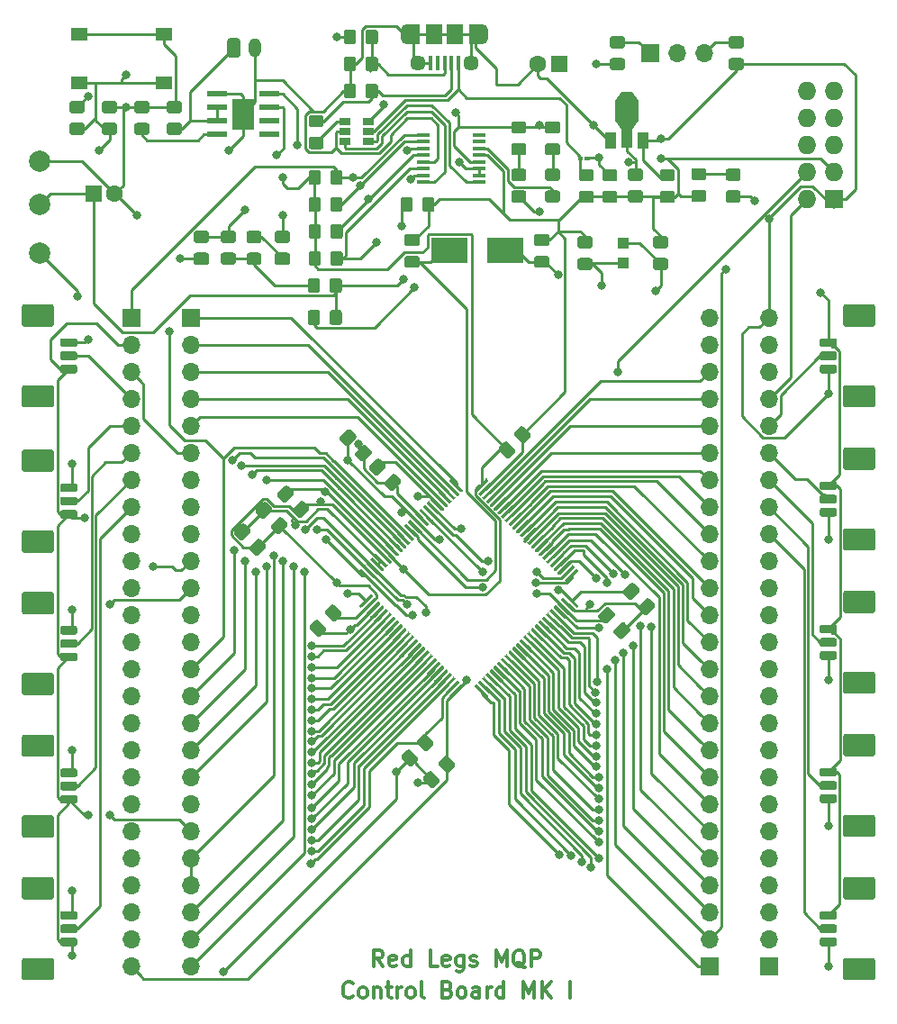
<source format=gtl>
G04 #@! TF.GenerationSoftware,KiCad,Pcbnew,(5.1.5)-3*
G04 #@! TF.CreationDate,2020-04-06T19:00:27-04:00*
G04 #@! TF.ProjectId,ControlBoard,436f6e74-726f-46c4-926f-6172642e6b69,rev?*
G04 #@! TF.SameCoordinates,Original*
G04 #@! TF.FileFunction,Copper,L1,Top*
G04 #@! TF.FilePolarity,Positive*
%FSLAX46Y46*%
G04 Gerber Fmt 4.6, Leading zero omitted, Abs format (unit mm)*
G04 Created by KiCad (PCBNEW (5.1.5)-3) date 2020-04-06 19:00:27*
%MOMM*%
%LPD*%
G04 APERTURE LIST*
%ADD10C,0.300000*%
%ADD11C,0.100000*%
%ADD12C,2.000000*%
%ADD13O,1.700000X1.700000*%
%ADD14R,1.700000X1.700000*%
%ADD15O,1.200000X1.800000*%
%ADD16O,1.727200X1.727200*%
%ADD17R,1.727200X1.727200*%
%ADD18R,1.200000X0.400000*%
%ADD19C,1.600000*%
%ADD20R,1.600000X1.600000*%
%ADD21R,1.100000X1.050000*%
%ADD22R,3.500000X2.400000*%
%ADD23R,1.550000X1.300000*%
%ADD24R,2.025000X2.875000*%
%ADD25R,1.970000X0.600000*%
%ADD26R,2.200000X1.840000*%
%ADD27R,1.000000X1.500000*%
%ADD28R,1.000000X1.800000*%
%ADD29R,1.060000X0.650000*%
%ADD30R,1.500000X1.900000*%
%ADD31C,1.450000*%
%ADD32R,0.400000X1.350000*%
%ADD33O,1.200000X1.900000*%
%ADD34R,1.200000X1.900000*%
%ADD35C,0.800000*%
%ADD36C,0.250000*%
G04 APERTURE END LIST*
D10*
X172214285Y-143035714D02*
X172142857Y-143107142D01*
X171928571Y-143178571D01*
X171785714Y-143178571D01*
X171571428Y-143107142D01*
X171428571Y-142964285D01*
X171357142Y-142821428D01*
X171285714Y-142535714D01*
X171285714Y-142321428D01*
X171357142Y-142035714D01*
X171428571Y-141892857D01*
X171571428Y-141750000D01*
X171785714Y-141678571D01*
X171928571Y-141678571D01*
X172142857Y-141750000D01*
X172214285Y-141821428D01*
X173071428Y-143178571D02*
X172928571Y-143107142D01*
X172857142Y-143035714D01*
X172785714Y-142892857D01*
X172785714Y-142464285D01*
X172857142Y-142321428D01*
X172928571Y-142250000D01*
X173071428Y-142178571D01*
X173285714Y-142178571D01*
X173428571Y-142250000D01*
X173500000Y-142321428D01*
X173571428Y-142464285D01*
X173571428Y-142892857D01*
X173500000Y-143035714D01*
X173428571Y-143107142D01*
X173285714Y-143178571D01*
X173071428Y-143178571D01*
X174214285Y-142178571D02*
X174214285Y-143178571D01*
X174214285Y-142321428D02*
X174285714Y-142250000D01*
X174428571Y-142178571D01*
X174642857Y-142178571D01*
X174785714Y-142250000D01*
X174857142Y-142392857D01*
X174857142Y-143178571D01*
X175357142Y-142178571D02*
X175928571Y-142178571D01*
X175571428Y-141678571D02*
X175571428Y-142964285D01*
X175642857Y-143107142D01*
X175785714Y-143178571D01*
X175928571Y-143178571D01*
X176428571Y-143178571D02*
X176428571Y-142178571D01*
X176428571Y-142464285D02*
X176500000Y-142321428D01*
X176571428Y-142250000D01*
X176714285Y-142178571D01*
X176857142Y-142178571D01*
X177571428Y-143178571D02*
X177428571Y-143107142D01*
X177357142Y-143035714D01*
X177285714Y-142892857D01*
X177285714Y-142464285D01*
X177357142Y-142321428D01*
X177428571Y-142250000D01*
X177571428Y-142178571D01*
X177785714Y-142178571D01*
X177928571Y-142250000D01*
X178000000Y-142321428D01*
X178071428Y-142464285D01*
X178071428Y-142892857D01*
X178000000Y-143035714D01*
X177928571Y-143107142D01*
X177785714Y-143178571D01*
X177571428Y-143178571D01*
X178928571Y-143178571D02*
X178785714Y-143107142D01*
X178714285Y-142964285D01*
X178714285Y-141678571D01*
X181142857Y-142392857D02*
X181357142Y-142464285D01*
X181428571Y-142535714D01*
X181500000Y-142678571D01*
X181500000Y-142892857D01*
X181428571Y-143035714D01*
X181357142Y-143107142D01*
X181214285Y-143178571D01*
X180642857Y-143178571D01*
X180642857Y-141678571D01*
X181142857Y-141678571D01*
X181285714Y-141750000D01*
X181357142Y-141821428D01*
X181428571Y-141964285D01*
X181428571Y-142107142D01*
X181357142Y-142250000D01*
X181285714Y-142321428D01*
X181142857Y-142392857D01*
X180642857Y-142392857D01*
X182357142Y-143178571D02*
X182214285Y-143107142D01*
X182142857Y-143035714D01*
X182071428Y-142892857D01*
X182071428Y-142464285D01*
X182142857Y-142321428D01*
X182214285Y-142250000D01*
X182357142Y-142178571D01*
X182571428Y-142178571D01*
X182714285Y-142250000D01*
X182785714Y-142321428D01*
X182857142Y-142464285D01*
X182857142Y-142892857D01*
X182785714Y-143035714D01*
X182714285Y-143107142D01*
X182571428Y-143178571D01*
X182357142Y-143178571D01*
X184142857Y-143178571D02*
X184142857Y-142392857D01*
X184071428Y-142250000D01*
X183928571Y-142178571D01*
X183642857Y-142178571D01*
X183500000Y-142250000D01*
X184142857Y-143107142D02*
X184000000Y-143178571D01*
X183642857Y-143178571D01*
X183500000Y-143107142D01*
X183428571Y-142964285D01*
X183428571Y-142821428D01*
X183500000Y-142678571D01*
X183642857Y-142607142D01*
X184000000Y-142607142D01*
X184142857Y-142535714D01*
X184857142Y-143178571D02*
X184857142Y-142178571D01*
X184857142Y-142464285D02*
X184928571Y-142321428D01*
X185000000Y-142250000D01*
X185142857Y-142178571D01*
X185285714Y-142178571D01*
X186428571Y-143178571D02*
X186428571Y-141678571D01*
X186428571Y-143107142D02*
X186285714Y-143178571D01*
X186000000Y-143178571D01*
X185857142Y-143107142D01*
X185785714Y-143035714D01*
X185714285Y-142892857D01*
X185714285Y-142464285D01*
X185785714Y-142321428D01*
X185857142Y-142250000D01*
X186000000Y-142178571D01*
X186285714Y-142178571D01*
X186428571Y-142250000D01*
X188285714Y-143178571D02*
X188285714Y-141678571D01*
X188785714Y-142750000D01*
X189285714Y-141678571D01*
X189285714Y-143178571D01*
X190000000Y-143178571D02*
X190000000Y-141678571D01*
X190857142Y-143178571D02*
X190214285Y-142321428D01*
X190857142Y-141678571D02*
X190000000Y-142535714D01*
X192642857Y-143178571D02*
X192642857Y-141678571D01*
X175071428Y-140178571D02*
X174571428Y-139464285D01*
X174214285Y-140178571D02*
X174214285Y-138678571D01*
X174785714Y-138678571D01*
X174928571Y-138750000D01*
X175000000Y-138821428D01*
X175071428Y-138964285D01*
X175071428Y-139178571D01*
X175000000Y-139321428D01*
X174928571Y-139392857D01*
X174785714Y-139464285D01*
X174214285Y-139464285D01*
X176285714Y-140107142D02*
X176142857Y-140178571D01*
X175857142Y-140178571D01*
X175714285Y-140107142D01*
X175642857Y-139964285D01*
X175642857Y-139392857D01*
X175714285Y-139250000D01*
X175857142Y-139178571D01*
X176142857Y-139178571D01*
X176285714Y-139250000D01*
X176357142Y-139392857D01*
X176357142Y-139535714D01*
X175642857Y-139678571D01*
X177642857Y-140178571D02*
X177642857Y-138678571D01*
X177642857Y-140107142D02*
X177500000Y-140178571D01*
X177214285Y-140178571D01*
X177071428Y-140107142D01*
X177000000Y-140035714D01*
X176928571Y-139892857D01*
X176928571Y-139464285D01*
X177000000Y-139321428D01*
X177071428Y-139250000D01*
X177214285Y-139178571D01*
X177500000Y-139178571D01*
X177642857Y-139250000D01*
X180214285Y-140178571D02*
X179500000Y-140178571D01*
X179500000Y-138678571D01*
X181285714Y-140107142D02*
X181142857Y-140178571D01*
X180857142Y-140178571D01*
X180714285Y-140107142D01*
X180642857Y-139964285D01*
X180642857Y-139392857D01*
X180714285Y-139250000D01*
X180857142Y-139178571D01*
X181142857Y-139178571D01*
X181285714Y-139250000D01*
X181357142Y-139392857D01*
X181357142Y-139535714D01*
X180642857Y-139678571D01*
X182642857Y-139178571D02*
X182642857Y-140392857D01*
X182571428Y-140535714D01*
X182500000Y-140607142D01*
X182357142Y-140678571D01*
X182142857Y-140678571D01*
X182000000Y-140607142D01*
X182642857Y-140107142D02*
X182500000Y-140178571D01*
X182214285Y-140178571D01*
X182071428Y-140107142D01*
X182000000Y-140035714D01*
X181928571Y-139892857D01*
X181928571Y-139464285D01*
X182000000Y-139321428D01*
X182071428Y-139250000D01*
X182214285Y-139178571D01*
X182500000Y-139178571D01*
X182642857Y-139250000D01*
X183285714Y-140107142D02*
X183428571Y-140178571D01*
X183714285Y-140178571D01*
X183857142Y-140107142D01*
X183928571Y-139964285D01*
X183928571Y-139892857D01*
X183857142Y-139750000D01*
X183714285Y-139678571D01*
X183500000Y-139678571D01*
X183357142Y-139607142D01*
X183285714Y-139464285D01*
X183285714Y-139392857D01*
X183357142Y-139250000D01*
X183500000Y-139178571D01*
X183714285Y-139178571D01*
X183857142Y-139250000D01*
X185714285Y-140178571D02*
X185714285Y-138678571D01*
X186214285Y-139750000D01*
X186714285Y-138678571D01*
X186714285Y-140178571D01*
X188428571Y-140321428D02*
X188285714Y-140250000D01*
X188142857Y-140107142D01*
X187928571Y-139892857D01*
X187785714Y-139821428D01*
X187642857Y-139821428D01*
X187714285Y-140178571D02*
X187571428Y-140107142D01*
X187428571Y-139964285D01*
X187357142Y-139678571D01*
X187357142Y-139178571D01*
X187428571Y-138892857D01*
X187571428Y-138750000D01*
X187714285Y-138678571D01*
X188000000Y-138678571D01*
X188142857Y-138750000D01*
X188285714Y-138892857D01*
X188357142Y-139178571D01*
X188357142Y-139678571D01*
X188285714Y-139964285D01*
X188142857Y-140107142D01*
X188000000Y-140178571D01*
X187714285Y-140178571D01*
X189000000Y-140178571D02*
X189000000Y-138678571D01*
X189571428Y-138678571D01*
X189714285Y-138750000D01*
X189785714Y-138821428D01*
X189857142Y-138964285D01*
X189857142Y-139178571D01*
X189785714Y-139321428D01*
X189714285Y-139392857D01*
X189571428Y-139464285D01*
X189000000Y-139464285D01*
G04 #@! TA.AperFunction,SMDPad,CuDef*
D11*
G36*
X170974505Y-75501204D02*
G01*
X170998773Y-75504804D01*
X171022572Y-75510765D01*
X171045671Y-75519030D01*
X171067850Y-75529520D01*
X171088893Y-75542132D01*
X171108599Y-75556747D01*
X171126777Y-75573223D01*
X171143253Y-75591401D01*
X171157868Y-75611107D01*
X171170480Y-75632150D01*
X171180970Y-75654329D01*
X171189235Y-75677428D01*
X171195196Y-75701227D01*
X171198796Y-75725495D01*
X171200000Y-75749999D01*
X171200000Y-76650001D01*
X171198796Y-76674505D01*
X171195196Y-76698773D01*
X171189235Y-76722572D01*
X171180970Y-76745671D01*
X171170480Y-76767850D01*
X171157868Y-76788893D01*
X171143253Y-76808599D01*
X171126777Y-76826777D01*
X171108599Y-76843253D01*
X171088893Y-76857868D01*
X171067850Y-76870480D01*
X171045671Y-76880970D01*
X171022572Y-76889235D01*
X170998773Y-76895196D01*
X170974505Y-76898796D01*
X170950001Y-76900000D01*
X170299999Y-76900000D01*
X170275495Y-76898796D01*
X170251227Y-76895196D01*
X170227428Y-76889235D01*
X170204329Y-76880970D01*
X170182150Y-76870480D01*
X170161107Y-76857868D01*
X170141401Y-76843253D01*
X170123223Y-76826777D01*
X170106747Y-76808599D01*
X170092132Y-76788893D01*
X170079520Y-76767850D01*
X170069030Y-76745671D01*
X170060765Y-76722572D01*
X170054804Y-76698773D01*
X170051204Y-76674505D01*
X170050000Y-76650001D01*
X170050000Y-75749999D01*
X170051204Y-75725495D01*
X170054804Y-75701227D01*
X170060765Y-75677428D01*
X170069030Y-75654329D01*
X170079520Y-75632150D01*
X170092132Y-75611107D01*
X170106747Y-75591401D01*
X170123223Y-75573223D01*
X170141401Y-75556747D01*
X170161107Y-75542132D01*
X170182150Y-75529520D01*
X170204329Y-75519030D01*
X170227428Y-75510765D01*
X170251227Y-75504804D01*
X170275495Y-75501204D01*
X170299999Y-75500000D01*
X170950001Y-75500000D01*
X170974505Y-75501204D01*
G37*
G04 #@! TD.AperFunction*
G04 #@! TA.AperFunction,SMDPad,CuDef*
G36*
X168924505Y-75501204D02*
G01*
X168948773Y-75504804D01*
X168972572Y-75510765D01*
X168995671Y-75519030D01*
X169017850Y-75529520D01*
X169038893Y-75542132D01*
X169058599Y-75556747D01*
X169076777Y-75573223D01*
X169093253Y-75591401D01*
X169107868Y-75611107D01*
X169120480Y-75632150D01*
X169130970Y-75654329D01*
X169139235Y-75677428D01*
X169145196Y-75701227D01*
X169148796Y-75725495D01*
X169150000Y-75749999D01*
X169150000Y-76650001D01*
X169148796Y-76674505D01*
X169145196Y-76698773D01*
X169139235Y-76722572D01*
X169130970Y-76745671D01*
X169120480Y-76767850D01*
X169107868Y-76788893D01*
X169093253Y-76808599D01*
X169076777Y-76826777D01*
X169058599Y-76843253D01*
X169038893Y-76857868D01*
X169017850Y-76870480D01*
X168995671Y-76880970D01*
X168972572Y-76889235D01*
X168948773Y-76895196D01*
X168924505Y-76898796D01*
X168900001Y-76900000D01*
X168249999Y-76900000D01*
X168225495Y-76898796D01*
X168201227Y-76895196D01*
X168177428Y-76889235D01*
X168154329Y-76880970D01*
X168132150Y-76870480D01*
X168111107Y-76857868D01*
X168091401Y-76843253D01*
X168073223Y-76826777D01*
X168056747Y-76808599D01*
X168042132Y-76788893D01*
X168029520Y-76767850D01*
X168019030Y-76745671D01*
X168010765Y-76722572D01*
X168004804Y-76698773D01*
X168001204Y-76674505D01*
X168000000Y-76650001D01*
X168000000Y-75749999D01*
X168001204Y-75725495D01*
X168004804Y-75701227D01*
X168010765Y-75677428D01*
X168019030Y-75654329D01*
X168029520Y-75632150D01*
X168042132Y-75611107D01*
X168056747Y-75591401D01*
X168073223Y-75573223D01*
X168091401Y-75556747D01*
X168111107Y-75542132D01*
X168132150Y-75529520D01*
X168154329Y-75519030D01*
X168177428Y-75510765D01*
X168201227Y-75504804D01*
X168225495Y-75501204D01*
X168249999Y-75500000D01*
X168900001Y-75500000D01*
X168924505Y-75501204D01*
G37*
G04 #@! TD.AperFunction*
G04 #@! TA.AperFunction,SMDPad,CuDef*
G36*
X168924505Y-78501204D02*
G01*
X168948773Y-78504804D01*
X168972572Y-78510765D01*
X168995671Y-78519030D01*
X169017850Y-78529520D01*
X169038893Y-78542132D01*
X169058599Y-78556747D01*
X169076777Y-78573223D01*
X169093253Y-78591401D01*
X169107868Y-78611107D01*
X169120480Y-78632150D01*
X169130970Y-78654329D01*
X169139235Y-78677428D01*
X169145196Y-78701227D01*
X169148796Y-78725495D01*
X169150000Y-78749999D01*
X169150000Y-79650001D01*
X169148796Y-79674505D01*
X169145196Y-79698773D01*
X169139235Y-79722572D01*
X169130970Y-79745671D01*
X169120480Y-79767850D01*
X169107868Y-79788893D01*
X169093253Y-79808599D01*
X169076777Y-79826777D01*
X169058599Y-79843253D01*
X169038893Y-79857868D01*
X169017850Y-79870480D01*
X168995671Y-79880970D01*
X168972572Y-79889235D01*
X168948773Y-79895196D01*
X168924505Y-79898796D01*
X168900001Y-79900000D01*
X168249999Y-79900000D01*
X168225495Y-79898796D01*
X168201227Y-79895196D01*
X168177428Y-79889235D01*
X168154329Y-79880970D01*
X168132150Y-79870480D01*
X168111107Y-79857868D01*
X168091401Y-79843253D01*
X168073223Y-79826777D01*
X168056747Y-79808599D01*
X168042132Y-79788893D01*
X168029520Y-79767850D01*
X168019030Y-79745671D01*
X168010765Y-79722572D01*
X168004804Y-79698773D01*
X168001204Y-79674505D01*
X168000000Y-79650001D01*
X168000000Y-78749999D01*
X168001204Y-78725495D01*
X168004804Y-78701227D01*
X168010765Y-78677428D01*
X168019030Y-78654329D01*
X168029520Y-78632150D01*
X168042132Y-78611107D01*
X168056747Y-78591401D01*
X168073223Y-78573223D01*
X168091401Y-78556747D01*
X168111107Y-78542132D01*
X168132150Y-78529520D01*
X168154329Y-78519030D01*
X168177428Y-78510765D01*
X168201227Y-78504804D01*
X168225495Y-78501204D01*
X168249999Y-78500000D01*
X168900001Y-78500000D01*
X168924505Y-78501204D01*
G37*
G04 #@! TD.AperFunction*
G04 #@! TA.AperFunction,SMDPad,CuDef*
G36*
X170974505Y-78501204D02*
G01*
X170998773Y-78504804D01*
X171022572Y-78510765D01*
X171045671Y-78519030D01*
X171067850Y-78529520D01*
X171088893Y-78542132D01*
X171108599Y-78556747D01*
X171126777Y-78573223D01*
X171143253Y-78591401D01*
X171157868Y-78611107D01*
X171170480Y-78632150D01*
X171180970Y-78654329D01*
X171189235Y-78677428D01*
X171195196Y-78701227D01*
X171198796Y-78725495D01*
X171200000Y-78749999D01*
X171200000Y-79650001D01*
X171198796Y-79674505D01*
X171195196Y-79698773D01*
X171189235Y-79722572D01*
X171180970Y-79745671D01*
X171170480Y-79767850D01*
X171157868Y-79788893D01*
X171143253Y-79808599D01*
X171126777Y-79826777D01*
X171108599Y-79843253D01*
X171088893Y-79857868D01*
X171067850Y-79870480D01*
X171045671Y-79880970D01*
X171022572Y-79889235D01*
X170998773Y-79895196D01*
X170974505Y-79898796D01*
X170950001Y-79900000D01*
X170299999Y-79900000D01*
X170275495Y-79898796D01*
X170251227Y-79895196D01*
X170227428Y-79889235D01*
X170204329Y-79880970D01*
X170182150Y-79870480D01*
X170161107Y-79857868D01*
X170141401Y-79843253D01*
X170123223Y-79826777D01*
X170106747Y-79808599D01*
X170092132Y-79788893D01*
X170079520Y-79767850D01*
X170069030Y-79745671D01*
X170060765Y-79722572D01*
X170054804Y-79698773D01*
X170051204Y-79674505D01*
X170050000Y-79650001D01*
X170050000Y-78749999D01*
X170051204Y-78725495D01*
X170054804Y-78701227D01*
X170060765Y-78677428D01*
X170069030Y-78654329D01*
X170079520Y-78632150D01*
X170092132Y-78611107D01*
X170106747Y-78591401D01*
X170123223Y-78573223D01*
X170141401Y-78556747D01*
X170161107Y-78542132D01*
X170182150Y-78529520D01*
X170204329Y-78519030D01*
X170227428Y-78510765D01*
X170251227Y-78504804D01*
X170275495Y-78501204D01*
X170299999Y-78500000D01*
X170950001Y-78500000D01*
X170974505Y-78501204D01*
G37*
G04 #@! TD.AperFunction*
G04 #@! TA.AperFunction,SMDPad,CuDef*
G36*
X208474505Y-65201204D02*
G01*
X208498773Y-65204804D01*
X208522572Y-65210765D01*
X208545671Y-65219030D01*
X208567850Y-65229520D01*
X208588893Y-65242132D01*
X208608599Y-65256747D01*
X208626777Y-65273223D01*
X208643253Y-65291401D01*
X208657868Y-65311107D01*
X208670480Y-65332150D01*
X208680970Y-65354329D01*
X208689235Y-65377428D01*
X208695196Y-65401227D01*
X208698796Y-65425495D01*
X208700000Y-65449999D01*
X208700000Y-66100001D01*
X208698796Y-66124505D01*
X208695196Y-66148773D01*
X208689235Y-66172572D01*
X208680970Y-66195671D01*
X208670480Y-66217850D01*
X208657868Y-66238893D01*
X208643253Y-66258599D01*
X208626777Y-66276777D01*
X208608599Y-66293253D01*
X208588893Y-66307868D01*
X208567850Y-66320480D01*
X208545671Y-66330970D01*
X208522572Y-66339235D01*
X208498773Y-66345196D01*
X208474505Y-66348796D01*
X208450001Y-66350000D01*
X207549999Y-66350000D01*
X207525495Y-66348796D01*
X207501227Y-66345196D01*
X207477428Y-66339235D01*
X207454329Y-66330970D01*
X207432150Y-66320480D01*
X207411107Y-66307868D01*
X207391401Y-66293253D01*
X207373223Y-66276777D01*
X207356747Y-66258599D01*
X207342132Y-66238893D01*
X207329520Y-66217850D01*
X207319030Y-66195671D01*
X207310765Y-66172572D01*
X207304804Y-66148773D01*
X207301204Y-66124505D01*
X207300000Y-66100001D01*
X207300000Y-65449999D01*
X207301204Y-65425495D01*
X207304804Y-65401227D01*
X207310765Y-65377428D01*
X207319030Y-65354329D01*
X207329520Y-65332150D01*
X207342132Y-65311107D01*
X207356747Y-65291401D01*
X207373223Y-65273223D01*
X207391401Y-65256747D01*
X207411107Y-65242132D01*
X207432150Y-65229520D01*
X207454329Y-65219030D01*
X207477428Y-65210765D01*
X207501227Y-65204804D01*
X207525495Y-65201204D01*
X207549999Y-65200000D01*
X208450001Y-65200000D01*
X208474505Y-65201204D01*
G37*
G04 #@! TD.AperFunction*
G04 #@! TA.AperFunction,SMDPad,CuDef*
G36*
X208474505Y-67251204D02*
G01*
X208498773Y-67254804D01*
X208522572Y-67260765D01*
X208545671Y-67269030D01*
X208567850Y-67279520D01*
X208588893Y-67292132D01*
X208608599Y-67306747D01*
X208626777Y-67323223D01*
X208643253Y-67341401D01*
X208657868Y-67361107D01*
X208670480Y-67382150D01*
X208680970Y-67404329D01*
X208689235Y-67427428D01*
X208695196Y-67451227D01*
X208698796Y-67475495D01*
X208700000Y-67499999D01*
X208700000Y-68150001D01*
X208698796Y-68174505D01*
X208695196Y-68198773D01*
X208689235Y-68222572D01*
X208680970Y-68245671D01*
X208670480Y-68267850D01*
X208657868Y-68288893D01*
X208643253Y-68308599D01*
X208626777Y-68326777D01*
X208608599Y-68343253D01*
X208588893Y-68357868D01*
X208567850Y-68370480D01*
X208545671Y-68380970D01*
X208522572Y-68389235D01*
X208498773Y-68395196D01*
X208474505Y-68398796D01*
X208450001Y-68400000D01*
X207549999Y-68400000D01*
X207525495Y-68398796D01*
X207501227Y-68395196D01*
X207477428Y-68389235D01*
X207454329Y-68380970D01*
X207432150Y-68370480D01*
X207411107Y-68357868D01*
X207391401Y-68343253D01*
X207373223Y-68326777D01*
X207356747Y-68308599D01*
X207342132Y-68288893D01*
X207329520Y-68267850D01*
X207319030Y-68245671D01*
X207310765Y-68222572D01*
X207304804Y-68198773D01*
X207301204Y-68174505D01*
X207300000Y-68150001D01*
X207300000Y-67499999D01*
X207301204Y-67475495D01*
X207304804Y-67451227D01*
X207310765Y-67427428D01*
X207319030Y-67404329D01*
X207329520Y-67382150D01*
X207342132Y-67361107D01*
X207356747Y-67341401D01*
X207373223Y-67323223D01*
X207391401Y-67306747D01*
X207411107Y-67292132D01*
X207432150Y-67279520D01*
X207454329Y-67269030D01*
X207477428Y-67260765D01*
X207501227Y-67254804D01*
X207525495Y-67251204D01*
X207549999Y-67250000D01*
X208450001Y-67250000D01*
X208474505Y-67251204D01*
G37*
G04 #@! TD.AperFunction*
G04 #@! TA.AperFunction,SMDPad,CuDef*
G36*
X205224505Y-65151204D02*
G01*
X205248773Y-65154804D01*
X205272572Y-65160765D01*
X205295671Y-65169030D01*
X205317850Y-65179520D01*
X205338893Y-65192132D01*
X205358599Y-65206747D01*
X205376777Y-65223223D01*
X205393253Y-65241401D01*
X205407868Y-65261107D01*
X205420480Y-65282150D01*
X205430970Y-65304329D01*
X205439235Y-65327428D01*
X205445196Y-65351227D01*
X205448796Y-65375495D01*
X205450000Y-65399999D01*
X205450000Y-66050001D01*
X205448796Y-66074505D01*
X205445196Y-66098773D01*
X205439235Y-66122572D01*
X205430970Y-66145671D01*
X205420480Y-66167850D01*
X205407868Y-66188893D01*
X205393253Y-66208599D01*
X205376777Y-66226777D01*
X205358599Y-66243253D01*
X205338893Y-66257868D01*
X205317850Y-66270480D01*
X205295671Y-66280970D01*
X205272572Y-66289235D01*
X205248773Y-66295196D01*
X205224505Y-66298796D01*
X205200001Y-66300000D01*
X204299999Y-66300000D01*
X204275495Y-66298796D01*
X204251227Y-66295196D01*
X204227428Y-66289235D01*
X204204329Y-66280970D01*
X204182150Y-66270480D01*
X204161107Y-66257868D01*
X204141401Y-66243253D01*
X204123223Y-66226777D01*
X204106747Y-66208599D01*
X204092132Y-66188893D01*
X204079520Y-66167850D01*
X204069030Y-66145671D01*
X204060765Y-66122572D01*
X204054804Y-66098773D01*
X204051204Y-66074505D01*
X204050000Y-66050001D01*
X204050000Y-65399999D01*
X204051204Y-65375495D01*
X204054804Y-65351227D01*
X204060765Y-65327428D01*
X204069030Y-65304329D01*
X204079520Y-65282150D01*
X204092132Y-65261107D01*
X204106747Y-65241401D01*
X204123223Y-65223223D01*
X204141401Y-65206747D01*
X204161107Y-65192132D01*
X204182150Y-65179520D01*
X204204329Y-65169030D01*
X204227428Y-65160765D01*
X204251227Y-65154804D01*
X204275495Y-65151204D01*
X204299999Y-65150000D01*
X205200001Y-65150000D01*
X205224505Y-65151204D01*
G37*
G04 #@! TD.AperFunction*
G04 #@! TA.AperFunction,SMDPad,CuDef*
G36*
X205224505Y-67201204D02*
G01*
X205248773Y-67204804D01*
X205272572Y-67210765D01*
X205295671Y-67219030D01*
X205317850Y-67229520D01*
X205338893Y-67242132D01*
X205358599Y-67256747D01*
X205376777Y-67273223D01*
X205393253Y-67291401D01*
X205407868Y-67311107D01*
X205420480Y-67332150D01*
X205430970Y-67354329D01*
X205439235Y-67377428D01*
X205445196Y-67401227D01*
X205448796Y-67425495D01*
X205450000Y-67449999D01*
X205450000Y-68100001D01*
X205448796Y-68124505D01*
X205445196Y-68148773D01*
X205439235Y-68172572D01*
X205430970Y-68195671D01*
X205420480Y-68217850D01*
X205407868Y-68238893D01*
X205393253Y-68258599D01*
X205376777Y-68276777D01*
X205358599Y-68293253D01*
X205338893Y-68307868D01*
X205317850Y-68320480D01*
X205295671Y-68330970D01*
X205272572Y-68339235D01*
X205248773Y-68345196D01*
X205224505Y-68348796D01*
X205200001Y-68350000D01*
X204299999Y-68350000D01*
X204275495Y-68348796D01*
X204251227Y-68345196D01*
X204227428Y-68339235D01*
X204204329Y-68330970D01*
X204182150Y-68320480D01*
X204161107Y-68307868D01*
X204141401Y-68293253D01*
X204123223Y-68276777D01*
X204106747Y-68258599D01*
X204092132Y-68238893D01*
X204079520Y-68217850D01*
X204069030Y-68195671D01*
X204060765Y-68172572D01*
X204054804Y-68148773D01*
X204051204Y-68124505D01*
X204050000Y-68100001D01*
X204050000Y-67449999D01*
X204051204Y-67425495D01*
X204054804Y-67401227D01*
X204060765Y-67377428D01*
X204069030Y-67354329D01*
X204079520Y-67332150D01*
X204092132Y-67311107D01*
X204106747Y-67291401D01*
X204123223Y-67273223D01*
X204141401Y-67256747D01*
X204161107Y-67242132D01*
X204182150Y-67229520D01*
X204204329Y-67219030D01*
X204227428Y-67210765D01*
X204251227Y-67204804D01*
X204275495Y-67201204D01*
X204299999Y-67200000D01*
X205200001Y-67200000D01*
X205224505Y-67201204D01*
G37*
G04 #@! TD.AperFunction*
D12*
X142748000Y-68580000D03*
X142748000Y-73152000D03*
X142748000Y-64516000D03*
D13*
X211328000Y-79248000D03*
X211328000Y-81788000D03*
X211328000Y-84328000D03*
X211328000Y-86868000D03*
X211328000Y-89408000D03*
X211328000Y-91948000D03*
X211328000Y-94488000D03*
X211328000Y-97028000D03*
X211328000Y-99568000D03*
X211328000Y-102108000D03*
X211328000Y-104648000D03*
X211328000Y-107188000D03*
X211328000Y-109728000D03*
X211328000Y-112268000D03*
X211328000Y-114808000D03*
X211328000Y-117348000D03*
X211328000Y-119888000D03*
X211328000Y-122428000D03*
X211328000Y-124968000D03*
X211328000Y-127508000D03*
X211328000Y-130048000D03*
X211328000Y-132588000D03*
X211328000Y-135128000D03*
X211328000Y-137668000D03*
D14*
X211328000Y-140208000D03*
G04 #@! TA.AperFunction,SMDPad,CuDef*
D11*
G36*
X173340892Y-91151196D02*
G01*
X173365160Y-91154796D01*
X173388959Y-91160757D01*
X173412058Y-91169022D01*
X173434237Y-91179512D01*
X173455280Y-91192124D01*
X173474986Y-91206739D01*
X173493164Y-91223215D01*
X173952785Y-91682836D01*
X173969261Y-91701014D01*
X173983876Y-91720720D01*
X173996488Y-91741763D01*
X174006978Y-91763942D01*
X174015243Y-91787041D01*
X174021204Y-91810840D01*
X174024804Y-91835108D01*
X174026008Y-91859612D01*
X174024804Y-91884116D01*
X174021204Y-91908384D01*
X174015243Y-91932183D01*
X174006978Y-91955282D01*
X173996488Y-91977461D01*
X173983876Y-91998504D01*
X173969261Y-92018210D01*
X173952785Y-92036388D01*
X173316388Y-92672785D01*
X173298210Y-92689261D01*
X173278504Y-92703876D01*
X173257461Y-92716488D01*
X173235282Y-92726978D01*
X173212183Y-92735243D01*
X173188384Y-92741204D01*
X173164116Y-92744804D01*
X173139612Y-92746008D01*
X173115108Y-92744804D01*
X173090840Y-92741204D01*
X173067041Y-92735243D01*
X173043942Y-92726978D01*
X173021763Y-92716488D01*
X173000720Y-92703876D01*
X172981014Y-92689261D01*
X172962836Y-92672785D01*
X172503215Y-92213164D01*
X172486739Y-92194986D01*
X172472124Y-92175280D01*
X172459512Y-92154237D01*
X172449022Y-92132058D01*
X172440757Y-92108959D01*
X172434796Y-92085160D01*
X172431196Y-92060892D01*
X172429992Y-92036388D01*
X172431196Y-92011884D01*
X172434796Y-91987616D01*
X172440757Y-91963817D01*
X172449022Y-91940718D01*
X172459512Y-91918539D01*
X172472124Y-91897496D01*
X172486739Y-91877790D01*
X172503215Y-91859612D01*
X173139612Y-91223215D01*
X173157790Y-91206739D01*
X173177496Y-91192124D01*
X173198539Y-91179512D01*
X173220718Y-91169022D01*
X173243817Y-91160757D01*
X173267616Y-91154796D01*
X173291884Y-91151196D01*
X173316388Y-91149992D01*
X173340892Y-91151196D01*
G37*
G04 #@! TD.AperFunction*
G04 #@! TA.AperFunction,SMDPad,CuDef*
G36*
X171891324Y-89701628D02*
G01*
X171915592Y-89705228D01*
X171939391Y-89711189D01*
X171962490Y-89719454D01*
X171984669Y-89729944D01*
X172005712Y-89742556D01*
X172025418Y-89757171D01*
X172043596Y-89773647D01*
X172503217Y-90233268D01*
X172519693Y-90251446D01*
X172534308Y-90271152D01*
X172546920Y-90292195D01*
X172557410Y-90314374D01*
X172565675Y-90337473D01*
X172571636Y-90361272D01*
X172575236Y-90385540D01*
X172576440Y-90410044D01*
X172575236Y-90434548D01*
X172571636Y-90458816D01*
X172565675Y-90482615D01*
X172557410Y-90505714D01*
X172546920Y-90527893D01*
X172534308Y-90548936D01*
X172519693Y-90568642D01*
X172503217Y-90586820D01*
X171866820Y-91223217D01*
X171848642Y-91239693D01*
X171828936Y-91254308D01*
X171807893Y-91266920D01*
X171785714Y-91277410D01*
X171762615Y-91285675D01*
X171738816Y-91291636D01*
X171714548Y-91295236D01*
X171690044Y-91296440D01*
X171665540Y-91295236D01*
X171641272Y-91291636D01*
X171617473Y-91285675D01*
X171594374Y-91277410D01*
X171572195Y-91266920D01*
X171551152Y-91254308D01*
X171531446Y-91239693D01*
X171513268Y-91223217D01*
X171053647Y-90763596D01*
X171037171Y-90745418D01*
X171022556Y-90725712D01*
X171009944Y-90704669D01*
X170999454Y-90682490D01*
X170991189Y-90659391D01*
X170985228Y-90635592D01*
X170981628Y-90611324D01*
X170980424Y-90586820D01*
X170981628Y-90562316D01*
X170985228Y-90538048D01*
X170991189Y-90514249D01*
X170999454Y-90491150D01*
X171009944Y-90468971D01*
X171022556Y-90447928D01*
X171037171Y-90428222D01*
X171053647Y-90410044D01*
X171690044Y-89773647D01*
X171708222Y-89757171D01*
X171727928Y-89742556D01*
X171748971Y-89729944D01*
X171771150Y-89719454D01*
X171794249Y-89711189D01*
X171818048Y-89705228D01*
X171842316Y-89701628D01*
X171866820Y-89700424D01*
X171891324Y-89701628D01*
G37*
G04 #@! TD.AperFunction*
G04 #@! TA.AperFunction,SMDPad,CuDef*
G36*
X176097676Y-93907980D02*
G01*
X176121944Y-93911580D01*
X176145743Y-93917541D01*
X176168842Y-93925806D01*
X176191021Y-93936296D01*
X176212064Y-93948908D01*
X176231770Y-93963523D01*
X176249948Y-93979999D01*
X176709569Y-94439620D01*
X176726045Y-94457798D01*
X176740660Y-94477504D01*
X176753272Y-94498547D01*
X176763762Y-94520726D01*
X176772027Y-94543825D01*
X176777988Y-94567624D01*
X176781588Y-94591892D01*
X176782792Y-94616396D01*
X176781588Y-94640900D01*
X176777988Y-94665168D01*
X176772027Y-94688967D01*
X176763762Y-94712066D01*
X176753272Y-94734245D01*
X176740660Y-94755288D01*
X176726045Y-94774994D01*
X176709569Y-94793172D01*
X176073172Y-95429569D01*
X176054994Y-95446045D01*
X176035288Y-95460660D01*
X176014245Y-95473272D01*
X175992066Y-95483762D01*
X175968967Y-95492027D01*
X175945168Y-95497988D01*
X175920900Y-95501588D01*
X175896396Y-95502792D01*
X175871892Y-95501588D01*
X175847624Y-95497988D01*
X175823825Y-95492027D01*
X175800726Y-95483762D01*
X175778547Y-95473272D01*
X175757504Y-95460660D01*
X175737798Y-95446045D01*
X175719620Y-95429569D01*
X175259999Y-94969948D01*
X175243523Y-94951770D01*
X175228908Y-94932064D01*
X175216296Y-94911021D01*
X175205806Y-94888842D01*
X175197541Y-94865743D01*
X175191580Y-94841944D01*
X175187980Y-94817676D01*
X175186776Y-94793172D01*
X175187980Y-94768668D01*
X175191580Y-94744400D01*
X175197541Y-94720601D01*
X175205806Y-94697502D01*
X175216296Y-94675323D01*
X175228908Y-94654280D01*
X175243523Y-94634574D01*
X175259999Y-94616396D01*
X175896396Y-93979999D01*
X175914574Y-93963523D01*
X175934280Y-93948908D01*
X175955323Y-93936296D01*
X175977502Y-93925806D01*
X176000601Y-93917541D01*
X176024400Y-93911580D01*
X176048668Y-93907980D01*
X176073172Y-93906776D01*
X176097676Y-93907980D01*
G37*
G04 #@! TD.AperFunction*
G04 #@! TA.AperFunction,SMDPad,CuDef*
G36*
X174648108Y-92458412D02*
G01*
X174672376Y-92462012D01*
X174696175Y-92467973D01*
X174719274Y-92476238D01*
X174741453Y-92486728D01*
X174762496Y-92499340D01*
X174782202Y-92513955D01*
X174800380Y-92530431D01*
X175260001Y-92990052D01*
X175276477Y-93008230D01*
X175291092Y-93027936D01*
X175303704Y-93048979D01*
X175314194Y-93071158D01*
X175322459Y-93094257D01*
X175328420Y-93118056D01*
X175332020Y-93142324D01*
X175333224Y-93166828D01*
X175332020Y-93191332D01*
X175328420Y-93215600D01*
X175322459Y-93239399D01*
X175314194Y-93262498D01*
X175303704Y-93284677D01*
X175291092Y-93305720D01*
X175276477Y-93325426D01*
X175260001Y-93343604D01*
X174623604Y-93980001D01*
X174605426Y-93996477D01*
X174585720Y-94011092D01*
X174564677Y-94023704D01*
X174542498Y-94034194D01*
X174519399Y-94042459D01*
X174495600Y-94048420D01*
X174471332Y-94052020D01*
X174446828Y-94053224D01*
X174422324Y-94052020D01*
X174398056Y-94048420D01*
X174374257Y-94042459D01*
X174351158Y-94034194D01*
X174328979Y-94023704D01*
X174307936Y-94011092D01*
X174288230Y-93996477D01*
X174270052Y-93980001D01*
X173810431Y-93520380D01*
X173793955Y-93502202D01*
X173779340Y-93482496D01*
X173766728Y-93461453D01*
X173756238Y-93439274D01*
X173747973Y-93416175D01*
X173742012Y-93392376D01*
X173738412Y-93368108D01*
X173737208Y-93343604D01*
X173738412Y-93319100D01*
X173742012Y-93294832D01*
X173747973Y-93271033D01*
X173756238Y-93247934D01*
X173766728Y-93225755D01*
X173779340Y-93204712D01*
X173793955Y-93185006D01*
X173810431Y-93166828D01*
X174446828Y-92530431D01*
X174465006Y-92513955D01*
X174484712Y-92499340D01*
X174505755Y-92486728D01*
X174527934Y-92476238D01*
X174551033Y-92467973D01*
X174574832Y-92462012D01*
X174599100Y-92458412D01*
X174623604Y-92457208D01*
X174648108Y-92458412D01*
G37*
G04 #@! TD.AperFunction*
G04 #@! TA.AperFunction,SMDPad,CuDef*
G36*
X184785374Y-94337991D02*
G01*
X184792655Y-94339071D01*
X184799794Y-94340859D01*
X184806724Y-94343339D01*
X184813378Y-94346486D01*
X184819691Y-94350270D01*
X184825602Y-94354654D01*
X184831056Y-94359597D01*
X184937122Y-94465663D01*
X184942065Y-94471117D01*
X184946449Y-94477028D01*
X184950233Y-94483341D01*
X184953380Y-94489995D01*
X184955860Y-94496925D01*
X184957648Y-94504064D01*
X184958728Y-94511345D01*
X184959089Y-94518696D01*
X184958728Y-94526047D01*
X184957648Y-94533328D01*
X184955860Y-94540467D01*
X184953380Y-94547397D01*
X184950233Y-94554051D01*
X184946449Y-94560364D01*
X184942065Y-94566275D01*
X184937122Y-94571729D01*
X183911818Y-95597033D01*
X183906364Y-95601976D01*
X183900453Y-95606360D01*
X183894140Y-95610144D01*
X183887486Y-95613291D01*
X183880556Y-95615771D01*
X183873417Y-95617559D01*
X183866136Y-95618639D01*
X183858785Y-95619000D01*
X183851434Y-95618639D01*
X183844153Y-95617559D01*
X183837014Y-95615771D01*
X183830084Y-95613291D01*
X183823430Y-95610144D01*
X183817117Y-95606360D01*
X183811206Y-95601976D01*
X183805752Y-95597033D01*
X183699686Y-95490967D01*
X183694743Y-95485513D01*
X183690359Y-95479602D01*
X183686575Y-95473289D01*
X183683428Y-95466635D01*
X183680948Y-95459705D01*
X183679160Y-95452566D01*
X183678080Y-95445285D01*
X183677719Y-95437934D01*
X183678080Y-95430583D01*
X183679160Y-95423302D01*
X183680948Y-95416163D01*
X183683428Y-95409233D01*
X183686575Y-95402579D01*
X183690359Y-95396266D01*
X183694743Y-95390355D01*
X183699686Y-95384901D01*
X184724990Y-94359597D01*
X184730444Y-94354654D01*
X184736355Y-94350270D01*
X184742668Y-94346486D01*
X184749322Y-94343339D01*
X184756252Y-94340859D01*
X184763391Y-94339071D01*
X184770672Y-94337991D01*
X184778023Y-94337630D01*
X184785374Y-94337991D01*
G37*
G04 #@! TD.AperFunction*
G04 #@! TA.AperFunction,SMDPad,CuDef*
G36*
X185138927Y-94691544D02*
G01*
X185146208Y-94692624D01*
X185153347Y-94694412D01*
X185160277Y-94696892D01*
X185166931Y-94700039D01*
X185173244Y-94703823D01*
X185179155Y-94708207D01*
X185184609Y-94713150D01*
X185290675Y-94819216D01*
X185295618Y-94824670D01*
X185300002Y-94830581D01*
X185303786Y-94836894D01*
X185306933Y-94843548D01*
X185309413Y-94850478D01*
X185311201Y-94857617D01*
X185312281Y-94864898D01*
X185312642Y-94872249D01*
X185312281Y-94879600D01*
X185311201Y-94886881D01*
X185309413Y-94894020D01*
X185306933Y-94900950D01*
X185303786Y-94907604D01*
X185300002Y-94913917D01*
X185295618Y-94919828D01*
X185290675Y-94925282D01*
X184265371Y-95950586D01*
X184259917Y-95955529D01*
X184254006Y-95959913D01*
X184247693Y-95963697D01*
X184241039Y-95966844D01*
X184234109Y-95969324D01*
X184226970Y-95971112D01*
X184219689Y-95972192D01*
X184212338Y-95972553D01*
X184204987Y-95972192D01*
X184197706Y-95971112D01*
X184190567Y-95969324D01*
X184183637Y-95966844D01*
X184176983Y-95963697D01*
X184170670Y-95959913D01*
X184164759Y-95955529D01*
X184159305Y-95950586D01*
X184053239Y-95844520D01*
X184048296Y-95839066D01*
X184043912Y-95833155D01*
X184040128Y-95826842D01*
X184036981Y-95820188D01*
X184034501Y-95813258D01*
X184032713Y-95806119D01*
X184031633Y-95798838D01*
X184031272Y-95791487D01*
X184031633Y-95784136D01*
X184032713Y-95776855D01*
X184034501Y-95769716D01*
X184036981Y-95762786D01*
X184040128Y-95756132D01*
X184043912Y-95749819D01*
X184048296Y-95743908D01*
X184053239Y-95738454D01*
X185078543Y-94713150D01*
X185083997Y-94708207D01*
X185089908Y-94703823D01*
X185096221Y-94700039D01*
X185102875Y-94696892D01*
X185109805Y-94694412D01*
X185116944Y-94692624D01*
X185124225Y-94691544D01*
X185131576Y-94691183D01*
X185138927Y-94691544D01*
G37*
G04 #@! TD.AperFunction*
G04 #@! TA.AperFunction,SMDPad,CuDef*
G36*
X185492481Y-95045098D02*
G01*
X185499762Y-95046178D01*
X185506901Y-95047966D01*
X185513831Y-95050446D01*
X185520485Y-95053593D01*
X185526798Y-95057377D01*
X185532709Y-95061761D01*
X185538163Y-95066704D01*
X185644229Y-95172770D01*
X185649172Y-95178224D01*
X185653556Y-95184135D01*
X185657340Y-95190448D01*
X185660487Y-95197102D01*
X185662967Y-95204032D01*
X185664755Y-95211171D01*
X185665835Y-95218452D01*
X185666196Y-95225803D01*
X185665835Y-95233154D01*
X185664755Y-95240435D01*
X185662967Y-95247574D01*
X185660487Y-95254504D01*
X185657340Y-95261158D01*
X185653556Y-95267471D01*
X185649172Y-95273382D01*
X185644229Y-95278836D01*
X184618925Y-96304140D01*
X184613471Y-96309083D01*
X184607560Y-96313467D01*
X184601247Y-96317251D01*
X184594593Y-96320398D01*
X184587663Y-96322878D01*
X184580524Y-96324666D01*
X184573243Y-96325746D01*
X184565892Y-96326107D01*
X184558541Y-96325746D01*
X184551260Y-96324666D01*
X184544121Y-96322878D01*
X184537191Y-96320398D01*
X184530537Y-96317251D01*
X184524224Y-96313467D01*
X184518313Y-96309083D01*
X184512859Y-96304140D01*
X184406793Y-96198074D01*
X184401850Y-96192620D01*
X184397466Y-96186709D01*
X184393682Y-96180396D01*
X184390535Y-96173742D01*
X184388055Y-96166812D01*
X184386267Y-96159673D01*
X184385187Y-96152392D01*
X184384826Y-96145041D01*
X184385187Y-96137690D01*
X184386267Y-96130409D01*
X184388055Y-96123270D01*
X184390535Y-96116340D01*
X184393682Y-96109686D01*
X184397466Y-96103373D01*
X184401850Y-96097462D01*
X184406793Y-96092008D01*
X185432097Y-95066704D01*
X185437551Y-95061761D01*
X185443462Y-95057377D01*
X185449775Y-95053593D01*
X185456429Y-95050446D01*
X185463359Y-95047966D01*
X185470498Y-95046178D01*
X185477779Y-95045098D01*
X185485130Y-95044737D01*
X185492481Y-95045098D01*
G37*
G04 #@! TD.AperFunction*
G04 #@! TA.AperFunction,SMDPad,CuDef*
G36*
X185846034Y-95398651D02*
G01*
X185853315Y-95399731D01*
X185860454Y-95401519D01*
X185867384Y-95403999D01*
X185874038Y-95407146D01*
X185880351Y-95410930D01*
X185886262Y-95415314D01*
X185891716Y-95420257D01*
X185997782Y-95526323D01*
X186002725Y-95531777D01*
X186007109Y-95537688D01*
X186010893Y-95544001D01*
X186014040Y-95550655D01*
X186016520Y-95557585D01*
X186018308Y-95564724D01*
X186019388Y-95572005D01*
X186019749Y-95579356D01*
X186019388Y-95586707D01*
X186018308Y-95593988D01*
X186016520Y-95601127D01*
X186014040Y-95608057D01*
X186010893Y-95614711D01*
X186007109Y-95621024D01*
X186002725Y-95626935D01*
X185997782Y-95632389D01*
X184972478Y-96657693D01*
X184967024Y-96662636D01*
X184961113Y-96667020D01*
X184954800Y-96670804D01*
X184948146Y-96673951D01*
X184941216Y-96676431D01*
X184934077Y-96678219D01*
X184926796Y-96679299D01*
X184919445Y-96679660D01*
X184912094Y-96679299D01*
X184904813Y-96678219D01*
X184897674Y-96676431D01*
X184890744Y-96673951D01*
X184884090Y-96670804D01*
X184877777Y-96667020D01*
X184871866Y-96662636D01*
X184866412Y-96657693D01*
X184760346Y-96551627D01*
X184755403Y-96546173D01*
X184751019Y-96540262D01*
X184747235Y-96533949D01*
X184744088Y-96527295D01*
X184741608Y-96520365D01*
X184739820Y-96513226D01*
X184738740Y-96505945D01*
X184738379Y-96498594D01*
X184738740Y-96491243D01*
X184739820Y-96483962D01*
X184741608Y-96476823D01*
X184744088Y-96469893D01*
X184747235Y-96463239D01*
X184751019Y-96456926D01*
X184755403Y-96451015D01*
X184760346Y-96445561D01*
X185785650Y-95420257D01*
X185791104Y-95415314D01*
X185797015Y-95410930D01*
X185803328Y-95407146D01*
X185809982Y-95403999D01*
X185816912Y-95401519D01*
X185824051Y-95399731D01*
X185831332Y-95398651D01*
X185838683Y-95398290D01*
X185846034Y-95398651D01*
G37*
G04 #@! TD.AperFunction*
G04 #@! TA.AperFunction,SMDPad,CuDef*
G36*
X186199587Y-95752204D02*
G01*
X186206868Y-95753284D01*
X186214007Y-95755072D01*
X186220937Y-95757552D01*
X186227591Y-95760699D01*
X186233904Y-95764483D01*
X186239815Y-95768867D01*
X186245269Y-95773810D01*
X186351335Y-95879876D01*
X186356278Y-95885330D01*
X186360662Y-95891241D01*
X186364446Y-95897554D01*
X186367593Y-95904208D01*
X186370073Y-95911138D01*
X186371861Y-95918277D01*
X186372941Y-95925558D01*
X186373302Y-95932909D01*
X186372941Y-95940260D01*
X186371861Y-95947541D01*
X186370073Y-95954680D01*
X186367593Y-95961610D01*
X186364446Y-95968264D01*
X186360662Y-95974577D01*
X186356278Y-95980488D01*
X186351335Y-95985942D01*
X185326031Y-97011246D01*
X185320577Y-97016189D01*
X185314666Y-97020573D01*
X185308353Y-97024357D01*
X185301699Y-97027504D01*
X185294769Y-97029984D01*
X185287630Y-97031772D01*
X185280349Y-97032852D01*
X185272998Y-97033213D01*
X185265647Y-97032852D01*
X185258366Y-97031772D01*
X185251227Y-97029984D01*
X185244297Y-97027504D01*
X185237643Y-97024357D01*
X185231330Y-97020573D01*
X185225419Y-97016189D01*
X185219965Y-97011246D01*
X185113899Y-96905180D01*
X185108956Y-96899726D01*
X185104572Y-96893815D01*
X185100788Y-96887502D01*
X185097641Y-96880848D01*
X185095161Y-96873918D01*
X185093373Y-96866779D01*
X185092293Y-96859498D01*
X185091932Y-96852147D01*
X185092293Y-96844796D01*
X185093373Y-96837515D01*
X185095161Y-96830376D01*
X185097641Y-96823446D01*
X185100788Y-96816792D01*
X185104572Y-96810479D01*
X185108956Y-96804568D01*
X185113899Y-96799114D01*
X186139203Y-95773810D01*
X186144657Y-95768867D01*
X186150568Y-95764483D01*
X186156881Y-95760699D01*
X186163535Y-95757552D01*
X186170465Y-95755072D01*
X186177604Y-95753284D01*
X186184885Y-95752204D01*
X186192236Y-95751843D01*
X186199587Y-95752204D01*
G37*
G04 #@! TD.AperFunction*
G04 #@! TA.AperFunction,SMDPad,CuDef*
G36*
X186553141Y-96105758D02*
G01*
X186560422Y-96106838D01*
X186567561Y-96108626D01*
X186574491Y-96111106D01*
X186581145Y-96114253D01*
X186587458Y-96118037D01*
X186593369Y-96122421D01*
X186598823Y-96127364D01*
X186704889Y-96233430D01*
X186709832Y-96238884D01*
X186714216Y-96244795D01*
X186718000Y-96251108D01*
X186721147Y-96257762D01*
X186723627Y-96264692D01*
X186725415Y-96271831D01*
X186726495Y-96279112D01*
X186726856Y-96286463D01*
X186726495Y-96293814D01*
X186725415Y-96301095D01*
X186723627Y-96308234D01*
X186721147Y-96315164D01*
X186718000Y-96321818D01*
X186714216Y-96328131D01*
X186709832Y-96334042D01*
X186704889Y-96339496D01*
X185679585Y-97364800D01*
X185674131Y-97369743D01*
X185668220Y-97374127D01*
X185661907Y-97377911D01*
X185655253Y-97381058D01*
X185648323Y-97383538D01*
X185641184Y-97385326D01*
X185633903Y-97386406D01*
X185626552Y-97386767D01*
X185619201Y-97386406D01*
X185611920Y-97385326D01*
X185604781Y-97383538D01*
X185597851Y-97381058D01*
X185591197Y-97377911D01*
X185584884Y-97374127D01*
X185578973Y-97369743D01*
X185573519Y-97364800D01*
X185467453Y-97258734D01*
X185462510Y-97253280D01*
X185458126Y-97247369D01*
X185454342Y-97241056D01*
X185451195Y-97234402D01*
X185448715Y-97227472D01*
X185446927Y-97220333D01*
X185445847Y-97213052D01*
X185445486Y-97205701D01*
X185445847Y-97198350D01*
X185446927Y-97191069D01*
X185448715Y-97183930D01*
X185451195Y-97177000D01*
X185454342Y-97170346D01*
X185458126Y-97164033D01*
X185462510Y-97158122D01*
X185467453Y-97152668D01*
X186492757Y-96127364D01*
X186498211Y-96122421D01*
X186504122Y-96118037D01*
X186510435Y-96114253D01*
X186517089Y-96111106D01*
X186524019Y-96108626D01*
X186531158Y-96106838D01*
X186538439Y-96105758D01*
X186545790Y-96105397D01*
X186553141Y-96105758D01*
G37*
G04 #@! TD.AperFunction*
G04 #@! TA.AperFunction,SMDPad,CuDef*
G36*
X186906694Y-96459311D02*
G01*
X186913975Y-96460391D01*
X186921114Y-96462179D01*
X186928044Y-96464659D01*
X186934698Y-96467806D01*
X186941011Y-96471590D01*
X186946922Y-96475974D01*
X186952376Y-96480917D01*
X187058442Y-96586983D01*
X187063385Y-96592437D01*
X187067769Y-96598348D01*
X187071553Y-96604661D01*
X187074700Y-96611315D01*
X187077180Y-96618245D01*
X187078968Y-96625384D01*
X187080048Y-96632665D01*
X187080409Y-96640016D01*
X187080048Y-96647367D01*
X187078968Y-96654648D01*
X187077180Y-96661787D01*
X187074700Y-96668717D01*
X187071553Y-96675371D01*
X187067769Y-96681684D01*
X187063385Y-96687595D01*
X187058442Y-96693049D01*
X186033138Y-97718353D01*
X186027684Y-97723296D01*
X186021773Y-97727680D01*
X186015460Y-97731464D01*
X186008806Y-97734611D01*
X186001876Y-97737091D01*
X185994737Y-97738879D01*
X185987456Y-97739959D01*
X185980105Y-97740320D01*
X185972754Y-97739959D01*
X185965473Y-97738879D01*
X185958334Y-97737091D01*
X185951404Y-97734611D01*
X185944750Y-97731464D01*
X185938437Y-97727680D01*
X185932526Y-97723296D01*
X185927072Y-97718353D01*
X185821006Y-97612287D01*
X185816063Y-97606833D01*
X185811679Y-97600922D01*
X185807895Y-97594609D01*
X185804748Y-97587955D01*
X185802268Y-97581025D01*
X185800480Y-97573886D01*
X185799400Y-97566605D01*
X185799039Y-97559254D01*
X185799400Y-97551903D01*
X185800480Y-97544622D01*
X185802268Y-97537483D01*
X185804748Y-97530553D01*
X185807895Y-97523899D01*
X185811679Y-97517586D01*
X185816063Y-97511675D01*
X185821006Y-97506221D01*
X186846310Y-96480917D01*
X186851764Y-96475974D01*
X186857675Y-96471590D01*
X186863988Y-96467806D01*
X186870642Y-96464659D01*
X186877572Y-96462179D01*
X186884711Y-96460391D01*
X186891992Y-96459311D01*
X186899343Y-96458950D01*
X186906694Y-96459311D01*
G37*
G04 #@! TD.AperFunction*
G04 #@! TA.AperFunction,SMDPad,CuDef*
G36*
X187260248Y-96812865D02*
G01*
X187267529Y-96813945D01*
X187274668Y-96815733D01*
X187281598Y-96818213D01*
X187288252Y-96821360D01*
X187294565Y-96825144D01*
X187300476Y-96829528D01*
X187305930Y-96834471D01*
X187411996Y-96940537D01*
X187416939Y-96945991D01*
X187421323Y-96951902D01*
X187425107Y-96958215D01*
X187428254Y-96964869D01*
X187430734Y-96971799D01*
X187432522Y-96978938D01*
X187433602Y-96986219D01*
X187433963Y-96993570D01*
X187433602Y-97000921D01*
X187432522Y-97008202D01*
X187430734Y-97015341D01*
X187428254Y-97022271D01*
X187425107Y-97028925D01*
X187421323Y-97035238D01*
X187416939Y-97041149D01*
X187411996Y-97046603D01*
X186386692Y-98071907D01*
X186381238Y-98076850D01*
X186375327Y-98081234D01*
X186369014Y-98085018D01*
X186362360Y-98088165D01*
X186355430Y-98090645D01*
X186348291Y-98092433D01*
X186341010Y-98093513D01*
X186333659Y-98093874D01*
X186326308Y-98093513D01*
X186319027Y-98092433D01*
X186311888Y-98090645D01*
X186304958Y-98088165D01*
X186298304Y-98085018D01*
X186291991Y-98081234D01*
X186286080Y-98076850D01*
X186280626Y-98071907D01*
X186174560Y-97965841D01*
X186169617Y-97960387D01*
X186165233Y-97954476D01*
X186161449Y-97948163D01*
X186158302Y-97941509D01*
X186155822Y-97934579D01*
X186154034Y-97927440D01*
X186152954Y-97920159D01*
X186152593Y-97912808D01*
X186152954Y-97905457D01*
X186154034Y-97898176D01*
X186155822Y-97891037D01*
X186158302Y-97884107D01*
X186161449Y-97877453D01*
X186165233Y-97871140D01*
X186169617Y-97865229D01*
X186174560Y-97859775D01*
X187199864Y-96834471D01*
X187205318Y-96829528D01*
X187211229Y-96825144D01*
X187217542Y-96821360D01*
X187224196Y-96818213D01*
X187231126Y-96815733D01*
X187238265Y-96813945D01*
X187245546Y-96812865D01*
X187252897Y-96812504D01*
X187260248Y-96812865D01*
G37*
G04 #@! TD.AperFunction*
G04 #@! TA.AperFunction,SMDPad,CuDef*
G36*
X187613801Y-97166418D02*
G01*
X187621082Y-97167498D01*
X187628221Y-97169286D01*
X187635151Y-97171766D01*
X187641805Y-97174913D01*
X187648118Y-97178697D01*
X187654029Y-97183081D01*
X187659483Y-97188024D01*
X187765549Y-97294090D01*
X187770492Y-97299544D01*
X187774876Y-97305455D01*
X187778660Y-97311768D01*
X187781807Y-97318422D01*
X187784287Y-97325352D01*
X187786075Y-97332491D01*
X187787155Y-97339772D01*
X187787516Y-97347123D01*
X187787155Y-97354474D01*
X187786075Y-97361755D01*
X187784287Y-97368894D01*
X187781807Y-97375824D01*
X187778660Y-97382478D01*
X187774876Y-97388791D01*
X187770492Y-97394702D01*
X187765549Y-97400156D01*
X186740245Y-98425460D01*
X186734791Y-98430403D01*
X186728880Y-98434787D01*
X186722567Y-98438571D01*
X186715913Y-98441718D01*
X186708983Y-98444198D01*
X186701844Y-98445986D01*
X186694563Y-98447066D01*
X186687212Y-98447427D01*
X186679861Y-98447066D01*
X186672580Y-98445986D01*
X186665441Y-98444198D01*
X186658511Y-98441718D01*
X186651857Y-98438571D01*
X186645544Y-98434787D01*
X186639633Y-98430403D01*
X186634179Y-98425460D01*
X186528113Y-98319394D01*
X186523170Y-98313940D01*
X186518786Y-98308029D01*
X186515002Y-98301716D01*
X186511855Y-98295062D01*
X186509375Y-98288132D01*
X186507587Y-98280993D01*
X186506507Y-98273712D01*
X186506146Y-98266361D01*
X186506507Y-98259010D01*
X186507587Y-98251729D01*
X186509375Y-98244590D01*
X186511855Y-98237660D01*
X186515002Y-98231006D01*
X186518786Y-98224693D01*
X186523170Y-98218782D01*
X186528113Y-98213328D01*
X187553417Y-97188024D01*
X187558871Y-97183081D01*
X187564782Y-97178697D01*
X187571095Y-97174913D01*
X187577749Y-97171766D01*
X187584679Y-97169286D01*
X187591818Y-97167498D01*
X187599099Y-97166418D01*
X187606450Y-97166057D01*
X187613801Y-97166418D01*
G37*
G04 #@! TD.AperFunction*
G04 #@! TA.AperFunction,SMDPad,CuDef*
G36*
X187967354Y-97519971D02*
G01*
X187974635Y-97521051D01*
X187981774Y-97522839D01*
X187988704Y-97525319D01*
X187995358Y-97528466D01*
X188001671Y-97532250D01*
X188007582Y-97536634D01*
X188013036Y-97541577D01*
X188119102Y-97647643D01*
X188124045Y-97653097D01*
X188128429Y-97659008D01*
X188132213Y-97665321D01*
X188135360Y-97671975D01*
X188137840Y-97678905D01*
X188139628Y-97686044D01*
X188140708Y-97693325D01*
X188141069Y-97700676D01*
X188140708Y-97708027D01*
X188139628Y-97715308D01*
X188137840Y-97722447D01*
X188135360Y-97729377D01*
X188132213Y-97736031D01*
X188128429Y-97742344D01*
X188124045Y-97748255D01*
X188119102Y-97753709D01*
X187093798Y-98779013D01*
X187088344Y-98783956D01*
X187082433Y-98788340D01*
X187076120Y-98792124D01*
X187069466Y-98795271D01*
X187062536Y-98797751D01*
X187055397Y-98799539D01*
X187048116Y-98800619D01*
X187040765Y-98800980D01*
X187033414Y-98800619D01*
X187026133Y-98799539D01*
X187018994Y-98797751D01*
X187012064Y-98795271D01*
X187005410Y-98792124D01*
X186999097Y-98788340D01*
X186993186Y-98783956D01*
X186987732Y-98779013D01*
X186881666Y-98672947D01*
X186876723Y-98667493D01*
X186872339Y-98661582D01*
X186868555Y-98655269D01*
X186865408Y-98648615D01*
X186862928Y-98641685D01*
X186861140Y-98634546D01*
X186860060Y-98627265D01*
X186859699Y-98619914D01*
X186860060Y-98612563D01*
X186861140Y-98605282D01*
X186862928Y-98598143D01*
X186865408Y-98591213D01*
X186868555Y-98584559D01*
X186872339Y-98578246D01*
X186876723Y-98572335D01*
X186881666Y-98566881D01*
X187906970Y-97541577D01*
X187912424Y-97536634D01*
X187918335Y-97532250D01*
X187924648Y-97528466D01*
X187931302Y-97525319D01*
X187938232Y-97522839D01*
X187945371Y-97521051D01*
X187952652Y-97519971D01*
X187960003Y-97519610D01*
X187967354Y-97519971D01*
G37*
G04 #@! TD.AperFunction*
G04 #@! TA.AperFunction,SMDPad,CuDef*
G36*
X188320908Y-97873525D02*
G01*
X188328189Y-97874605D01*
X188335328Y-97876393D01*
X188342258Y-97878873D01*
X188348912Y-97882020D01*
X188355225Y-97885804D01*
X188361136Y-97890188D01*
X188366590Y-97895131D01*
X188472656Y-98001197D01*
X188477599Y-98006651D01*
X188481983Y-98012562D01*
X188485767Y-98018875D01*
X188488914Y-98025529D01*
X188491394Y-98032459D01*
X188493182Y-98039598D01*
X188494262Y-98046879D01*
X188494623Y-98054230D01*
X188494262Y-98061581D01*
X188493182Y-98068862D01*
X188491394Y-98076001D01*
X188488914Y-98082931D01*
X188485767Y-98089585D01*
X188481983Y-98095898D01*
X188477599Y-98101809D01*
X188472656Y-98107263D01*
X187447352Y-99132567D01*
X187441898Y-99137510D01*
X187435987Y-99141894D01*
X187429674Y-99145678D01*
X187423020Y-99148825D01*
X187416090Y-99151305D01*
X187408951Y-99153093D01*
X187401670Y-99154173D01*
X187394319Y-99154534D01*
X187386968Y-99154173D01*
X187379687Y-99153093D01*
X187372548Y-99151305D01*
X187365618Y-99148825D01*
X187358964Y-99145678D01*
X187352651Y-99141894D01*
X187346740Y-99137510D01*
X187341286Y-99132567D01*
X187235220Y-99026501D01*
X187230277Y-99021047D01*
X187225893Y-99015136D01*
X187222109Y-99008823D01*
X187218962Y-99002169D01*
X187216482Y-98995239D01*
X187214694Y-98988100D01*
X187213614Y-98980819D01*
X187213253Y-98973468D01*
X187213614Y-98966117D01*
X187214694Y-98958836D01*
X187216482Y-98951697D01*
X187218962Y-98944767D01*
X187222109Y-98938113D01*
X187225893Y-98931800D01*
X187230277Y-98925889D01*
X187235220Y-98920435D01*
X188260524Y-97895131D01*
X188265978Y-97890188D01*
X188271889Y-97885804D01*
X188278202Y-97882020D01*
X188284856Y-97878873D01*
X188291786Y-97876393D01*
X188298925Y-97874605D01*
X188306206Y-97873525D01*
X188313557Y-97873164D01*
X188320908Y-97873525D01*
G37*
G04 #@! TD.AperFunction*
G04 #@! TA.AperFunction,SMDPad,CuDef*
G36*
X188674461Y-98227078D02*
G01*
X188681742Y-98228158D01*
X188688881Y-98229946D01*
X188695811Y-98232426D01*
X188702465Y-98235573D01*
X188708778Y-98239357D01*
X188714689Y-98243741D01*
X188720143Y-98248684D01*
X188826209Y-98354750D01*
X188831152Y-98360204D01*
X188835536Y-98366115D01*
X188839320Y-98372428D01*
X188842467Y-98379082D01*
X188844947Y-98386012D01*
X188846735Y-98393151D01*
X188847815Y-98400432D01*
X188848176Y-98407783D01*
X188847815Y-98415134D01*
X188846735Y-98422415D01*
X188844947Y-98429554D01*
X188842467Y-98436484D01*
X188839320Y-98443138D01*
X188835536Y-98449451D01*
X188831152Y-98455362D01*
X188826209Y-98460816D01*
X187800905Y-99486120D01*
X187795451Y-99491063D01*
X187789540Y-99495447D01*
X187783227Y-99499231D01*
X187776573Y-99502378D01*
X187769643Y-99504858D01*
X187762504Y-99506646D01*
X187755223Y-99507726D01*
X187747872Y-99508087D01*
X187740521Y-99507726D01*
X187733240Y-99506646D01*
X187726101Y-99504858D01*
X187719171Y-99502378D01*
X187712517Y-99499231D01*
X187706204Y-99495447D01*
X187700293Y-99491063D01*
X187694839Y-99486120D01*
X187588773Y-99380054D01*
X187583830Y-99374600D01*
X187579446Y-99368689D01*
X187575662Y-99362376D01*
X187572515Y-99355722D01*
X187570035Y-99348792D01*
X187568247Y-99341653D01*
X187567167Y-99334372D01*
X187566806Y-99327021D01*
X187567167Y-99319670D01*
X187568247Y-99312389D01*
X187570035Y-99305250D01*
X187572515Y-99298320D01*
X187575662Y-99291666D01*
X187579446Y-99285353D01*
X187583830Y-99279442D01*
X187588773Y-99273988D01*
X188614077Y-98248684D01*
X188619531Y-98243741D01*
X188625442Y-98239357D01*
X188631755Y-98235573D01*
X188638409Y-98232426D01*
X188645339Y-98229946D01*
X188652478Y-98228158D01*
X188659759Y-98227078D01*
X188667110Y-98226717D01*
X188674461Y-98227078D01*
G37*
G04 #@! TD.AperFunction*
G04 #@! TA.AperFunction,SMDPad,CuDef*
G36*
X189028015Y-98580631D02*
G01*
X189035296Y-98581711D01*
X189042435Y-98583499D01*
X189049365Y-98585979D01*
X189056019Y-98589126D01*
X189062332Y-98592910D01*
X189068243Y-98597294D01*
X189073697Y-98602237D01*
X189179763Y-98708303D01*
X189184706Y-98713757D01*
X189189090Y-98719668D01*
X189192874Y-98725981D01*
X189196021Y-98732635D01*
X189198501Y-98739565D01*
X189200289Y-98746704D01*
X189201369Y-98753985D01*
X189201730Y-98761336D01*
X189201369Y-98768687D01*
X189200289Y-98775968D01*
X189198501Y-98783107D01*
X189196021Y-98790037D01*
X189192874Y-98796691D01*
X189189090Y-98803004D01*
X189184706Y-98808915D01*
X189179763Y-98814369D01*
X188154459Y-99839673D01*
X188149005Y-99844616D01*
X188143094Y-99849000D01*
X188136781Y-99852784D01*
X188130127Y-99855931D01*
X188123197Y-99858411D01*
X188116058Y-99860199D01*
X188108777Y-99861279D01*
X188101426Y-99861640D01*
X188094075Y-99861279D01*
X188086794Y-99860199D01*
X188079655Y-99858411D01*
X188072725Y-99855931D01*
X188066071Y-99852784D01*
X188059758Y-99849000D01*
X188053847Y-99844616D01*
X188048393Y-99839673D01*
X187942327Y-99733607D01*
X187937384Y-99728153D01*
X187933000Y-99722242D01*
X187929216Y-99715929D01*
X187926069Y-99709275D01*
X187923589Y-99702345D01*
X187921801Y-99695206D01*
X187920721Y-99687925D01*
X187920360Y-99680574D01*
X187920721Y-99673223D01*
X187921801Y-99665942D01*
X187923589Y-99658803D01*
X187926069Y-99651873D01*
X187929216Y-99645219D01*
X187933000Y-99638906D01*
X187937384Y-99632995D01*
X187942327Y-99627541D01*
X188967631Y-98602237D01*
X188973085Y-98597294D01*
X188978996Y-98592910D01*
X188985309Y-98589126D01*
X188991963Y-98585979D01*
X188998893Y-98583499D01*
X189006032Y-98581711D01*
X189013313Y-98580631D01*
X189020664Y-98580270D01*
X189028015Y-98580631D01*
G37*
G04 #@! TD.AperFunction*
G04 #@! TA.AperFunction,SMDPad,CuDef*
G36*
X189381568Y-98934185D02*
G01*
X189388849Y-98935265D01*
X189395988Y-98937053D01*
X189402918Y-98939533D01*
X189409572Y-98942680D01*
X189415885Y-98946464D01*
X189421796Y-98950848D01*
X189427250Y-98955791D01*
X189533316Y-99061857D01*
X189538259Y-99067311D01*
X189542643Y-99073222D01*
X189546427Y-99079535D01*
X189549574Y-99086189D01*
X189552054Y-99093119D01*
X189553842Y-99100258D01*
X189554922Y-99107539D01*
X189555283Y-99114890D01*
X189554922Y-99122241D01*
X189553842Y-99129522D01*
X189552054Y-99136661D01*
X189549574Y-99143591D01*
X189546427Y-99150245D01*
X189542643Y-99156558D01*
X189538259Y-99162469D01*
X189533316Y-99167923D01*
X188508012Y-100193227D01*
X188502558Y-100198170D01*
X188496647Y-100202554D01*
X188490334Y-100206338D01*
X188483680Y-100209485D01*
X188476750Y-100211965D01*
X188469611Y-100213753D01*
X188462330Y-100214833D01*
X188454979Y-100215194D01*
X188447628Y-100214833D01*
X188440347Y-100213753D01*
X188433208Y-100211965D01*
X188426278Y-100209485D01*
X188419624Y-100206338D01*
X188413311Y-100202554D01*
X188407400Y-100198170D01*
X188401946Y-100193227D01*
X188295880Y-100087161D01*
X188290937Y-100081707D01*
X188286553Y-100075796D01*
X188282769Y-100069483D01*
X188279622Y-100062829D01*
X188277142Y-100055899D01*
X188275354Y-100048760D01*
X188274274Y-100041479D01*
X188273913Y-100034128D01*
X188274274Y-100026777D01*
X188275354Y-100019496D01*
X188277142Y-100012357D01*
X188279622Y-100005427D01*
X188282769Y-99998773D01*
X188286553Y-99992460D01*
X188290937Y-99986549D01*
X188295880Y-99981095D01*
X189321184Y-98955791D01*
X189326638Y-98950848D01*
X189332549Y-98946464D01*
X189338862Y-98942680D01*
X189345516Y-98939533D01*
X189352446Y-98937053D01*
X189359585Y-98935265D01*
X189366866Y-98934185D01*
X189374217Y-98933824D01*
X189381568Y-98934185D01*
G37*
G04 #@! TD.AperFunction*
G04 #@! TA.AperFunction,SMDPad,CuDef*
G36*
X189735121Y-99287738D02*
G01*
X189742402Y-99288818D01*
X189749541Y-99290606D01*
X189756471Y-99293086D01*
X189763125Y-99296233D01*
X189769438Y-99300017D01*
X189775349Y-99304401D01*
X189780803Y-99309344D01*
X189886869Y-99415410D01*
X189891812Y-99420864D01*
X189896196Y-99426775D01*
X189899980Y-99433088D01*
X189903127Y-99439742D01*
X189905607Y-99446672D01*
X189907395Y-99453811D01*
X189908475Y-99461092D01*
X189908836Y-99468443D01*
X189908475Y-99475794D01*
X189907395Y-99483075D01*
X189905607Y-99490214D01*
X189903127Y-99497144D01*
X189899980Y-99503798D01*
X189896196Y-99510111D01*
X189891812Y-99516022D01*
X189886869Y-99521476D01*
X188861565Y-100546780D01*
X188856111Y-100551723D01*
X188850200Y-100556107D01*
X188843887Y-100559891D01*
X188837233Y-100563038D01*
X188830303Y-100565518D01*
X188823164Y-100567306D01*
X188815883Y-100568386D01*
X188808532Y-100568747D01*
X188801181Y-100568386D01*
X188793900Y-100567306D01*
X188786761Y-100565518D01*
X188779831Y-100563038D01*
X188773177Y-100559891D01*
X188766864Y-100556107D01*
X188760953Y-100551723D01*
X188755499Y-100546780D01*
X188649433Y-100440714D01*
X188644490Y-100435260D01*
X188640106Y-100429349D01*
X188636322Y-100423036D01*
X188633175Y-100416382D01*
X188630695Y-100409452D01*
X188628907Y-100402313D01*
X188627827Y-100395032D01*
X188627466Y-100387681D01*
X188627827Y-100380330D01*
X188628907Y-100373049D01*
X188630695Y-100365910D01*
X188633175Y-100358980D01*
X188636322Y-100352326D01*
X188640106Y-100346013D01*
X188644490Y-100340102D01*
X188649433Y-100334648D01*
X189674737Y-99309344D01*
X189680191Y-99304401D01*
X189686102Y-99300017D01*
X189692415Y-99296233D01*
X189699069Y-99293086D01*
X189705999Y-99290606D01*
X189713138Y-99288818D01*
X189720419Y-99287738D01*
X189727770Y-99287377D01*
X189735121Y-99287738D01*
G37*
G04 #@! TD.AperFunction*
G04 #@! TA.AperFunction,SMDPad,CuDef*
G36*
X190088675Y-99641292D02*
G01*
X190095956Y-99642372D01*
X190103095Y-99644160D01*
X190110025Y-99646640D01*
X190116679Y-99649787D01*
X190122992Y-99653571D01*
X190128903Y-99657955D01*
X190134357Y-99662898D01*
X190240423Y-99768964D01*
X190245366Y-99774418D01*
X190249750Y-99780329D01*
X190253534Y-99786642D01*
X190256681Y-99793296D01*
X190259161Y-99800226D01*
X190260949Y-99807365D01*
X190262029Y-99814646D01*
X190262390Y-99821997D01*
X190262029Y-99829348D01*
X190260949Y-99836629D01*
X190259161Y-99843768D01*
X190256681Y-99850698D01*
X190253534Y-99857352D01*
X190249750Y-99863665D01*
X190245366Y-99869576D01*
X190240423Y-99875030D01*
X189215119Y-100900334D01*
X189209665Y-100905277D01*
X189203754Y-100909661D01*
X189197441Y-100913445D01*
X189190787Y-100916592D01*
X189183857Y-100919072D01*
X189176718Y-100920860D01*
X189169437Y-100921940D01*
X189162086Y-100922301D01*
X189154735Y-100921940D01*
X189147454Y-100920860D01*
X189140315Y-100919072D01*
X189133385Y-100916592D01*
X189126731Y-100913445D01*
X189120418Y-100909661D01*
X189114507Y-100905277D01*
X189109053Y-100900334D01*
X189002987Y-100794268D01*
X188998044Y-100788814D01*
X188993660Y-100782903D01*
X188989876Y-100776590D01*
X188986729Y-100769936D01*
X188984249Y-100763006D01*
X188982461Y-100755867D01*
X188981381Y-100748586D01*
X188981020Y-100741235D01*
X188981381Y-100733884D01*
X188982461Y-100726603D01*
X188984249Y-100719464D01*
X188986729Y-100712534D01*
X188989876Y-100705880D01*
X188993660Y-100699567D01*
X188998044Y-100693656D01*
X189002987Y-100688202D01*
X190028291Y-99662898D01*
X190033745Y-99657955D01*
X190039656Y-99653571D01*
X190045969Y-99649787D01*
X190052623Y-99646640D01*
X190059553Y-99644160D01*
X190066692Y-99642372D01*
X190073973Y-99641292D01*
X190081324Y-99640931D01*
X190088675Y-99641292D01*
G37*
G04 #@! TD.AperFunction*
G04 #@! TA.AperFunction,SMDPad,CuDef*
G36*
X190442228Y-99994845D02*
G01*
X190449509Y-99995925D01*
X190456648Y-99997713D01*
X190463578Y-100000193D01*
X190470232Y-100003340D01*
X190476545Y-100007124D01*
X190482456Y-100011508D01*
X190487910Y-100016451D01*
X190593976Y-100122517D01*
X190598919Y-100127971D01*
X190603303Y-100133882D01*
X190607087Y-100140195D01*
X190610234Y-100146849D01*
X190612714Y-100153779D01*
X190614502Y-100160918D01*
X190615582Y-100168199D01*
X190615943Y-100175550D01*
X190615582Y-100182901D01*
X190614502Y-100190182D01*
X190612714Y-100197321D01*
X190610234Y-100204251D01*
X190607087Y-100210905D01*
X190603303Y-100217218D01*
X190598919Y-100223129D01*
X190593976Y-100228583D01*
X189568672Y-101253887D01*
X189563218Y-101258830D01*
X189557307Y-101263214D01*
X189550994Y-101266998D01*
X189544340Y-101270145D01*
X189537410Y-101272625D01*
X189530271Y-101274413D01*
X189522990Y-101275493D01*
X189515639Y-101275854D01*
X189508288Y-101275493D01*
X189501007Y-101274413D01*
X189493868Y-101272625D01*
X189486938Y-101270145D01*
X189480284Y-101266998D01*
X189473971Y-101263214D01*
X189468060Y-101258830D01*
X189462606Y-101253887D01*
X189356540Y-101147821D01*
X189351597Y-101142367D01*
X189347213Y-101136456D01*
X189343429Y-101130143D01*
X189340282Y-101123489D01*
X189337802Y-101116559D01*
X189336014Y-101109420D01*
X189334934Y-101102139D01*
X189334573Y-101094788D01*
X189334934Y-101087437D01*
X189336014Y-101080156D01*
X189337802Y-101073017D01*
X189340282Y-101066087D01*
X189343429Y-101059433D01*
X189347213Y-101053120D01*
X189351597Y-101047209D01*
X189356540Y-101041755D01*
X190381844Y-100016451D01*
X190387298Y-100011508D01*
X190393209Y-100007124D01*
X190399522Y-100003340D01*
X190406176Y-100000193D01*
X190413106Y-99997713D01*
X190420245Y-99995925D01*
X190427526Y-99994845D01*
X190434877Y-99994484D01*
X190442228Y-99994845D01*
G37*
G04 #@! TD.AperFunction*
G04 #@! TA.AperFunction,SMDPad,CuDef*
G36*
X190795781Y-100348398D02*
G01*
X190803062Y-100349478D01*
X190810201Y-100351266D01*
X190817131Y-100353746D01*
X190823785Y-100356893D01*
X190830098Y-100360677D01*
X190836009Y-100365061D01*
X190841463Y-100370004D01*
X190947529Y-100476070D01*
X190952472Y-100481524D01*
X190956856Y-100487435D01*
X190960640Y-100493748D01*
X190963787Y-100500402D01*
X190966267Y-100507332D01*
X190968055Y-100514471D01*
X190969135Y-100521752D01*
X190969496Y-100529103D01*
X190969135Y-100536454D01*
X190968055Y-100543735D01*
X190966267Y-100550874D01*
X190963787Y-100557804D01*
X190960640Y-100564458D01*
X190956856Y-100570771D01*
X190952472Y-100576682D01*
X190947529Y-100582136D01*
X189922225Y-101607440D01*
X189916771Y-101612383D01*
X189910860Y-101616767D01*
X189904547Y-101620551D01*
X189897893Y-101623698D01*
X189890963Y-101626178D01*
X189883824Y-101627966D01*
X189876543Y-101629046D01*
X189869192Y-101629407D01*
X189861841Y-101629046D01*
X189854560Y-101627966D01*
X189847421Y-101626178D01*
X189840491Y-101623698D01*
X189833837Y-101620551D01*
X189827524Y-101616767D01*
X189821613Y-101612383D01*
X189816159Y-101607440D01*
X189710093Y-101501374D01*
X189705150Y-101495920D01*
X189700766Y-101490009D01*
X189696982Y-101483696D01*
X189693835Y-101477042D01*
X189691355Y-101470112D01*
X189689567Y-101462973D01*
X189688487Y-101455692D01*
X189688126Y-101448341D01*
X189688487Y-101440990D01*
X189689567Y-101433709D01*
X189691355Y-101426570D01*
X189693835Y-101419640D01*
X189696982Y-101412986D01*
X189700766Y-101406673D01*
X189705150Y-101400762D01*
X189710093Y-101395308D01*
X190735397Y-100370004D01*
X190740851Y-100365061D01*
X190746762Y-100360677D01*
X190753075Y-100356893D01*
X190759729Y-100353746D01*
X190766659Y-100351266D01*
X190773798Y-100349478D01*
X190781079Y-100348398D01*
X190788430Y-100348037D01*
X190795781Y-100348398D01*
G37*
G04 #@! TD.AperFunction*
G04 #@! TA.AperFunction,SMDPad,CuDef*
G36*
X191149335Y-100701952D02*
G01*
X191156616Y-100703032D01*
X191163755Y-100704820D01*
X191170685Y-100707300D01*
X191177339Y-100710447D01*
X191183652Y-100714231D01*
X191189563Y-100718615D01*
X191195017Y-100723558D01*
X191301083Y-100829624D01*
X191306026Y-100835078D01*
X191310410Y-100840989D01*
X191314194Y-100847302D01*
X191317341Y-100853956D01*
X191319821Y-100860886D01*
X191321609Y-100868025D01*
X191322689Y-100875306D01*
X191323050Y-100882657D01*
X191322689Y-100890008D01*
X191321609Y-100897289D01*
X191319821Y-100904428D01*
X191317341Y-100911358D01*
X191314194Y-100918012D01*
X191310410Y-100924325D01*
X191306026Y-100930236D01*
X191301083Y-100935690D01*
X190275779Y-101960994D01*
X190270325Y-101965937D01*
X190264414Y-101970321D01*
X190258101Y-101974105D01*
X190251447Y-101977252D01*
X190244517Y-101979732D01*
X190237378Y-101981520D01*
X190230097Y-101982600D01*
X190222746Y-101982961D01*
X190215395Y-101982600D01*
X190208114Y-101981520D01*
X190200975Y-101979732D01*
X190194045Y-101977252D01*
X190187391Y-101974105D01*
X190181078Y-101970321D01*
X190175167Y-101965937D01*
X190169713Y-101960994D01*
X190063647Y-101854928D01*
X190058704Y-101849474D01*
X190054320Y-101843563D01*
X190050536Y-101837250D01*
X190047389Y-101830596D01*
X190044909Y-101823666D01*
X190043121Y-101816527D01*
X190042041Y-101809246D01*
X190041680Y-101801895D01*
X190042041Y-101794544D01*
X190043121Y-101787263D01*
X190044909Y-101780124D01*
X190047389Y-101773194D01*
X190050536Y-101766540D01*
X190054320Y-101760227D01*
X190058704Y-101754316D01*
X190063647Y-101748862D01*
X191088951Y-100723558D01*
X191094405Y-100718615D01*
X191100316Y-100714231D01*
X191106629Y-100710447D01*
X191113283Y-100707300D01*
X191120213Y-100704820D01*
X191127352Y-100703032D01*
X191134633Y-100701952D01*
X191141984Y-100701591D01*
X191149335Y-100701952D01*
G37*
G04 #@! TD.AperFunction*
G04 #@! TA.AperFunction,SMDPad,CuDef*
G36*
X191502888Y-101055505D02*
G01*
X191510169Y-101056585D01*
X191517308Y-101058373D01*
X191524238Y-101060853D01*
X191530892Y-101064000D01*
X191537205Y-101067784D01*
X191543116Y-101072168D01*
X191548570Y-101077111D01*
X191654636Y-101183177D01*
X191659579Y-101188631D01*
X191663963Y-101194542D01*
X191667747Y-101200855D01*
X191670894Y-101207509D01*
X191673374Y-101214439D01*
X191675162Y-101221578D01*
X191676242Y-101228859D01*
X191676603Y-101236210D01*
X191676242Y-101243561D01*
X191675162Y-101250842D01*
X191673374Y-101257981D01*
X191670894Y-101264911D01*
X191667747Y-101271565D01*
X191663963Y-101277878D01*
X191659579Y-101283789D01*
X191654636Y-101289243D01*
X190629332Y-102314547D01*
X190623878Y-102319490D01*
X190617967Y-102323874D01*
X190611654Y-102327658D01*
X190605000Y-102330805D01*
X190598070Y-102333285D01*
X190590931Y-102335073D01*
X190583650Y-102336153D01*
X190576299Y-102336514D01*
X190568948Y-102336153D01*
X190561667Y-102335073D01*
X190554528Y-102333285D01*
X190547598Y-102330805D01*
X190540944Y-102327658D01*
X190534631Y-102323874D01*
X190528720Y-102319490D01*
X190523266Y-102314547D01*
X190417200Y-102208481D01*
X190412257Y-102203027D01*
X190407873Y-102197116D01*
X190404089Y-102190803D01*
X190400942Y-102184149D01*
X190398462Y-102177219D01*
X190396674Y-102170080D01*
X190395594Y-102162799D01*
X190395233Y-102155448D01*
X190395594Y-102148097D01*
X190396674Y-102140816D01*
X190398462Y-102133677D01*
X190400942Y-102126747D01*
X190404089Y-102120093D01*
X190407873Y-102113780D01*
X190412257Y-102107869D01*
X190417200Y-102102415D01*
X191442504Y-101077111D01*
X191447958Y-101072168D01*
X191453869Y-101067784D01*
X191460182Y-101064000D01*
X191466836Y-101060853D01*
X191473766Y-101058373D01*
X191480905Y-101056585D01*
X191488186Y-101055505D01*
X191495537Y-101055144D01*
X191502888Y-101055505D01*
G37*
G04 #@! TD.AperFunction*
G04 #@! TA.AperFunction,SMDPad,CuDef*
G36*
X191856442Y-101409059D02*
G01*
X191863723Y-101410139D01*
X191870862Y-101411927D01*
X191877792Y-101414407D01*
X191884446Y-101417554D01*
X191890759Y-101421338D01*
X191896670Y-101425722D01*
X191902124Y-101430665D01*
X192008190Y-101536731D01*
X192013133Y-101542185D01*
X192017517Y-101548096D01*
X192021301Y-101554409D01*
X192024448Y-101561063D01*
X192026928Y-101567993D01*
X192028716Y-101575132D01*
X192029796Y-101582413D01*
X192030157Y-101589764D01*
X192029796Y-101597115D01*
X192028716Y-101604396D01*
X192026928Y-101611535D01*
X192024448Y-101618465D01*
X192021301Y-101625119D01*
X192017517Y-101631432D01*
X192013133Y-101637343D01*
X192008190Y-101642797D01*
X190982886Y-102668101D01*
X190977432Y-102673044D01*
X190971521Y-102677428D01*
X190965208Y-102681212D01*
X190958554Y-102684359D01*
X190951624Y-102686839D01*
X190944485Y-102688627D01*
X190937204Y-102689707D01*
X190929853Y-102690068D01*
X190922502Y-102689707D01*
X190915221Y-102688627D01*
X190908082Y-102686839D01*
X190901152Y-102684359D01*
X190894498Y-102681212D01*
X190888185Y-102677428D01*
X190882274Y-102673044D01*
X190876820Y-102668101D01*
X190770754Y-102562035D01*
X190765811Y-102556581D01*
X190761427Y-102550670D01*
X190757643Y-102544357D01*
X190754496Y-102537703D01*
X190752016Y-102530773D01*
X190750228Y-102523634D01*
X190749148Y-102516353D01*
X190748787Y-102509002D01*
X190749148Y-102501651D01*
X190750228Y-102494370D01*
X190752016Y-102487231D01*
X190754496Y-102480301D01*
X190757643Y-102473647D01*
X190761427Y-102467334D01*
X190765811Y-102461423D01*
X190770754Y-102455969D01*
X191796058Y-101430665D01*
X191801512Y-101425722D01*
X191807423Y-101421338D01*
X191813736Y-101417554D01*
X191820390Y-101414407D01*
X191827320Y-101411927D01*
X191834459Y-101410139D01*
X191841740Y-101409059D01*
X191849091Y-101408698D01*
X191856442Y-101409059D01*
G37*
G04 #@! TD.AperFunction*
G04 #@! TA.AperFunction,SMDPad,CuDef*
G36*
X192209995Y-101762612D02*
G01*
X192217276Y-101763692D01*
X192224415Y-101765480D01*
X192231345Y-101767960D01*
X192237999Y-101771107D01*
X192244312Y-101774891D01*
X192250223Y-101779275D01*
X192255677Y-101784218D01*
X192361743Y-101890284D01*
X192366686Y-101895738D01*
X192371070Y-101901649D01*
X192374854Y-101907962D01*
X192378001Y-101914616D01*
X192380481Y-101921546D01*
X192382269Y-101928685D01*
X192383349Y-101935966D01*
X192383710Y-101943317D01*
X192383349Y-101950668D01*
X192382269Y-101957949D01*
X192380481Y-101965088D01*
X192378001Y-101972018D01*
X192374854Y-101978672D01*
X192371070Y-101984985D01*
X192366686Y-101990896D01*
X192361743Y-101996350D01*
X191336439Y-103021654D01*
X191330985Y-103026597D01*
X191325074Y-103030981D01*
X191318761Y-103034765D01*
X191312107Y-103037912D01*
X191305177Y-103040392D01*
X191298038Y-103042180D01*
X191290757Y-103043260D01*
X191283406Y-103043621D01*
X191276055Y-103043260D01*
X191268774Y-103042180D01*
X191261635Y-103040392D01*
X191254705Y-103037912D01*
X191248051Y-103034765D01*
X191241738Y-103030981D01*
X191235827Y-103026597D01*
X191230373Y-103021654D01*
X191124307Y-102915588D01*
X191119364Y-102910134D01*
X191114980Y-102904223D01*
X191111196Y-102897910D01*
X191108049Y-102891256D01*
X191105569Y-102884326D01*
X191103781Y-102877187D01*
X191102701Y-102869906D01*
X191102340Y-102862555D01*
X191102701Y-102855204D01*
X191103781Y-102847923D01*
X191105569Y-102840784D01*
X191108049Y-102833854D01*
X191111196Y-102827200D01*
X191114980Y-102820887D01*
X191119364Y-102814976D01*
X191124307Y-102809522D01*
X192149611Y-101784218D01*
X192155065Y-101779275D01*
X192160976Y-101774891D01*
X192167289Y-101771107D01*
X192173943Y-101767960D01*
X192180873Y-101765480D01*
X192188012Y-101763692D01*
X192195293Y-101762612D01*
X192202644Y-101762251D01*
X192209995Y-101762612D01*
G37*
G04 #@! TD.AperFunction*
G04 #@! TA.AperFunction,SMDPad,CuDef*
G36*
X192563548Y-102116165D02*
G01*
X192570829Y-102117245D01*
X192577968Y-102119033D01*
X192584898Y-102121513D01*
X192591552Y-102124660D01*
X192597865Y-102128444D01*
X192603776Y-102132828D01*
X192609230Y-102137771D01*
X192715296Y-102243837D01*
X192720239Y-102249291D01*
X192724623Y-102255202D01*
X192728407Y-102261515D01*
X192731554Y-102268169D01*
X192734034Y-102275099D01*
X192735822Y-102282238D01*
X192736902Y-102289519D01*
X192737263Y-102296870D01*
X192736902Y-102304221D01*
X192735822Y-102311502D01*
X192734034Y-102318641D01*
X192731554Y-102325571D01*
X192728407Y-102332225D01*
X192724623Y-102338538D01*
X192720239Y-102344449D01*
X192715296Y-102349903D01*
X191689992Y-103375207D01*
X191684538Y-103380150D01*
X191678627Y-103384534D01*
X191672314Y-103388318D01*
X191665660Y-103391465D01*
X191658730Y-103393945D01*
X191651591Y-103395733D01*
X191644310Y-103396813D01*
X191636959Y-103397174D01*
X191629608Y-103396813D01*
X191622327Y-103395733D01*
X191615188Y-103393945D01*
X191608258Y-103391465D01*
X191601604Y-103388318D01*
X191595291Y-103384534D01*
X191589380Y-103380150D01*
X191583926Y-103375207D01*
X191477860Y-103269141D01*
X191472917Y-103263687D01*
X191468533Y-103257776D01*
X191464749Y-103251463D01*
X191461602Y-103244809D01*
X191459122Y-103237879D01*
X191457334Y-103230740D01*
X191456254Y-103223459D01*
X191455893Y-103216108D01*
X191456254Y-103208757D01*
X191457334Y-103201476D01*
X191459122Y-103194337D01*
X191461602Y-103187407D01*
X191464749Y-103180753D01*
X191468533Y-103174440D01*
X191472917Y-103168529D01*
X191477860Y-103163075D01*
X192503164Y-102137771D01*
X192508618Y-102132828D01*
X192514529Y-102128444D01*
X192520842Y-102124660D01*
X192527496Y-102121513D01*
X192534426Y-102119033D01*
X192541565Y-102117245D01*
X192548846Y-102116165D01*
X192556197Y-102115804D01*
X192563548Y-102116165D01*
G37*
G04 #@! TD.AperFunction*
G04 #@! TA.AperFunction,SMDPad,CuDef*
G36*
X192917102Y-102469719D02*
G01*
X192924383Y-102470799D01*
X192931522Y-102472587D01*
X192938452Y-102475067D01*
X192945106Y-102478214D01*
X192951419Y-102481998D01*
X192957330Y-102486382D01*
X192962784Y-102491325D01*
X193068850Y-102597391D01*
X193073793Y-102602845D01*
X193078177Y-102608756D01*
X193081961Y-102615069D01*
X193085108Y-102621723D01*
X193087588Y-102628653D01*
X193089376Y-102635792D01*
X193090456Y-102643073D01*
X193090817Y-102650424D01*
X193090456Y-102657775D01*
X193089376Y-102665056D01*
X193087588Y-102672195D01*
X193085108Y-102679125D01*
X193081961Y-102685779D01*
X193078177Y-102692092D01*
X193073793Y-102698003D01*
X193068850Y-102703457D01*
X192043546Y-103728761D01*
X192038092Y-103733704D01*
X192032181Y-103738088D01*
X192025868Y-103741872D01*
X192019214Y-103745019D01*
X192012284Y-103747499D01*
X192005145Y-103749287D01*
X191997864Y-103750367D01*
X191990513Y-103750728D01*
X191983162Y-103750367D01*
X191975881Y-103749287D01*
X191968742Y-103747499D01*
X191961812Y-103745019D01*
X191955158Y-103741872D01*
X191948845Y-103738088D01*
X191942934Y-103733704D01*
X191937480Y-103728761D01*
X191831414Y-103622695D01*
X191826471Y-103617241D01*
X191822087Y-103611330D01*
X191818303Y-103605017D01*
X191815156Y-103598363D01*
X191812676Y-103591433D01*
X191810888Y-103584294D01*
X191809808Y-103577013D01*
X191809447Y-103569662D01*
X191809808Y-103562311D01*
X191810888Y-103555030D01*
X191812676Y-103547891D01*
X191815156Y-103540961D01*
X191818303Y-103534307D01*
X191822087Y-103527994D01*
X191826471Y-103522083D01*
X191831414Y-103516629D01*
X192856718Y-102491325D01*
X192862172Y-102486382D01*
X192868083Y-102481998D01*
X192874396Y-102478214D01*
X192881050Y-102475067D01*
X192887980Y-102472587D01*
X192895119Y-102470799D01*
X192902400Y-102469719D01*
X192909751Y-102469358D01*
X192917102Y-102469719D01*
G37*
G04 #@! TD.AperFunction*
G04 #@! TA.AperFunction,SMDPad,CuDef*
G36*
X193270655Y-102823272D02*
G01*
X193277936Y-102824352D01*
X193285075Y-102826140D01*
X193292005Y-102828620D01*
X193298659Y-102831767D01*
X193304972Y-102835551D01*
X193310883Y-102839935D01*
X193316337Y-102844878D01*
X193422403Y-102950944D01*
X193427346Y-102956398D01*
X193431730Y-102962309D01*
X193435514Y-102968622D01*
X193438661Y-102975276D01*
X193441141Y-102982206D01*
X193442929Y-102989345D01*
X193444009Y-102996626D01*
X193444370Y-103003977D01*
X193444009Y-103011328D01*
X193442929Y-103018609D01*
X193441141Y-103025748D01*
X193438661Y-103032678D01*
X193435514Y-103039332D01*
X193431730Y-103045645D01*
X193427346Y-103051556D01*
X193422403Y-103057010D01*
X192397099Y-104082314D01*
X192391645Y-104087257D01*
X192385734Y-104091641D01*
X192379421Y-104095425D01*
X192372767Y-104098572D01*
X192365837Y-104101052D01*
X192358698Y-104102840D01*
X192351417Y-104103920D01*
X192344066Y-104104281D01*
X192336715Y-104103920D01*
X192329434Y-104102840D01*
X192322295Y-104101052D01*
X192315365Y-104098572D01*
X192308711Y-104095425D01*
X192302398Y-104091641D01*
X192296487Y-104087257D01*
X192291033Y-104082314D01*
X192184967Y-103976248D01*
X192180024Y-103970794D01*
X192175640Y-103964883D01*
X192171856Y-103958570D01*
X192168709Y-103951916D01*
X192166229Y-103944986D01*
X192164441Y-103937847D01*
X192163361Y-103930566D01*
X192163000Y-103923215D01*
X192163361Y-103915864D01*
X192164441Y-103908583D01*
X192166229Y-103901444D01*
X192168709Y-103894514D01*
X192171856Y-103887860D01*
X192175640Y-103881547D01*
X192180024Y-103875636D01*
X192184967Y-103870182D01*
X193210271Y-102844878D01*
X193215725Y-102839935D01*
X193221636Y-102835551D01*
X193227949Y-102831767D01*
X193234603Y-102828620D01*
X193241533Y-102826140D01*
X193248672Y-102824352D01*
X193255953Y-102823272D01*
X193263304Y-102822911D01*
X193270655Y-102823272D01*
G37*
G04 #@! TD.AperFunction*
G04 #@! TA.AperFunction,SMDPad,CuDef*
G36*
X192351417Y-105192080D02*
G01*
X192358698Y-105193160D01*
X192365837Y-105194948D01*
X192372767Y-105197428D01*
X192379421Y-105200575D01*
X192385734Y-105204359D01*
X192391645Y-105208743D01*
X192397099Y-105213686D01*
X193422403Y-106238990D01*
X193427346Y-106244444D01*
X193431730Y-106250355D01*
X193435514Y-106256668D01*
X193438661Y-106263322D01*
X193441141Y-106270252D01*
X193442929Y-106277391D01*
X193444009Y-106284672D01*
X193444370Y-106292023D01*
X193444009Y-106299374D01*
X193442929Y-106306655D01*
X193441141Y-106313794D01*
X193438661Y-106320724D01*
X193435514Y-106327378D01*
X193431730Y-106333691D01*
X193427346Y-106339602D01*
X193422403Y-106345056D01*
X193316337Y-106451122D01*
X193310883Y-106456065D01*
X193304972Y-106460449D01*
X193298659Y-106464233D01*
X193292005Y-106467380D01*
X193285075Y-106469860D01*
X193277936Y-106471648D01*
X193270655Y-106472728D01*
X193263304Y-106473089D01*
X193255953Y-106472728D01*
X193248672Y-106471648D01*
X193241533Y-106469860D01*
X193234603Y-106467380D01*
X193227949Y-106464233D01*
X193221636Y-106460449D01*
X193215725Y-106456065D01*
X193210271Y-106451122D01*
X192184967Y-105425818D01*
X192180024Y-105420364D01*
X192175640Y-105414453D01*
X192171856Y-105408140D01*
X192168709Y-105401486D01*
X192166229Y-105394556D01*
X192164441Y-105387417D01*
X192163361Y-105380136D01*
X192163000Y-105372785D01*
X192163361Y-105365434D01*
X192164441Y-105358153D01*
X192166229Y-105351014D01*
X192168709Y-105344084D01*
X192171856Y-105337430D01*
X192175640Y-105331117D01*
X192180024Y-105325206D01*
X192184967Y-105319752D01*
X192291033Y-105213686D01*
X192296487Y-105208743D01*
X192302398Y-105204359D01*
X192308711Y-105200575D01*
X192315365Y-105197428D01*
X192322295Y-105194948D01*
X192329434Y-105193160D01*
X192336715Y-105192080D01*
X192344066Y-105191719D01*
X192351417Y-105192080D01*
G37*
G04 #@! TD.AperFunction*
G04 #@! TA.AperFunction,SMDPad,CuDef*
G36*
X191997864Y-105545633D02*
G01*
X192005145Y-105546713D01*
X192012284Y-105548501D01*
X192019214Y-105550981D01*
X192025868Y-105554128D01*
X192032181Y-105557912D01*
X192038092Y-105562296D01*
X192043546Y-105567239D01*
X193068850Y-106592543D01*
X193073793Y-106597997D01*
X193078177Y-106603908D01*
X193081961Y-106610221D01*
X193085108Y-106616875D01*
X193087588Y-106623805D01*
X193089376Y-106630944D01*
X193090456Y-106638225D01*
X193090817Y-106645576D01*
X193090456Y-106652927D01*
X193089376Y-106660208D01*
X193087588Y-106667347D01*
X193085108Y-106674277D01*
X193081961Y-106680931D01*
X193078177Y-106687244D01*
X193073793Y-106693155D01*
X193068850Y-106698609D01*
X192962784Y-106804675D01*
X192957330Y-106809618D01*
X192951419Y-106814002D01*
X192945106Y-106817786D01*
X192938452Y-106820933D01*
X192931522Y-106823413D01*
X192924383Y-106825201D01*
X192917102Y-106826281D01*
X192909751Y-106826642D01*
X192902400Y-106826281D01*
X192895119Y-106825201D01*
X192887980Y-106823413D01*
X192881050Y-106820933D01*
X192874396Y-106817786D01*
X192868083Y-106814002D01*
X192862172Y-106809618D01*
X192856718Y-106804675D01*
X191831414Y-105779371D01*
X191826471Y-105773917D01*
X191822087Y-105768006D01*
X191818303Y-105761693D01*
X191815156Y-105755039D01*
X191812676Y-105748109D01*
X191810888Y-105740970D01*
X191809808Y-105733689D01*
X191809447Y-105726338D01*
X191809808Y-105718987D01*
X191810888Y-105711706D01*
X191812676Y-105704567D01*
X191815156Y-105697637D01*
X191818303Y-105690983D01*
X191822087Y-105684670D01*
X191826471Y-105678759D01*
X191831414Y-105673305D01*
X191937480Y-105567239D01*
X191942934Y-105562296D01*
X191948845Y-105557912D01*
X191955158Y-105554128D01*
X191961812Y-105550981D01*
X191968742Y-105548501D01*
X191975881Y-105546713D01*
X191983162Y-105545633D01*
X191990513Y-105545272D01*
X191997864Y-105545633D01*
G37*
G04 #@! TD.AperFunction*
G04 #@! TA.AperFunction,SMDPad,CuDef*
G36*
X191644310Y-105899187D02*
G01*
X191651591Y-105900267D01*
X191658730Y-105902055D01*
X191665660Y-105904535D01*
X191672314Y-105907682D01*
X191678627Y-105911466D01*
X191684538Y-105915850D01*
X191689992Y-105920793D01*
X192715296Y-106946097D01*
X192720239Y-106951551D01*
X192724623Y-106957462D01*
X192728407Y-106963775D01*
X192731554Y-106970429D01*
X192734034Y-106977359D01*
X192735822Y-106984498D01*
X192736902Y-106991779D01*
X192737263Y-106999130D01*
X192736902Y-107006481D01*
X192735822Y-107013762D01*
X192734034Y-107020901D01*
X192731554Y-107027831D01*
X192728407Y-107034485D01*
X192724623Y-107040798D01*
X192720239Y-107046709D01*
X192715296Y-107052163D01*
X192609230Y-107158229D01*
X192603776Y-107163172D01*
X192597865Y-107167556D01*
X192591552Y-107171340D01*
X192584898Y-107174487D01*
X192577968Y-107176967D01*
X192570829Y-107178755D01*
X192563548Y-107179835D01*
X192556197Y-107180196D01*
X192548846Y-107179835D01*
X192541565Y-107178755D01*
X192534426Y-107176967D01*
X192527496Y-107174487D01*
X192520842Y-107171340D01*
X192514529Y-107167556D01*
X192508618Y-107163172D01*
X192503164Y-107158229D01*
X191477860Y-106132925D01*
X191472917Y-106127471D01*
X191468533Y-106121560D01*
X191464749Y-106115247D01*
X191461602Y-106108593D01*
X191459122Y-106101663D01*
X191457334Y-106094524D01*
X191456254Y-106087243D01*
X191455893Y-106079892D01*
X191456254Y-106072541D01*
X191457334Y-106065260D01*
X191459122Y-106058121D01*
X191461602Y-106051191D01*
X191464749Y-106044537D01*
X191468533Y-106038224D01*
X191472917Y-106032313D01*
X191477860Y-106026859D01*
X191583926Y-105920793D01*
X191589380Y-105915850D01*
X191595291Y-105911466D01*
X191601604Y-105907682D01*
X191608258Y-105904535D01*
X191615188Y-105902055D01*
X191622327Y-105900267D01*
X191629608Y-105899187D01*
X191636959Y-105898826D01*
X191644310Y-105899187D01*
G37*
G04 #@! TD.AperFunction*
G04 #@! TA.AperFunction,SMDPad,CuDef*
G36*
X191290757Y-106252740D02*
G01*
X191298038Y-106253820D01*
X191305177Y-106255608D01*
X191312107Y-106258088D01*
X191318761Y-106261235D01*
X191325074Y-106265019D01*
X191330985Y-106269403D01*
X191336439Y-106274346D01*
X192361743Y-107299650D01*
X192366686Y-107305104D01*
X192371070Y-107311015D01*
X192374854Y-107317328D01*
X192378001Y-107323982D01*
X192380481Y-107330912D01*
X192382269Y-107338051D01*
X192383349Y-107345332D01*
X192383710Y-107352683D01*
X192383349Y-107360034D01*
X192382269Y-107367315D01*
X192380481Y-107374454D01*
X192378001Y-107381384D01*
X192374854Y-107388038D01*
X192371070Y-107394351D01*
X192366686Y-107400262D01*
X192361743Y-107405716D01*
X192255677Y-107511782D01*
X192250223Y-107516725D01*
X192244312Y-107521109D01*
X192237999Y-107524893D01*
X192231345Y-107528040D01*
X192224415Y-107530520D01*
X192217276Y-107532308D01*
X192209995Y-107533388D01*
X192202644Y-107533749D01*
X192195293Y-107533388D01*
X192188012Y-107532308D01*
X192180873Y-107530520D01*
X192173943Y-107528040D01*
X192167289Y-107524893D01*
X192160976Y-107521109D01*
X192155065Y-107516725D01*
X192149611Y-107511782D01*
X191124307Y-106486478D01*
X191119364Y-106481024D01*
X191114980Y-106475113D01*
X191111196Y-106468800D01*
X191108049Y-106462146D01*
X191105569Y-106455216D01*
X191103781Y-106448077D01*
X191102701Y-106440796D01*
X191102340Y-106433445D01*
X191102701Y-106426094D01*
X191103781Y-106418813D01*
X191105569Y-106411674D01*
X191108049Y-106404744D01*
X191111196Y-106398090D01*
X191114980Y-106391777D01*
X191119364Y-106385866D01*
X191124307Y-106380412D01*
X191230373Y-106274346D01*
X191235827Y-106269403D01*
X191241738Y-106265019D01*
X191248051Y-106261235D01*
X191254705Y-106258088D01*
X191261635Y-106255608D01*
X191268774Y-106253820D01*
X191276055Y-106252740D01*
X191283406Y-106252379D01*
X191290757Y-106252740D01*
G37*
G04 #@! TD.AperFunction*
G04 #@! TA.AperFunction,SMDPad,CuDef*
G36*
X190937204Y-106606293D02*
G01*
X190944485Y-106607373D01*
X190951624Y-106609161D01*
X190958554Y-106611641D01*
X190965208Y-106614788D01*
X190971521Y-106618572D01*
X190977432Y-106622956D01*
X190982886Y-106627899D01*
X192008190Y-107653203D01*
X192013133Y-107658657D01*
X192017517Y-107664568D01*
X192021301Y-107670881D01*
X192024448Y-107677535D01*
X192026928Y-107684465D01*
X192028716Y-107691604D01*
X192029796Y-107698885D01*
X192030157Y-107706236D01*
X192029796Y-107713587D01*
X192028716Y-107720868D01*
X192026928Y-107728007D01*
X192024448Y-107734937D01*
X192021301Y-107741591D01*
X192017517Y-107747904D01*
X192013133Y-107753815D01*
X192008190Y-107759269D01*
X191902124Y-107865335D01*
X191896670Y-107870278D01*
X191890759Y-107874662D01*
X191884446Y-107878446D01*
X191877792Y-107881593D01*
X191870862Y-107884073D01*
X191863723Y-107885861D01*
X191856442Y-107886941D01*
X191849091Y-107887302D01*
X191841740Y-107886941D01*
X191834459Y-107885861D01*
X191827320Y-107884073D01*
X191820390Y-107881593D01*
X191813736Y-107878446D01*
X191807423Y-107874662D01*
X191801512Y-107870278D01*
X191796058Y-107865335D01*
X190770754Y-106840031D01*
X190765811Y-106834577D01*
X190761427Y-106828666D01*
X190757643Y-106822353D01*
X190754496Y-106815699D01*
X190752016Y-106808769D01*
X190750228Y-106801630D01*
X190749148Y-106794349D01*
X190748787Y-106786998D01*
X190749148Y-106779647D01*
X190750228Y-106772366D01*
X190752016Y-106765227D01*
X190754496Y-106758297D01*
X190757643Y-106751643D01*
X190761427Y-106745330D01*
X190765811Y-106739419D01*
X190770754Y-106733965D01*
X190876820Y-106627899D01*
X190882274Y-106622956D01*
X190888185Y-106618572D01*
X190894498Y-106614788D01*
X190901152Y-106611641D01*
X190908082Y-106609161D01*
X190915221Y-106607373D01*
X190922502Y-106606293D01*
X190929853Y-106605932D01*
X190937204Y-106606293D01*
G37*
G04 #@! TD.AperFunction*
G04 #@! TA.AperFunction,SMDPad,CuDef*
G36*
X190583650Y-106959847D02*
G01*
X190590931Y-106960927D01*
X190598070Y-106962715D01*
X190605000Y-106965195D01*
X190611654Y-106968342D01*
X190617967Y-106972126D01*
X190623878Y-106976510D01*
X190629332Y-106981453D01*
X191654636Y-108006757D01*
X191659579Y-108012211D01*
X191663963Y-108018122D01*
X191667747Y-108024435D01*
X191670894Y-108031089D01*
X191673374Y-108038019D01*
X191675162Y-108045158D01*
X191676242Y-108052439D01*
X191676603Y-108059790D01*
X191676242Y-108067141D01*
X191675162Y-108074422D01*
X191673374Y-108081561D01*
X191670894Y-108088491D01*
X191667747Y-108095145D01*
X191663963Y-108101458D01*
X191659579Y-108107369D01*
X191654636Y-108112823D01*
X191548570Y-108218889D01*
X191543116Y-108223832D01*
X191537205Y-108228216D01*
X191530892Y-108232000D01*
X191524238Y-108235147D01*
X191517308Y-108237627D01*
X191510169Y-108239415D01*
X191502888Y-108240495D01*
X191495537Y-108240856D01*
X191488186Y-108240495D01*
X191480905Y-108239415D01*
X191473766Y-108237627D01*
X191466836Y-108235147D01*
X191460182Y-108232000D01*
X191453869Y-108228216D01*
X191447958Y-108223832D01*
X191442504Y-108218889D01*
X190417200Y-107193585D01*
X190412257Y-107188131D01*
X190407873Y-107182220D01*
X190404089Y-107175907D01*
X190400942Y-107169253D01*
X190398462Y-107162323D01*
X190396674Y-107155184D01*
X190395594Y-107147903D01*
X190395233Y-107140552D01*
X190395594Y-107133201D01*
X190396674Y-107125920D01*
X190398462Y-107118781D01*
X190400942Y-107111851D01*
X190404089Y-107105197D01*
X190407873Y-107098884D01*
X190412257Y-107092973D01*
X190417200Y-107087519D01*
X190523266Y-106981453D01*
X190528720Y-106976510D01*
X190534631Y-106972126D01*
X190540944Y-106968342D01*
X190547598Y-106965195D01*
X190554528Y-106962715D01*
X190561667Y-106960927D01*
X190568948Y-106959847D01*
X190576299Y-106959486D01*
X190583650Y-106959847D01*
G37*
G04 #@! TD.AperFunction*
G04 #@! TA.AperFunction,SMDPad,CuDef*
G36*
X190230097Y-107313400D02*
G01*
X190237378Y-107314480D01*
X190244517Y-107316268D01*
X190251447Y-107318748D01*
X190258101Y-107321895D01*
X190264414Y-107325679D01*
X190270325Y-107330063D01*
X190275779Y-107335006D01*
X191301083Y-108360310D01*
X191306026Y-108365764D01*
X191310410Y-108371675D01*
X191314194Y-108377988D01*
X191317341Y-108384642D01*
X191319821Y-108391572D01*
X191321609Y-108398711D01*
X191322689Y-108405992D01*
X191323050Y-108413343D01*
X191322689Y-108420694D01*
X191321609Y-108427975D01*
X191319821Y-108435114D01*
X191317341Y-108442044D01*
X191314194Y-108448698D01*
X191310410Y-108455011D01*
X191306026Y-108460922D01*
X191301083Y-108466376D01*
X191195017Y-108572442D01*
X191189563Y-108577385D01*
X191183652Y-108581769D01*
X191177339Y-108585553D01*
X191170685Y-108588700D01*
X191163755Y-108591180D01*
X191156616Y-108592968D01*
X191149335Y-108594048D01*
X191141984Y-108594409D01*
X191134633Y-108594048D01*
X191127352Y-108592968D01*
X191120213Y-108591180D01*
X191113283Y-108588700D01*
X191106629Y-108585553D01*
X191100316Y-108581769D01*
X191094405Y-108577385D01*
X191088951Y-108572442D01*
X190063647Y-107547138D01*
X190058704Y-107541684D01*
X190054320Y-107535773D01*
X190050536Y-107529460D01*
X190047389Y-107522806D01*
X190044909Y-107515876D01*
X190043121Y-107508737D01*
X190042041Y-107501456D01*
X190041680Y-107494105D01*
X190042041Y-107486754D01*
X190043121Y-107479473D01*
X190044909Y-107472334D01*
X190047389Y-107465404D01*
X190050536Y-107458750D01*
X190054320Y-107452437D01*
X190058704Y-107446526D01*
X190063647Y-107441072D01*
X190169713Y-107335006D01*
X190175167Y-107330063D01*
X190181078Y-107325679D01*
X190187391Y-107321895D01*
X190194045Y-107318748D01*
X190200975Y-107316268D01*
X190208114Y-107314480D01*
X190215395Y-107313400D01*
X190222746Y-107313039D01*
X190230097Y-107313400D01*
G37*
G04 #@! TD.AperFunction*
G04 #@! TA.AperFunction,SMDPad,CuDef*
G36*
X189876543Y-107666954D02*
G01*
X189883824Y-107668034D01*
X189890963Y-107669822D01*
X189897893Y-107672302D01*
X189904547Y-107675449D01*
X189910860Y-107679233D01*
X189916771Y-107683617D01*
X189922225Y-107688560D01*
X190947529Y-108713864D01*
X190952472Y-108719318D01*
X190956856Y-108725229D01*
X190960640Y-108731542D01*
X190963787Y-108738196D01*
X190966267Y-108745126D01*
X190968055Y-108752265D01*
X190969135Y-108759546D01*
X190969496Y-108766897D01*
X190969135Y-108774248D01*
X190968055Y-108781529D01*
X190966267Y-108788668D01*
X190963787Y-108795598D01*
X190960640Y-108802252D01*
X190956856Y-108808565D01*
X190952472Y-108814476D01*
X190947529Y-108819930D01*
X190841463Y-108925996D01*
X190836009Y-108930939D01*
X190830098Y-108935323D01*
X190823785Y-108939107D01*
X190817131Y-108942254D01*
X190810201Y-108944734D01*
X190803062Y-108946522D01*
X190795781Y-108947602D01*
X190788430Y-108947963D01*
X190781079Y-108947602D01*
X190773798Y-108946522D01*
X190766659Y-108944734D01*
X190759729Y-108942254D01*
X190753075Y-108939107D01*
X190746762Y-108935323D01*
X190740851Y-108930939D01*
X190735397Y-108925996D01*
X189710093Y-107900692D01*
X189705150Y-107895238D01*
X189700766Y-107889327D01*
X189696982Y-107883014D01*
X189693835Y-107876360D01*
X189691355Y-107869430D01*
X189689567Y-107862291D01*
X189688487Y-107855010D01*
X189688126Y-107847659D01*
X189688487Y-107840308D01*
X189689567Y-107833027D01*
X189691355Y-107825888D01*
X189693835Y-107818958D01*
X189696982Y-107812304D01*
X189700766Y-107805991D01*
X189705150Y-107800080D01*
X189710093Y-107794626D01*
X189816159Y-107688560D01*
X189821613Y-107683617D01*
X189827524Y-107679233D01*
X189833837Y-107675449D01*
X189840491Y-107672302D01*
X189847421Y-107669822D01*
X189854560Y-107668034D01*
X189861841Y-107666954D01*
X189869192Y-107666593D01*
X189876543Y-107666954D01*
G37*
G04 #@! TD.AperFunction*
G04 #@! TA.AperFunction,SMDPad,CuDef*
G36*
X189522990Y-108020507D02*
G01*
X189530271Y-108021587D01*
X189537410Y-108023375D01*
X189544340Y-108025855D01*
X189550994Y-108029002D01*
X189557307Y-108032786D01*
X189563218Y-108037170D01*
X189568672Y-108042113D01*
X190593976Y-109067417D01*
X190598919Y-109072871D01*
X190603303Y-109078782D01*
X190607087Y-109085095D01*
X190610234Y-109091749D01*
X190612714Y-109098679D01*
X190614502Y-109105818D01*
X190615582Y-109113099D01*
X190615943Y-109120450D01*
X190615582Y-109127801D01*
X190614502Y-109135082D01*
X190612714Y-109142221D01*
X190610234Y-109149151D01*
X190607087Y-109155805D01*
X190603303Y-109162118D01*
X190598919Y-109168029D01*
X190593976Y-109173483D01*
X190487910Y-109279549D01*
X190482456Y-109284492D01*
X190476545Y-109288876D01*
X190470232Y-109292660D01*
X190463578Y-109295807D01*
X190456648Y-109298287D01*
X190449509Y-109300075D01*
X190442228Y-109301155D01*
X190434877Y-109301516D01*
X190427526Y-109301155D01*
X190420245Y-109300075D01*
X190413106Y-109298287D01*
X190406176Y-109295807D01*
X190399522Y-109292660D01*
X190393209Y-109288876D01*
X190387298Y-109284492D01*
X190381844Y-109279549D01*
X189356540Y-108254245D01*
X189351597Y-108248791D01*
X189347213Y-108242880D01*
X189343429Y-108236567D01*
X189340282Y-108229913D01*
X189337802Y-108222983D01*
X189336014Y-108215844D01*
X189334934Y-108208563D01*
X189334573Y-108201212D01*
X189334934Y-108193861D01*
X189336014Y-108186580D01*
X189337802Y-108179441D01*
X189340282Y-108172511D01*
X189343429Y-108165857D01*
X189347213Y-108159544D01*
X189351597Y-108153633D01*
X189356540Y-108148179D01*
X189462606Y-108042113D01*
X189468060Y-108037170D01*
X189473971Y-108032786D01*
X189480284Y-108029002D01*
X189486938Y-108025855D01*
X189493868Y-108023375D01*
X189501007Y-108021587D01*
X189508288Y-108020507D01*
X189515639Y-108020146D01*
X189522990Y-108020507D01*
G37*
G04 #@! TD.AperFunction*
G04 #@! TA.AperFunction,SMDPad,CuDef*
G36*
X189169437Y-108374060D02*
G01*
X189176718Y-108375140D01*
X189183857Y-108376928D01*
X189190787Y-108379408D01*
X189197441Y-108382555D01*
X189203754Y-108386339D01*
X189209665Y-108390723D01*
X189215119Y-108395666D01*
X190240423Y-109420970D01*
X190245366Y-109426424D01*
X190249750Y-109432335D01*
X190253534Y-109438648D01*
X190256681Y-109445302D01*
X190259161Y-109452232D01*
X190260949Y-109459371D01*
X190262029Y-109466652D01*
X190262390Y-109474003D01*
X190262029Y-109481354D01*
X190260949Y-109488635D01*
X190259161Y-109495774D01*
X190256681Y-109502704D01*
X190253534Y-109509358D01*
X190249750Y-109515671D01*
X190245366Y-109521582D01*
X190240423Y-109527036D01*
X190134357Y-109633102D01*
X190128903Y-109638045D01*
X190122992Y-109642429D01*
X190116679Y-109646213D01*
X190110025Y-109649360D01*
X190103095Y-109651840D01*
X190095956Y-109653628D01*
X190088675Y-109654708D01*
X190081324Y-109655069D01*
X190073973Y-109654708D01*
X190066692Y-109653628D01*
X190059553Y-109651840D01*
X190052623Y-109649360D01*
X190045969Y-109646213D01*
X190039656Y-109642429D01*
X190033745Y-109638045D01*
X190028291Y-109633102D01*
X189002987Y-108607798D01*
X188998044Y-108602344D01*
X188993660Y-108596433D01*
X188989876Y-108590120D01*
X188986729Y-108583466D01*
X188984249Y-108576536D01*
X188982461Y-108569397D01*
X188981381Y-108562116D01*
X188981020Y-108554765D01*
X188981381Y-108547414D01*
X188982461Y-108540133D01*
X188984249Y-108532994D01*
X188986729Y-108526064D01*
X188989876Y-108519410D01*
X188993660Y-108513097D01*
X188998044Y-108507186D01*
X189002987Y-108501732D01*
X189109053Y-108395666D01*
X189114507Y-108390723D01*
X189120418Y-108386339D01*
X189126731Y-108382555D01*
X189133385Y-108379408D01*
X189140315Y-108376928D01*
X189147454Y-108375140D01*
X189154735Y-108374060D01*
X189162086Y-108373699D01*
X189169437Y-108374060D01*
G37*
G04 #@! TD.AperFunction*
G04 #@! TA.AperFunction,SMDPad,CuDef*
G36*
X188815883Y-108727614D02*
G01*
X188823164Y-108728694D01*
X188830303Y-108730482D01*
X188837233Y-108732962D01*
X188843887Y-108736109D01*
X188850200Y-108739893D01*
X188856111Y-108744277D01*
X188861565Y-108749220D01*
X189886869Y-109774524D01*
X189891812Y-109779978D01*
X189896196Y-109785889D01*
X189899980Y-109792202D01*
X189903127Y-109798856D01*
X189905607Y-109805786D01*
X189907395Y-109812925D01*
X189908475Y-109820206D01*
X189908836Y-109827557D01*
X189908475Y-109834908D01*
X189907395Y-109842189D01*
X189905607Y-109849328D01*
X189903127Y-109856258D01*
X189899980Y-109862912D01*
X189896196Y-109869225D01*
X189891812Y-109875136D01*
X189886869Y-109880590D01*
X189780803Y-109986656D01*
X189775349Y-109991599D01*
X189769438Y-109995983D01*
X189763125Y-109999767D01*
X189756471Y-110002914D01*
X189749541Y-110005394D01*
X189742402Y-110007182D01*
X189735121Y-110008262D01*
X189727770Y-110008623D01*
X189720419Y-110008262D01*
X189713138Y-110007182D01*
X189705999Y-110005394D01*
X189699069Y-110002914D01*
X189692415Y-109999767D01*
X189686102Y-109995983D01*
X189680191Y-109991599D01*
X189674737Y-109986656D01*
X188649433Y-108961352D01*
X188644490Y-108955898D01*
X188640106Y-108949987D01*
X188636322Y-108943674D01*
X188633175Y-108937020D01*
X188630695Y-108930090D01*
X188628907Y-108922951D01*
X188627827Y-108915670D01*
X188627466Y-108908319D01*
X188627827Y-108900968D01*
X188628907Y-108893687D01*
X188630695Y-108886548D01*
X188633175Y-108879618D01*
X188636322Y-108872964D01*
X188640106Y-108866651D01*
X188644490Y-108860740D01*
X188649433Y-108855286D01*
X188755499Y-108749220D01*
X188760953Y-108744277D01*
X188766864Y-108739893D01*
X188773177Y-108736109D01*
X188779831Y-108732962D01*
X188786761Y-108730482D01*
X188793900Y-108728694D01*
X188801181Y-108727614D01*
X188808532Y-108727253D01*
X188815883Y-108727614D01*
G37*
G04 #@! TD.AperFunction*
G04 #@! TA.AperFunction,SMDPad,CuDef*
G36*
X188462330Y-109081167D02*
G01*
X188469611Y-109082247D01*
X188476750Y-109084035D01*
X188483680Y-109086515D01*
X188490334Y-109089662D01*
X188496647Y-109093446D01*
X188502558Y-109097830D01*
X188508012Y-109102773D01*
X189533316Y-110128077D01*
X189538259Y-110133531D01*
X189542643Y-110139442D01*
X189546427Y-110145755D01*
X189549574Y-110152409D01*
X189552054Y-110159339D01*
X189553842Y-110166478D01*
X189554922Y-110173759D01*
X189555283Y-110181110D01*
X189554922Y-110188461D01*
X189553842Y-110195742D01*
X189552054Y-110202881D01*
X189549574Y-110209811D01*
X189546427Y-110216465D01*
X189542643Y-110222778D01*
X189538259Y-110228689D01*
X189533316Y-110234143D01*
X189427250Y-110340209D01*
X189421796Y-110345152D01*
X189415885Y-110349536D01*
X189409572Y-110353320D01*
X189402918Y-110356467D01*
X189395988Y-110358947D01*
X189388849Y-110360735D01*
X189381568Y-110361815D01*
X189374217Y-110362176D01*
X189366866Y-110361815D01*
X189359585Y-110360735D01*
X189352446Y-110358947D01*
X189345516Y-110356467D01*
X189338862Y-110353320D01*
X189332549Y-110349536D01*
X189326638Y-110345152D01*
X189321184Y-110340209D01*
X188295880Y-109314905D01*
X188290937Y-109309451D01*
X188286553Y-109303540D01*
X188282769Y-109297227D01*
X188279622Y-109290573D01*
X188277142Y-109283643D01*
X188275354Y-109276504D01*
X188274274Y-109269223D01*
X188273913Y-109261872D01*
X188274274Y-109254521D01*
X188275354Y-109247240D01*
X188277142Y-109240101D01*
X188279622Y-109233171D01*
X188282769Y-109226517D01*
X188286553Y-109220204D01*
X188290937Y-109214293D01*
X188295880Y-109208839D01*
X188401946Y-109102773D01*
X188407400Y-109097830D01*
X188413311Y-109093446D01*
X188419624Y-109089662D01*
X188426278Y-109086515D01*
X188433208Y-109084035D01*
X188440347Y-109082247D01*
X188447628Y-109081167D01*
X188454979Y-109080806D01*
X188462330Y-109081167D01*
G37*
G04 #@! TD.AperFunction*
G04 #@! TA.AperFunction,SMDPad,CuDef*
G36*
X188108777Y-109434721D02*
G01*
X188116058Y-109435801D01*
X188123197Y-109437589D01*
X188130127Y-109440069D01*
X188136781Y-109443216D01*
X188143094Y-109447000D01*
X188149005Y-109451384D01*
X188154459Y-109456327D01*
X189179763Y-110481631D01*
X189184706Y-110487085D01*
X189189090Y-110492996D01*
X189192874Y-110499309D01*
X189196021Y-110505963D01*
X189198501Y-110512893D01*
X189200289Y-110520032D01*
X189201369Y-110527313D01*
X189201730Y-110534664D01*
X189201369Y-110542015D01*
X189200289Y-110549296D01*
X189198501Y-110556435D01*
X189196021Y-110563365D01*
X189192874Y-110570019D01*
X189189090Y-110576332D01*
X189184706Y-110582243D01*
X189179763Y-110587697D01*
X189073697Y-110693763D01*
X189068243Y-110698706D01*
X189062332Y-110703090D01*
X189056019Y-110706874D01*
X189049365Y-110710021D01*
X189042435Y-110712501D01*
X189035296Y-110714289D01*
X189028015Y-110715369D01*
X189020664Y-110715730D01*
X189013313Y-110715369D01*
X189006032Y-110714289D01*
X188998893Y-110712501D01*
X188991963Y-110710021D01*
X188985309Y-110706874D01*
X188978996Y-110703090D01*
X188973085Y-110698706D01*
X188967631Y-110693763D01*
X187942327Y-109668459D01*
X187937384Y-109663005D01*
X187933000Y-109657094D01*
X187929216Y-109650781D01*
X187926069Y-109644127D01*
X187923589Y-109637197D01*
X187921801Y-109630058D01*
X187920721Y-109622777D01*
X187920360Y-109615426D01*
X187920721Y-109608075D01*
X187921801Y-109600794D01*
X187923589Y-109593655D01*
X187926069Y-109586725D01*
X187929216Y-109580071D01*
X187933000Y-109573758D01*
X187937384Y-109567847D01*
X187942327Y-109562393D01*
X188048393Y-109456327D01*
X188053847Y-109451384D01*
X188059758Y-109447000D01*
X188066071Y-109443216D01*
X188072725Y-109440069D01*
X188079655Y-109437589D01*
X188086794Y-109435801D01*
X188094075Y-109434721D01*
X188101426Y-109434360D01*
X188108777Y-109434721D01*
G37*
G04 #@! TD.AperFunction*
G04 #@! TA.AperFunction,SMDPad,CuDef*
G36*
X187755223Y-109788274D02*
G01*
X187762504Y-109789354D01*
X187769643Y-109791142D01*
X187776573Y-109793622D01*
X187783227Y-109796769D01*
X187789540Y-109800553D01*
X187795451Y-109804937D01*
X187800905Y-109809880D01*
X188826209Y-110835184D01*
X188831152Y-110840638D01*
X188835536Y-110846549D01*
X188839320Y-110852862D01*
X188842467Y-110859516D01*
X188844947Y-110866446D01*
X188846735Y-110873585D01*
X188847815Y-110880866D01*
X188848176Y-110888217D01*
X188847815Y-110895568D01*
X188846735Y-110902849D01*
X188844947Y-110909988D01*
X188842467Y-110916918D01*
X188839320Y-110923572D01*
X188835536Y-110929885D01*
X188831152Y-110935796D01*
X188826209Y-110941250D01*
X188720143Y-111047316D01*
X188714689Y-111052259D01*
X188708778Y-111056643D01*
X188702465Y-111060427D01*
X188695811Y-111063574D01*
X188688881Y-111066054D01*
X188681742Y-111067842D01*
X188674461Y-111068922D01*
X188667110Y-111069283D01*
X188659759Y-111068922D01*
X188652478Y-111067842D01*
X188645339Y-111066054D01*
X188638409Y-111063574D01*
X188631755Y-111060427D01*
X188625442Y-111056643D01*
X188619531Y-111052259D01*
X188614077Y-111047316D01*
X187588773Y-110022012D01*
X187583830Y-110016558D01*
X187579446Y-110010647D01*
X187575662Y-110004334D01*
X187572515Y-109997680D01*
X187570035Y-109990750D01*
X187568247Y-109983611D01*
X187567167Y-109976330D01*
X187566806Y-109968979D01*
X187567167Y-109961628D01*
X187568247Y-109954347D01*
X187570035Y-109947208D01*
X187572515Y-109940278D01*
X187575662Y-109933624D01*
X187579446Y-109927311D01*
X187583830Y-109921400D01*
X187588773Y-109915946D01*
X187694839Y-109809880D01*
X187700293Y-109804937D01*
X187706204Y-109800553D01*
X187712517Y-109796769D01*
X187719171Y-109793622D01*
X187726101Y-109791142D01*
X187733240Y-109789354D01*
X187740521Y-109788274D01*
X187747872Y-109787913D01*
X187755223Y-109788274D01*
G37*
G04 #@! TD.AperFunction*
G04 #@! TA.AperFunction,SMDPad,CuDef*
G36*
X187401670Y-110141827D02*
G01*
X187408951Y-110142907D01*
X187416090Y-110144695D01*
X187423020Y-110147175D01*
X187429674Y-110150322D01*
X187435987Y-110154106D01*
X187441898Y-110158490D01*
X187447352Y-110163433D01*
X188472656Y-111188737D01*
X188477599Y-111194191D01*
X188481983Y-111200102D01*
X188485767Y-111206415D01*
X188488914Y-111213069D01*
X188491394Y-111219999D01*
X188493182Y-111227138D01*
X188494262Y-111234419D01*
X188494623Y-111241770D01*
X188494262Y-111249121D01*
X188493182Y-111256402D01*
X188491394Y-111263541D01*
X188488914Y-111270471D01*
X188485767Y-111277125D01*
X188481983Y-111283438D01*
X188477599Y-111289349D01*
X188472656Y-111294803D01*
X188366590Y-111400869D01*
X188361136Y-111405812D01*
X188355225Y-111410196D01*
X188348912Y-111413980D01*
X188342258Y-111417127D01*
X188335328Y-111419607D01*
X188328189Y-111421395D01*
X188320908Y-111422475D01*
X188313557Y-111422836D01*
X188306206Y-111422475D01*
X188298925Y-111421395D01*
X188291786Y-111419607D01*
X188284856Y-111417127D01*
X188278202Y-111413980D01*
X188271889Y-111410196D01*
X188265978Y-111405812D01*
X188260524Y-111400869D01*
X187235220Y-110375565D01*
X187230277Y-110370111D01*
X187225893Y-110364200D01*
X187222109Y-110357887D01*
X187218962Y-110351233D01*
X187216482Y-110344303D01*
X187214694Y-110337164D01*
X187213614Y-110329883D01*
X187213253Y-110322532D01*
X187213614Y-110315181D01*
X187214694Y-110307900D01*
X187216482Y-110300761D01*
X187218962Y-110293831D01*
X187222109Y-110287177D01*
X187225893Y-110280864D01*
X187230277Y-110274953D01*
X187235220Y-110269499D01*
X187341286Y-110163433D01*
X187346740Y-110158490D01*
X187352651Y-110154106D01*
X187358964Y-110150322D01*
X187365618Y-110147175D01*
X187372548Y-110144695D01*
X187379687Y-110142907D01*
X187386968Y-110141827D01*
X187394319Y-110141466D01*
X187401670Y-110141827D01*
G37*
G04 #@! TD.AperFunction*
G04 #@! TA.AperFunction,SMDPad,CuDef*
G36*
X187048116Y-110495381D02*
G01*
X187055397Y-110496461D01*
X187062536Y-110498249D01*
X187069466Y-110500729D01*
X187076120Y-110503876D01*
X187082433Y-110507660D01*
X187088344Y-110512044D01*
X187093798Y-110516987D01*
X188119102Y-111542291D01*
X188124045Y-111547745D01*
X188128429Y-111553656D01*
X188132213Y-111559969D01*
X188135360Y-111566623D01*
X188137840Y-111573553D01*
X188139628Y-111580692D01*
X188140708Y-111587973D01*
X188141069Y-111595324D01*
X188140708Y-111602675D01*
X188139628Y-111609956D01*
X188137840Y-111617095D01*
X188135360Y-111624025D01*
X188132213Y-111630679D01*
X188128429Y-111636992D01*
X188124045Y-111642903D01*
X188119102Y-111648357D01*
X188013036Y-111754423D01*
X188007582Y-111759366D01*
X188001671Y-111763750D01*
X187995358Y-111767534D01*
X187988704Y-111770681D01*
X187981774Y-111773161D01*
X187974635Y-111774949D01*
X187967354Y-111776029D01*
X187960003Y-111776390D01*
X187952652Y-111776029D01*
X187945371Y-111774949D01*
X187938232Y-111773161D01*
X187931302Y-111770681D01*
X187924648Y-111767534D01*
X187918335Y-111763750D01*
X187912424Y-111759366D01*
X187906970Y-111754423D01*
X186881666Y-110729119D01*
X186876723Y-110723665D01*
X186872339Y-110717754D01*
X186868555Y-110711441D01*
X186865408Y-110704787D01*
X186862928Y-110697857D01*
X186861140Y-110690718D01*
X186860060Y-110683437D01*
X186859699Y-110676086D01*
X186860060Y-110668735D01*
X186861140Y-110661454D01*
X186862928Y-110654315D01*
X186865408Y-110647385D01*
X186868555Y-110640731D01*
X186872339Y-110634418D01*
X186876723Y-110628507D01*
X186881666Y-110623053D01*
X186987732Y-110516987D01*
X186993186Y-110512044D01*
X186999097Y-110507660D01*
X187005410Y-110503876D01*
X187012064Y-110500729D01*
X187018994Y-110498249D01*
X187026133Y-110496461D01*
X187033414Y-110495381D01*
X187040765Y-110495020D01*
X187048116Y-110495381D01*
G37*
G04 #@! TD.AperFunction*
G04 #@! TA.AperFunction,SMDPad,CuDef*
G36*
X186694563Y-110848934D02*
G01*
X186701844Y-110850014D01*
X186708983Y-110851802D01*
X186715913Y-110854282D01*
X186722567Y-110857429D01*
X186728880Y-110861213D01*
X186734791Y-110865597D01*
X186740245Y-110870540D01*
X187765549Y-111895844D01*
X187770492Y-111901298D01*
X187774876Y-111907209D01*
X187778660Y-111913522D01*
X187781807Y-111920176D01*
X187784287Y-111927106D01*
X187786075Y-111934245D01*
X187787155Y-111941526D01*
X187787516Y-111948877D01*
X187787155Y-111956228D01*
X187786075Y-111963509D01*
X187784287Y-111970648D01*
X187781807Y-111977578D01*
X187778660Y-111984232D01*
X187774876Y-111990545D01*
X187770492Y-111996456D01*
X187765549Y-112001910D01*
X187659483Y-112107976D01*
X187654029Y-112112919D01*
X187648118Y-112117303D01*
X187641805Y-112121087D01*
X187635151Y-112124234D01*
X187628221Y-112126714D01*
X187621082Y-112128502D01*
X187613801Y-112129582D01*
X187606450Y-112129943D01*
X187599099Y-112129582D01*
X187591818Y-112128502D01*
X187584679Y-112126714D01*
X187577749Y-112124234D01*
X187571095Y-112121087D01*
X187564782Y-112117303D01*
X187558871Y-112112919D01*
X187553417Y-112107976D01*
X186528113Y-111082672D01*
X186523170Y-111077218D01*
X186518786Y-111071307D01*
X186515002Y-111064994D01*
X186511855Y-111058340D01*
X186509375Y-111051410D01*
X186507587Y-111044271D01*
X186506507Y-111036990D01*
X186506146Y-111029639D01*
X186506507Y-111022288D01*
X186507587Y-111015007D01*
X186509375Y-111007868D01*
X186511855Y-111000938D01*
X186515002Y-110994284D01*
X186518786Y-110987971D01*
X186523170Y-110982060D01*
X186528113Y-110976606D01*
X186634179Y-110870540D01*
X186639633Y-110865597D01*
X186645544Y-110861213D01*
X186651857Y-110857429D01*
X186658511Y-110854282D01*
X186665441Y-110851802D01*
X186672580Y-110850014D01*
X186679861Y-110848934D01*
X186687212Y-110848573D01*
X186694563Y-110848934D01*
G37*
G04 #@! TD.AperFunction*
G04 #@! TA.AperFunction,SMDPad,CuDef*
G36*
X186341010Y-111202487D02*
G01*
X186348291Y-111203567D01*
X186355430Y-111205355D01*
X186362360Y-111207835D01*
X186369014Y-111210982D01*
X186375327Y-111214766D01*
X186381238Y-111219150D01*
X186386692Y-111224093D01*
X187411996Y-112249397D01*
X187416939Y-112254851D01*
X187421323Y-112260762D01*
X187425107Y-112267075D01*
X187428254Y-112273729D01*
X187430734Y-112280659D01*
X187432522Y-112287798D01*
X187433602Y-112295079D01*
X187433963Y-112302430D01*
X187433602Y-112309781D01*
X187432522Y-112317062D01*
X187430734Y-112324201D01*
X187428254Y-112331131D01*
X187425107Y-112337785D01*
X187421323Y-112344098D01*
X187416939Y-112350009D01*
X187411996Y-112355463D01*
X187305930Y-112461529D01*
X187300476Y-112466472D01*
X187294565Y-112470856D01*
X187288252Y-112474640D01*
X187281598Y-112477787D01*
X187274668Y-112480267D01*
X187267529Y-112482055D01*
X187260248Y-112483135D01*
X187252897Y-112483496D01*
X187245546Y-112483135D01*
X187238265Y-112482055D01*
X187231126Y-112480267D01*
X187224196Y-112477787D01*
X187217542Y-112474640D01*
X187211229Y-112470856D01*
X187205318Y-112466472D01*
X187199864Y-112461529D01*
X186174560Y-111436225D01*
X186169617Y-111430771D01*
X186165233Y-111424860D01*
X186161449Y-111418547D01*
X186158302Y-111411893D01*
X186155822Y-111404963D01*
X186154034Y-111397824D01*
X186152954Y-111390543D01*
X186152593Y-111383192D01*
X186152954Y-111375841D01*
X186154034Y-111368560D01*
X186155822Y-111361421D01*
X186158302Y-111354491D01*
X186161449Y-111347837D01*
X186165233Y-111341524D01*
X186169617Y-111335613D01*
X186174560Y-111330159D01*
X186280626Y-111224093D01*
X186286080Y-111219150D01*
X186291991Y-111214766D01*
X186298304Y-111210982D01*
X186304958Y-111207835D01*
X186311888Y-111205355D01*
X186319027Y-111203567D01*
X186326308Y-111202487D01*
X186333659Y-111202126D01*
X186341010Y-111202487D01*
G37*
G04 #@! TD.AperFunction*
G04 #@! TA.AperFunction,SMDPad,CuDef*
G36*
X185987456Y-111556041D02*
G01*
X185994737Y-111557121D01*
X186001876Y-111558909D01*
X186008806Y-111561389D01*
X186015460Y-111564536D01*
X186021773Y-111568320D01*
X186027684Y-111572704D01*
X186033138Y-111577647D01*
X187058442Y-112602951D01*
X187063385Y-112608405D01*
X187067769Y-112614316D01*
X187071553Y-112620629D01*
X187074700Y-112627283D01*
X187077180Y-112634213D01*
X187078968Y-112641352D01*
X187080048Y-112648633D01*
X187080409Y-112655984D01*
X187080048Y-112663335D01*
X187078968Y-112670616D01*
X187077180Y-112677755D01*
X187074700Y-112684685D01*
X187071553Y-112691339D01*
X187067769Y-112697652D01*
X187063385Y-112703563D01*
X187058442Y-112709017D01*
X186952376Y-112815083D01*
X186946922Y-112820026D01*
X186941011Y-112824410D01*
X186934698Y-112828194D01*
X186928044Y-112831341D01*
X186921114Y-112833821D01*
X186913975Y-112835609D01*
X186906694Y-112836689D01*
X186899343Y-112837050D01*
X186891992Y-112836689D01*
X186884711Y-112835609D01*
X186877572Y-112833821D01*
X186870642Y-112831341D01*
X186863988Y-112828194D01*
X186857675Y-112824410D01*
X186851764Y-112820026D01*
X186846310Y-112815083D01*
X185821006Y-111789779D01*
X185816063Y-111784325D01*
X185811679Y-111778414D01*
X185807895Y-111772101D01*
X185804748Y-111765447D01*
X185802268Y-111758517D01*
X185800480Y-111751378D01*
X185799400Y-111744097D01*
X185799039Y-111736746D01*
X185799400Y-111729395D01*
X185800480Y-111722114D01*
X185802268Y-111714975D01*
X185804748Y-111708045D01*
X185807895Y-111701391D01*
X185811679Y-111695078D01*
X185816063Y-111689167D01*
X185821006Y-111683713D01*
X185927072Y-111577647D01*
X185932526Y-111572704D01*
X185938437Y-111568320D01*
X185944750Y-111564536D01*
X185951404Y-111561389D01*
X185958334Y-111558909D01*
X185965473Y-111557121D01*
X185972754Y-111556041D01*
X185980105Y-111555680D01*
X185987456Y-111556041D01*
G37*
G04 #@! TD.AperFunction*
G04 #@! TA.AperFunction,SMDPad,CuDef*
G36*
X185633903Y-111909594D02*
G01*
X185641184Y-111910674D01*
X185648323Y-111912462D01*
X185655253Y-111914942D01*
X185661907Y-111918089D01*
X185668220Y-111921873D01*
X185674131Y-111926257D01*
X185679585Y-111931200D01*
X186704889Y-112956504D01*
X186709832Y-112961958D01*
X186714216Y-112967869D01*
X186718000Y-112974182D01*
X186721147Y-112980836D01*
X186723627Y-112987766D01*
X186725415Y-112994905D01*
X186726495Y-113002186D01*
X186726856Y-113009537D01*
X186726495Y-113016888D01*
X186725415Y-113024169D01*
X186723627Y-113031308D01*
X186721147Y-113038238D01*
X186718000Y-113044892D01*
X186714216Y-113051205D01*
X186709832Y-113057116D01*
X186704889Y-113062570D01*
X186598823Y-113168636D01*
X186593369Y-113173579D01*
X186587458Y-113177963D01*
X186581145Y-113181747D01*
X186574491Y-113184894D01*
X186567561Y-113187374D01*
X186560422Y-113189162D01*
X186553141Y-113190242D01*
X186545790Y-113190603D01*
X186538439Y-113190242D01*
X186531158Y-113189162D01*
X186524019Y-113187374D01*
X186517089Y-113184894D01*
X186510435Y-113181747D01*
X186504122Y-113177963D01*
X186498211Y-113173579D01*
X186492757Y-113168636D01*
X185467453Y-112143332D01*
X185462510Y-112137878D01*
X185458126Y-112131967D01*
X185454342Y-112125654D01*
X185451195Y-112119000D01*
X185448715Y-112112070D01*
X185446927Y-112104931D01*
X185445847Y-112097650D01*
X185445486Y-112090299D01*
X185445847Y-112082948D01*
X185446927Y-112075667D01*
X185448715Y-112068528D01*
X185451195Y-112061598D01*
X185454342Y-112054944D01*
X185458126Y-112048631D01*
X185462510Y-112042720D01*
X185467453Y-112037266D01*
X185573519Y-111931200D01*
X185578973Y-111926257D01*
X185584884Y-111921873D01*
X185591197Y-111918089D01*
X185597851Y-111914942D01*
X185604781Y-111912462D01*
X185611920Y-111910674D01*
X185619201Y-111909594D01*
X185626552Y-111909233D01*
X185633903Y-111909594D01*
G37*
G04 #@! TD.AperFunction*
G04 #@! TA.AperFunction,SMDPad,CuDef*
G36*
X185280349Y-112263148D02*
G01*
X185287630Y-112264228D01*
X185294769Y-112266016D01*
X185301699Y-112268496D01*
X185308353Y-112271643D01*
X185314666Y-112275427D01*
X185320577Y-112279811D01*
X185326031Y-112284754D01*
X186351335Y-113310058D01*
X186356278Y-113315512D01*
X186360662Y-113321423D01*
X186364446Y-113327736D01*
X186367593Y-113334390D01*
X186370073Y-113341320D01*
X186371861Y-113348459D01*
X186372941Y-113355740D01*
X186373302Y-113363091D01*
X186372941Y-113370442D01*
X186371861Y-113377723D01*
X186370073Y-113384862D01*
X186367593Y-113391792D01*
X186364446Y-113398446D01*
X186360662Y-113404759D01*
X186356278Y-113410670D01*
X186351335Y-113416124D01*
X186245269Y-113522190D01*
X186239815Y-113527133D01*
X186233904Y-113531517D01*
X186227591Y-113535301D01*
X186220937Y-113538448D01*
X186214007Y-113540928D01*
X186206868Y-113542716D01*
X186199587Y-113543796D01*
X186192236Y-113544157D01*
X186184885Y-113543796D01*
X186177604Y-113542716D01*
X186170465Y-113540928D01*
X186163535Y-113538448D01*
X186156881Y-113535301D01*
X186150568Y-113531517D01*
X186144657Y-113527133D01*
X186139203Y-113522190D01*
X185113899Y-112496886D01*
X185108956Y-112491432D01*
X185104572Y-112485521D01*
X185100788Y-112479208D01*
X185097641Y-112472554D01*
X185095161Y-112465624D01*
X185093373Y-112458485D01*
X185092293Y-112451204D01*
X185091932Y-112443853D01*
X185092293Y-112436502D01*
X185093373Y-112429221D01*
X185095161Y-112422082D01*
X185097641Y-112415152D01*
X185100788Y-112408498D01*
X185104572Y-112402185D01*
X185108956Y-112396274D01*
X185113899Y-112390820D01*
X185219965Y-112284754D01*
X185225419Y-112279811D01*
X185231330Y-112275427D01*
X185237643Y-112271643D01*
X185244297Y-112268496D01*
X185251227Y-112266016D01*
X185258366Y-112264228D01*
X185265647Y-112263148D01*
X185272998Y-112262787D01*
X185280349Y-112263148D01*
G37*
G04 #@! TD.AperFunction*
G04 #@! TA.AperFunction,SMDPad,CuDef*
G36*
X184926796Y-112616701D02*
G01*
X184934077Y-112617781D01*
X184941216Y-112619569D01*
X184948146Y-112622049D01*
X184954800Y-112625196D01*
X184961113Y-112628980D01*
X184967024Y-112633364D01*
X184972478Y-112638307D01*
X185997782Y-113663611D01*
X186002725Y-113669065D01*
X186007109Y-113674976D01*
X186010893Y-113681289D01*
X186014040Y-113687943D01*
X186016520Y-113694873D01*
X186018308Y-113702012D01*
X186019388Y-113709293D01*
X186019749Y-113716644D01*
X186019388Y-113723995D01*
X186018308Y-113731276D01*
X186016520Y-113738415D01*
X186014040Y-113745345D01*
X186010893Y-113751999D01*
X186007109Y-113758312D01*
X186002725Y-113764223D01*
X185997782Y-113769677D01*
X185891716Y-113875743D01*
X185886262Y-113880686D01*
X185880351Y-113885070D01*
X185874038Y-113888854D01*
X185867384Y-113892001D01*
X185860454Y-113894481D01*
X185853315Y-113896269D01*
X185846034Y-113897349D01*
X185838683Y-113897710D01*
X185831332Y-113897349D01*
X185824051Y-113896269D01*
X185816912Y-113894481D01*
X185809982Y-113892001D01*
X185803328Y-113888854D01*
X185797015Y-113885070D01*
X185791104Y-113880686D01*
X185785650Y-113875743D01*
X184760346Y-112850439D01*
X184755403Y-112844985D01*
X184751019Y-112839074D01*
X184747235Y-112832761D01*
X184744088Y-112826107D01*
X184741608Y-112819177D01*
X184739820Y-112812038D01*
X184738740Y-112804757D01*
X184738379Y-112797406D01*
X184738740Y-112790055D01*
X184739820Y-112782774D01*
X184741608Y-112775635D01*
X184744088Y-112768705D01*
X184747235Y-112762051D01*
X184751019Y-112755738D01*
X184755403Y-112749827D01*
X184760346Y-112744373D01*
X184866412Y-112638307D01*
X184871866Y-112633364D01*
X184877777Y-112628980D01*
X184884090Y-112625196D01*
X184890744Y-112622049D01*
X184897674Y-112619569D01*
X184904813Y-112617781D01*
X184912094Y-112616701D01*
X184919445Y-112616340D01*
X184926796Y-112616701D01*
G37*
G04 #@! TD.AperFunction*
G04 #@! TA.AperFunction,SMDPad,CuDef*
G36*
X184573243Y-112970254D02*
G01*
X184580524Y-112971334D01*
X184587663Y-112973122D01*
X184594593Y-112975602D01*
X184601247Y-112978749D01*
X184607560Y-112982533D01*
X184613471Y-112986917D01*
X184618925Y-112991860D01*
X185644229Y-114017164D01*
X185649172Y-114022618D01*
X185653556Y-114028529D01*
X185657340Y-114034842D01*
X185660487Y-114041496D01*
X185662967Y-114048426D01*
X185664755Y-114055565D01*
X185665835Y-114062846D01*
X185666196Y-114070197D01*
X185665835Y-114077548D01*
X185664755Y-114084829D01*
X185662967Y-114091968D01*
X185660487Y-114098898D01*
X185657340Y-114105552D01*
X185653556Y-114111865D01*
X185649172Y-114117776D01*
X185644229Y-114123230D01*
X185538163Y-114229296D01*
X185532709Y-114234239D01*
X185526798Y-114238623D01*
X185520485Y-114242407D01*
X185513831Y-114245554D01*
X185506901Y-114248034D01*
X185499762Y-114249822D01*
X185492481Y-114250902D01*
X185485130Y-114251263D01*
X185477779Y-114250902D01*
X185470498Y-114249822D01*
X185463359Y-114248034D01*
X185456429Y-114245554D01*
X185449775Y-114242407D01*
X185443462Y-114238623D01*
X185437551Y-114234239D01*
X185432097Y-114229296D01*
X184406793Y-113203992D01*
X184401850Y-113198538D01*
X184397466Y-113192627D01*
X184393682Y-113186314D01*
X184390535Y-113179660D01*
X184388055Y-113172730D01*
X184386267Y-113165591D01*
X184385187Y-113158310D01*
X184384826Y-113150959D01*
X184385187Y-113143608D01*
X184386267Y-113136327D01*
X184388055Y-113129188D01*
X184390535Y-113122258D01*
X184393682Y-113115604D01*
X184397466Y-113109291D01*
X184401850Y-113103380D01*
X184406793Y-113097926D01*
X184512859Y-112991860D01*
X184518313Y-112986917D01*
X184524224Y-112982533D01*
X184530537Y-112978749D01*
X184537191Y-112975602D01*
X184544121Y-112973122D01*
X184551260Y-112971334D01*
X184558541Y-112970254D01*
X184565892Y-112969893D01*
X184573243Y-112970254D01*
G37*
G04 #@! TD.AperFunction*
G04 #@! TA.AperFunction,SMDPad,CuDef*
G36*
X184219689Y-113323808D02*
G01*
X184226970Y-113324888D01*
X184234109Y-113326676D01*
X184241039Y-113329156D01*
X184247693Y-113332303D01*
X184254006Y-113336087D01*
X184259917Y-113340471D01*
X184265371Y-113345414D01*
X185290675Y-114370718D01*
X185295618Y-114376172D01*
X185300002Y-114382083D01*
X185303786Y-114388396D01*
X185306933Y-114395050D01*
X185309413Y-114401980D01*
X185311201Y-114409119D01*
X185312281Y-114416400D01*
X185312642Y-114423751D01*
X185312281Y-114431102D01*
X185311201Y-114438383D01*
X185309413Y-114445522D01*
X185306933Y-114452452D01*
X185303786Y-114459106D01*
X185300002Y-114465419D01*
X185295618Y-114471330D01*
X185290675Y-114476784D01*
X185184609Y-114582850D01*
X185179155Y-114587793D01*
X185173244Y-114592177D01*
X185166931Y-114595961D01*
X185160277Y-114599108D01*
X185153347Y-114601588D01*
X185146208Y-114603376D01*
X185138927Y-114604456D01*
X185131576Y-114604817D01*
X185124225Y-114604456D01*
X185116944Y-114603376D01*
X185109805Y-114601588D01*
X185102875Y-114599108D01*
X185096221Y-114595961D01*
X185089908Y-114592177D01*
X185083997Y-114587793D01*
X185078543Y-114582850D01*
X184053239Y-113557546D01*
X184048296Y-113552092D01*
X184043912Y-113546181D01*
X184040128Y-113539868D01*
X184036981Y-113533214D01*
X184034501Y-113526284D01*
X184032713Y-113519145D01*
X184031633Y-113511864D01*
X184031272Y-113504513D01*
X184031633Y-113497162D01*
X184032713Y-113489881D01*
X184034501Y-113482742D01*
X184036981Y-113475812D01*
X184040128Y-113469158D01*
X184043912Y-113462845D01*
X184048296Y-113456934D01*
X184053239Y-113451480D01*
X184159305Y-113345414D01*
X184164759Y-113340471D01*
X184170670Y-113336087D01*
X184176983Y-113332303D01*
X184183637Y-113329156D01*
X184190567Y-113326676D01*
X184197706Y-113324888D01*
X184204987Y-113323808D01*
X184212338Y-113323447D01*
X184219689Y-113323808D01*
G37*
G04 #@! TD.AperFunction*
G04 #@! TA.AperFunction,SMDPad,CuDef*
G36*
X183866136Y-113677361D02*
G01*
X183873417Y-113678441D01*
X183880556Y-113680229D01*
X183887486Y-113682709D01*
X183894140Y-113685856D01*
X183900453Y-113689640D01*
X183906364Y-113694024D01*
X183911818Y-113698967D01*
X184937122Y-114724271D01*
X184942065Y-114729725D01*
X184946449Y-114735636D01*
X184950233Y-114741949D01*
X184953380Y-114748603D01*
X184955860Y-114755533D01*
X184957648Y-114762672D01*
X184958728Y-114769953D01*
X184959089Y-114777304D01*
X184958728Y-114784655D01*
X184957648Y-114791936D01*
X184955860Y-114799075D01*
X184953380Y-114806005D01*
X184950233Y-114812659D01*
X184946449Y-114818972D01*
X184942065Y-114824883D01*
X184937122Y-114830337D01*
X184831056Y-114936403D01*
X184825602Y-114941346D01*
X184819691Y-114945730D01*
X184813378Y-114949514D01*
X184806724Y-114952661D01*
X184799794Y-114955141D01*
X184792655Y-114956929D01*
X184785374Y-114958009D01*
X184778023Y-114958370D01*
X184770672Y-114958009D01*
X184763391Y-114956929D01*
X184756252Y-114955141D01*
X184749322Y-114952661D01*
X184742668Y-114949514D01*
X184736355Y-114945730D01*
X184730444Y-114941346D01*
X184724990Y-114936403D01*
X183699686Y-113911099D01*
X183694743Y-113905645D01*
X183690359Y-113899734D01*
X183686575Y-113893421D01*
X183683428Y-113886767D01*
X183680948Y-113879837D01*
X183679160Y-113872698D01*
X183678080Y-113865417D01*
X183677719Y-113858066D01*
X183678080Y-113850715D01*
X183679160Y-113843434D01*
X183680948Y-113836295D01*
X183683428Y-113829365D01*
X183686575Y-113822711D01*
X183690359Y-113816398D01*
X183694743Y-113810487D01*
X183699686Y-113805033D01*
X183805752Y-113698967D01*
X183811206Y-113694024D01*
X183817117Y-113689640D01*
X183823430Y-113685856D01*
X183830084Y-113682709D01*
X183837014Y-113680229D01*
X183844153Y-113678441D01*
X183851434Y-113677361D01*
X183858785Y-113677000D01*
X183866136Y-113677361D01*
G37*
G04 #@! TD.AperFunction*
G04 #@! TA.AperFunction,SMDPad,CuDef*
G36*
X182416566Y-113677361D02*
G01*
X182423847Y-113678441D01*
X182430986Y-113680229D01*
X182437916Y-113682709D01*
X182444570Y-113685856D01*
X182450883Y-113689640D01*
X182456794Y-113694024D01*
X182462248Y-113698967D01*
X182568314Y-113805033D01*
X182573257Y-113810487D01*
X182577641Y-113816398D01*
X182581425Y-113822711D01*
X182584572Y-113829365D01*
X182587052Y-113836295D01*
X182588840Y-113843434D01*
X182589920Y-113850715D01*
X182590281Y-113858066D01*
X182589920Y-113865417D01*
X182588840Y-113872698D01*
X182587052Y-113879837D01*
X182584572Y-113886767D01*
X182581425Y-113893421D01*
X182577641Y-113899734D01*
X182573257Y-113905645D01*
X182568314Y-113911099D01*
X181543010Y-114936403D01*
X181537556Y-114941346D01*
X181531645Y-114945730D01*
X181525332Y-114949514D01*
X181518678Y-114952661D01*
X181511748Y-114955141D01*
X181504609Y-114956929D01*
X181497328Y-114958009D01*
X181489977Y-114958370D01*
X181482626Y-114958009D01*
X181475345Y-114956929D01*
X181468206Y-114955141D01*
X181461276Y-114952661D01*
X181454622Y-114949514D01*
X181448309Y-114945730D01*
X181442398Y-114941346D01*
X181436944Y-114936403D01*
X181330878Y-114830337D01*
X181325935Y-114824883D01*
X181321551Y-114818972D01*
X181317767Y-114812659D01*
X181314620Y-114806005D01*
X181312140Y-114799075D01*
X181310352Y-114791936D01*
X181309272Y-114784655D01*
X181308911Y-114777304D01*
X181309272Y-114769953D01*
X181310352Y-114762672D01*
X181312140Y-114755533D01*
X181314620Y-114748603D01*
X181317767Y-114741949D01*
X181321551Y-114735636D01*
X181325935Y-114729725D01*
X181330878Y-114724271D01*
X182356182Y-113698967D01*
X182361636Y-113694024D01*
X182367547Y-113689640D01*
X182373860Y-113685856D01*
X182380514Y-113682709D01*
X182387444Y-113680229D01*
X182394583Y-113678441D01*
X182401864Y-113677361D01*
X182409215Y-113677000D01*
X182416566Y-113677361D01*
G37*
G04 #@! TD.AperFunction*
G04 #@! TA.AperFunction,SMDPad,CuDef*
G36*
X182063013Y-113323808D02*
G01*
X182070294Y-113324888D01*
X182077433Y-113326676D01*
X182084363Y-113329156D01*
X182091017Y-113332303D01*
X182097330Y-113336087D01*
X182103241Y-113340471D01*
X182108695Y-113345414D01*
X182214761Y-113451480D01*
X182219704Y-113456934D01*
X182224088Y-113462845D01*
X182227872Y-113469158D01*
X182231019Y-113475812D01*
X182233499Y-113482742D01*
X182235287Y-113489881D01*
X182236367Y-113497162D01*
X182236728Y-113504513D01*
X182236367Y-113511864D01*
X182235287Y-113519145D01*
X182233499Y-113526284D01*
X182231019Y-113533214D01*
X182227872Y-113539868D01*
X182224088Y-113546181D01*
X182219704Y-113552092D01*
X182214761Y-113557546D01*
X181189457Y-114582850D01*
X181184003Y-114587793D01*
X181178092Y-114592177D01*
X181171779Y-114595961D01*
X181165125Y-114599108D01*
X181158195Y-114601588D01*
X181151056Y-114603376D01*
X181143775Y-114604456D01*
X181136424Y-114604817D01*
X181129073Y-114604456D01*
X181121792Y-114603376D01*
X181114653Y-114601588D01*
X181107723Y-114599108D01*
X181101069Y-114595961D01*
X181094756Y-114592177D01*
X181088845Y-114587793D01*
X181083391Y-114582850D01*
X180977325Y-114476784D01*
X180972382Y-114471330D01*
X180967998Y-114465419D01*
X180964214Y-114459106D01*
X180961067Y-114452452D01*
X180958587Y-114445522D01*
X180956799Y-114438383D01*
X180955719Y-114431102D01*
X180955358Y-114423751D01*
X180955719Y-114416400D01*
X180956799Y-114409119D01*
X180958587Y-114401980D01*
X180961067Y-114395050D01*
X180964214Y-114388396D01*
X180967998Y-114382083D01*
X180972382Y-114376172D01*
X180977325Y-114370718D01*
X182002629Y-113345414D01*
X182008083Y-113340471D01*
X182013994Y-113336087D01*
X182020307Y-113332303D01*
X182026961Y-113329156D01*
X182033891Y-113326676D01*
X182041030Y-113324888D01*
X182048311Y-113323808D01*
X182055662Y-113323447D01*
X182063013Y-113323808D01*
G37*
G04 #@! TD.AperFunction*
G04 #@! TA.AperFunction,SMDPad,CuDef*
G36*
X181709459Y-112970254D02*
G01*
X181716740Y-112971334D01*
X181723879Y-112973122D01*
X181730809Y-112975602D01*
X181737463Y-112978749D01*
X181743776Y-112982533D01*
X181749687Y-112986917D01*
X181755141Y-112991860D01*
X181861207Y-113097926D01*
X181866150Y-113103380D01*
X181870534Y-113109291D01*
X181874318Y-113115604D01*
X181877465Y-113122258D01*
X181879945Y-113129188D01*
X181881733Y-113136327D01*
X181882813Y-113143608D01*
X181883174Y-113150959D01*
X181882813Y-113158310D01*
X181881733Y-113165591D01*
X181879945Y-113172730D01*
X181877465Y-113179660D01*
X181874318Y-113186314D01*
X181870534Y-113192627D01*
X181866150Y-113198538D01*
X181861207Y-113203992D01*
X180835903Y-114229296D01*
X180830449Y-114234239D01*
X180824538Y-114238623D01*
X180818225Y-114242407D01*
X180811571Y-114245554D01*
X180804641Y-114248034D01*
X180797502Y-114249822D01*
X180790221Y-114250902D01*
X180782870Y-114251263D01*
X180775519Y-114250902D01*
X180768238Y-114249822D01*
X180761099Y-114248034D01*
X180754169Y-114245554D01*
X180747515Y-114242407D01*
X180741202Y-114238623D01*
X180735291Y-114234239D01*
X180729837Y-114229296D01*
X180623771Y-114123230D01*
X180618828Y-114117776D01*
X180614444Y-114111865D01*
X180610660Y-114105552D01*
X180607513Y-114098898D01*
X180605033Y-114091968D01*
X180603245Y-114084829D01*
X180602165Y-114077548D01*
X180601804Y-114070197D01*
X180602165Y-114062846D01*
X180603245Y-114055565D01*
X180605033Y-114048426D01*
X180607513Y-114041496D01*
X180610660Y-114034842D01*
X180614444Y-114028529D01*
X180618828Y-114022618D01*
X180623771Y-114017164D01*
X181649075Y-112991860D01*
X181654529Y-112986917D01*
X181660440Y-112982533D01*
X181666753Y-112978749D01*
X181673407Y-112975602D01*
X181680337Y-112973122D01*
X181687476Y-112971334D01*
X181694757Y-112970254D01*
X181702108Y-112969893D01*
X181709459Y-112970254D01*
G37*
G04 #@! TD.AperFunction*
G04 #@! TA.AperFunction,SMDPad,CuDef*
G36*
X181355906Y-112616701D02*
G01*
X181363187Y-112617781D01*
X181370326Y-112619569D01*
X181377256Y-112622049D01*
X181383910Y-112625196D01*
X181390223Y-112628980D01*
X181396134Y-112633364D01*
X181401588Y-112638307D01*
X181507654Y-112744373D01*
X181512597Y-112749827D01*
X181516981Y-112755738D01*
X181520765Y-112762051D01*
X181523912Y-112768705D01*
X181526392Y-112775635D01*
X181528180Y-112782774D01*
X181529260Y-112790055D01*
X181529621Y-112797406D01*
X181529260Y-112804757D01*
X181528180Y-112812038D01*
X181526392Y-112819177D01*
X181523912Y-112826107D01*
X181520765Y-112832761D01*
X181516981Y-112839074D01*
X181512597Y-112844985D01*
X181507654Y-112850439D01*
X180482350Y-113875743D01*
X180476896Y-113880686D01*
X180470985Y-113885070D01*
X180464672Y-113888854D01*
X180458018Y-113892001D01*
X180451088Y-113894481D01*
X180443949Y-113896269D01*
X180436668Y-113897349D01*
X180429317Y-113897710D01*
X180421966Y-113897349D01*
X180414685Y-113896269D01*
X180407546Y-113894481D01*
X180400616Y-113892001D01*
X180393962Y-113888854D01*
X180387649Y-113885070D01*
X180381738Y-113880686D01*
X180376284Y-113875743D01*
X180270218Y-113769677D01*
X180265275Y-113764223D01*
X180260891Y-113758312D01*
X180257107Y-113751999D01*
X180253960Y-113745345D01*
X180251480Y-113738415D01*
X180249692Y-113731276D01*
X180248612Y-113723995D01*
X180248251Y-113716644D01*
X180248612Y-113709293D01*
X180249692Y-113702012D01*
X180251480Y-113694873D01*
X180253960Y-113687943D01*
X180257107Y-113681289D01*
X180260891Y-113674976D01*
X180265275Y-113669065D01*
X180270218Y-113663611D01*
X181295522Y-112638307D01*
X181300976Y-112633364D01*
X181306887Y-112628980D01*
X181313200Y-112625196D01*
X181319854Y-112622049D01*
X181326784Y-112619569D01*
X181333923Y-112617781D01*
X181341204Y-112616701D01*
X181348555Y-112616340D01*
X181355906Y-112616701D01*
G37*
G04 #@! TD.AperFunction*
G04 #@! TA.AperFunction,SMDPad,CuDef*
G36*
X181002353Y-112263148D02*
G01*
X181009634Y-112264228D01*
X181016773Y-112266016D01*
X181023703Y-112268496D01*
X181030357Y-112271643D01*
X181036670Y-112275427D01*
X181042581Y-112279811D01*
X181048035Y-112284754D01*
X181154101Y-112390820D01*
X181159044Y-112396274D01*
X181163428Y-112402185D01*
X181167212Y-112408498D01*
X181170359Y-112415152D01*
X181172839Y-112422082D01*
X181174627Y-112429221D01*
X181175707Y-112436502D01*
X181176068Y-112443853D01*
X181175707Y-112451204D01*
X181174627Y-112458485D01*
X181172839Y-112465624D01*
X181170359Y-112472554D01*
X181167212Y-112479208D01*
X181163428Y-112485521D01*
X181159044Y-112491432D01*
X181154101Y-112496886D01*
X180128797Y-113522190D01*
X180123343Y-113527133D01*
X180117432Y-113531517D01*
X180111119Y-113535301D01*
X180104465Y-113538448D01*
X180097535Y-113540928D01*
X180090396Y-113542716D01*
X180083115Y-113543796D01*
X180075764Y-113544157D01*
X180068413Y-113543796D01*
X180061132Y-113542716D01*
X180053993Y-113540928D01*
X180047063Y-113538448D01*
X180040409Y-113535301D01*
X180034096Y-113531517D01*
X180028185Y-113527133D01*
X180022731Y-113522190D01*
X179916665Y-113416124D01*
X179911722Y-113410670D01*
X179907338Y-113404759D01*
X179903554Y-113398446D01*
X179900407Y-113391792D01*
X179897927Y-113384862D01*
X179896139Y-113377723D01*
X179895059Y-113370442D01*
X179894698Y-113363091D01*
X179895059Y-113355740D01*
X179896139Y-113348459D01*
X179897927Y-113341320D01*
X179900407Y-113334390D01*
X179903554Y-113327736D01*
X179907338Y-113321423D01*
X179911722Y-113315512D01*
X179916665Y-113310058D01*
X180941969Y-112284754D01*
X180947423Y-112279811D01*
X180953334Y-112275427D01*
X180959647Y-112271643D01*
X180966301Y-112268496D01*
X180973231Y-112266016D01*
X180980370Y-112264228D01*
X180987651Y-112263148D01*
X180995002Y-112262787D01*
X181002353Y-112263148D01*
G37*
G04 #@! TD.AperFunction*
G04 #@! TA.AperFunction,SMDPad,CuDef*
G36*
X180648799Y-111909594D02*
G01*
X180656080Y-111910674D01*
X180663219Y-111912462D01*
X180670149Y-111914942D01*
X180676803Y-111918089D01*
X180683116Y-111921873D01*
X180689027Y-111926257D01*
X180694481Y-111931200D01*
X180800547Y-112037266D01*
X180805490Y-112042720D01*
X180809874Y-112048631D01*
X180813658Y-112054944D01*
X180816805Y-112061598D01*
X180819285Y-112068528D01*
X180821073Y-112075667D01*
X180822153Y-112082948D01*
X180822514Y-112090299D01*
X180822153Y-112097650D01*
X180821073Y-112104931D01*
X180819285Y-112112070D01*
X180816805Y-112119000D01*
X180813658Y-112125654D01*
X180809874Y-112131967D01*
X180805490Y-112137878D01*
X180800547Y-112143332D01*
X179775243Y-113168636D01*
X179769789Y-113173579D01*
X179763878Y-113177963D01*
X179757565Y-113181747D01*
X179750911Y-113184894D01*
X179743981Y-113187374D01*
X179736842Y-113189162D01*
X179729561Y-113190242D01*
X179722210Y-113190603D01*
X179714859Y-113190242D01*
X179707578Y-113189162D01*
X179700439Y-113187374D01*
X179693509Y-113184894D01*
X179686855Y-113181747D01*
X179680542Y-113177963D01*
X179674631Y-113173579D01*
X179669177Y-113168636D01*
X179563111Y-113062570D01*
X179558168Y-113057116D01*
X179553784Y-113051205D01*
X179550000Y-113044892D01*
X179546853Y-113038238D01*
X179544373Y-113031308D01*
X179542585Y-113024169D01*
X179541505Y-113016888D01*
X179541144Y-113009537D01*
X179541505Y-113002186D01*
X179542585Y-112994905D01*
X179544373Y-112987766D01*
X179546853Y-112980836D01*
X179550000Y-112974182D01*
X179553784Y-112967869D01*
X179558168Y-112961958D01*
X179563111Y-112956504D01*
X180588415Y-111931200D01*
X180593869Y-111926257D01*
X180599780Y-111921873D01*
X180606093Y-111918089D01*
X180612747Y-111914942D01*
X180619677Y-111912462D01*
X180626816Y-111910674D01*
X180634097Y-111909594D01*
X180641448Y-111909233D01*
X180648799Y-111909594D01*
G37*
G04 #@! TD.AperFunction*
G04 #@! TA.AperFunction,SMDPad,CuDef*
G36*
X180295246Y-111556041D02*
G01*
X180302527Y-111557121D01*
X180309666Y-111558909D01*
X180316596Y-111561389D01*
X180323250Y-111564536D01*
X180329563Y-111568320D01*
X180335474Y-111572704D01*
X180340928Y-111577647D01*
X180446994Y-111683713D01*
X180451937Y-111689167D01*
X180456321Y-111695078D01*
X180460105Y-111701391D01*
X180463252Y-111708045D01*
X180465732Y-111714975D01*
X180467520Y-111722114D01*
X180468600Y-111729395D01*
X180468961Y-111736746D01*
X180468600Y-111744097D01*
X180467520Y-111751378D01*
X180465732Y-111758517D01*
X180463252Y-111765447D01*
X180460105Y-111772101D01*
X180456321Y-111778414D01*
X180451937Y-111784325D01*
X180446994Y-111789779D01*
X179421690Y-112815083D01*
X179416236Y-112820026D01*
X179410325Y-112824410D01*
X179404012Y-112828194D01*
X179397358Y-112831341D01*
X179390428Y-112833821D01*
X179383289Y-112835609D01*
X179376008Y-112836689D01*
X179368657Y-112837050D01*
X179361306Y-112836689D01*
X179354025Y-112835609D01*
X179346886Y-112833821D01*
X179339956Y-112831341D01*
X179333302Y-112828194D01*
X179326989Y-112824410D01*
X179321078Y-112820026D01*
X179315624Y-112815083D01*
X179209558Y-112709017D01*
X179204615Y-112703563D01*
X179200231Y-112697652D01*
X179196447Y-112691339D01*
X179193300Y-112684685D01*
X179190820Y-112677755D01*
X179189032Y-112670616D01*
X179187952Y-112663335D01*
X179187591Y-112655984D01*
X179187952Y-112648633D01*
X179189032Y-112641352D01*
X179190820Y-112634213D01*
X179193300Y-112627283D01*
X179196447Y-112620629D01*
X179200231Y-112614316D01*
X179204615Y-112608405D01*
X179209558Y-112602951D01*
X180234862Y-111577647D01*
X180240316Y-111572704D01*
X180246227Y-111568320D01*
X180252540Y-111564536D01*
X180259194Y-111561389D01*
X180266124Y-111558909D01*
X180273263Y-111557121D01*
X180280544Y-111556041D01*
X180287895Y-111555680D01*
X180295246Y-111556041D01*
G37*
G04 #@! TD.AperFunction*
G04 #@! TA.AperFunction,SMDPad,CuDef*
G36*
X179941692Y-111202487D02*
G01*
X179948973Y-111203567D01*
X179956112Y-111205355D01*
X179963042Y-111207835D01*
X179969696Y-111210982D01*
X179976009Y-111214766D01*
X179981920Y-111219150D01*
X179987374Y-111224093D01*
X180093440Y-111330159D01*
X180098383Y-111335613D01*
X180102767Y-111341524D01*
X180106551Y-111347837D01*
X180109698Y-111354491D01*
X180112178Y-111361421D01*
X180113966Y-111368560D01*
X180115046Y-111375841D01*
X180115407Y-111383192D01*
X180115046Y-111390543D01*
X180113966Y-111397824D01*
X180112178Y-111404963D01*
X180109698Y-111411893D01*
X180106551Y-111418547D01*
X180102767Y-111424860D01*
X180098383Y-111430771D01*
X180093440Y-111436225D01*
X179068136Y-112461529D01*
X179062682Y-112466472D01*
X179056771Y-112470856D01*
X179050458Y-112474640D01*
X179043804Y-112477787D01*
X179036874Y-112480267D01*
X179029735Y-112482055D01*
X179022454Y-112483135D01*
X179015103Y-112483496D01*
X179007752Y-112483135D01*
X179000471Y-112482055D01*
X178993332Y-112480267D01*
X178986402Y-112477787D01*
X178979748Y-112474640D01*
X178973435Y-112470856D01*
X178967524Y-112466472D01*
X178962070Y-112461529D01*
X178856004Y-112355463D01*
X178851061Y-112350009D01*
X178846677Y-112344098D01*
X178842893Y-112337785D01*
X178839746Y-112331131D01*
X178837266Y-112324201D01*
X178835478Y-112317062D01*
X178834398Y-112309781D01*
X178834037Y-112302430D01*
X178834398Y-112295079D01*
X178835478Y-112287798D01*
X178837266Y-112280659D01*
X178839746Y-112273729D01*
X178842893Y-112267075D01*
X178846677Y-112260762D01*
X178851061Y-112254851D01*
X178856004Y-112249397D01*
X179881308Y-111224093D01*
X179886762Y-111219150D01*
X179892673Y-111214766D01*
X179898986Y-111210982D01*
X179905640Y-111207835D01*
X179912570Y-111205355D01*
X179919709Y-111203567D01*
X179926990Y-111202487D01*
X179934341Y-111202126D01*
X179941692Y-111202487D01*
G37*
G04 #@! TD.AperFunction*
G04 #@! TA.AperFunction,SMDPad,CuDef*
G36*
X179588139Y-110848934D02*
G01*
X179595420Y-110850014D01*
X179602559Y-110851802D01*
X179609489Y-110854282D01*
X179616143Y-110857429D01*
X179622456Y-110861213D01*
X179628367Y-110865597D01*
X179633821Y-110870540D01*
X179739887Y-110976606D01*
X179744830Y-110982060D01*
X179749214Y-110987971D01*
X179752998Y-110994284D01*
X179756145Y-111000938D01*
X179758625Y-111007868D01*
X179760413Y-111015007D01*
X179761493Y-111022288D01*
X179761854Y-111029639D01*
X179761493Y-111036990D01*
X179760413Y-111044271D01*
X179758625Y-111051410D01*
X179756145Y-111058340D01*
X179752998Y-111064994D01*
X179749214Y-111071307D01*
X179744830Y-111077218D01*
X179739887Y-111082672D01*
X178714583Y-112107976D01*
X178709129Y-112112919D01*
X178703218Y-112117303D01*
X178696905Y-112121087D01*
X178690251Y-112124234D01*
X178683321Y-112126714D01*
X178676182Y-112128502D01*
X178668901Y-112129582D01*
X178661550Y-112129943D01*
X178654199Y-112129582D01*
X178646918Y-112128502D01*
X178639779Y-112126714D01*
X178632849Y-112124234D01*
X178626195Y-112121087D01*
X178619882Y-112117303D01*
X178613971Y-112112919D01*
X178608517Y-112107976D01*
X178502451Y-112001910D01*
X178497508Y-111996456D01*
X178493124Y-111990545D01*
X178489340Y-111984232D01*
X178486193Y-111977578D01*
X178483713Y-111970648D01*
X178481925Y-111963509D01*
X178480845Y-111956228D01*
X178480484Y-111948877D01*
X178480845Y-111941526D01*
X178481925Y-111934245D01*
X178483713Y-111927106D01*
X178486193Y-111920176D01*
X178489340Y-111913522D01*
X178493124Y-111907209D01*
X178497508Y-111901298D01*
X178502451Y-111895844D01*
X179527755Y-110870540D01*
X179533209Y-110865597D01*
X179539120Y-110861213D01*
X179545433Y-110857429D01*
X179552087Y-110854282D01*
X179559017Y-110851802D01*
X179566156Y-110850014D01*
X179573437Y-110848934D01*
X179580788Y-110848573D01*
X179588139Y-110848934D01*
G37*
G04 #@! TD.AperFunction*
G04 #@! TA.AperFunction,SMDPad,CuDef*
G36*
X179234586Y-110495381D02*
G01*
X179241867Y-110496461D01*
X179249006Y-110498249D01*
X179255936Y-110500729D01*
X179262590Y-110503876D01*
X179268903Y-110507660D01*
X179274814Y-110512044D01*
X179280268Y-110516987D01*
X179386334Y-110623053D01*
X179391277Y-110628507D01*
X179395661Y-110634418D01*
X179399445Y-110640731D01*
X179402592Y-110647385D01*
X179405072Y-110654315D01*
X179406860Y-110661454D01*
X179407940Y-110668735D01*
X179408301Y-110676086D01*
X179407940Y-110683437D01*
X179406860Y-110690718D01*
X179405072Y-110697857D01*
X179402592Y-110704787D01*
X179399445Y-110711441D01*
X179395661Y-110717754D01*
X179391277Y-110723665D01*
X179386334Y-110729119D01*
X178361030Y-111754423D01*
X178355576Y-111759366D01*
X178349665Y-111763750D01*
X178343352Y-111767534D01*
X178336698Y-111770681D01*
X178329768Y-111773161D01*
X178322629Y-111774949D01*
X178315348Y-111776029D01*
X178307997Y-111776390D01*
X178300646Y-111776029D01*
X178293365Y-111774949D01*
X178286226Y-111773161D01*
X178279296Y-111770681D01*
X178272642Y-111767534D01*
X178266329Y-111763750D01*
X178260418Y-111759366D01*
X178254964Y-111754423D01*
X178148898Y-111648357D01*
X178143955Y-111642903D01*
X178139571Y-111636992D01*
X178135787Y-111630679D01*
X178132640Y-111624025D01*
X178130160Y-111617095D01*
X178128372Y-111609956D01*
X178127292Y-111602675D01*
X178126931Y-111595324D01*
X178127292Y-111587973D01*
X178128372Y-111580692D01*
X178130160Y-111573553D01*
X178132640Y-111566623D01*
X178135787Y-111559969D01*
X178139571Y-111553656D01*
X178143955Y-111547745D01*
X178148898Y-111542291D01*
X179174202Y-110516987D01*
X179179656Y-110512044D01*
X179185567Y-110507660D01*
X179191880Y-110503876D01*
X179198534Y-110500729D01*
X179205464Y-110498249D01*
X179212603Y-110496461D01*
X179219884Y-110495381D01*
X179227235Y-110495020D01*
X179234586Y-110495381D01*
G37*
G04 #@! TD.AperFunction*
G04 #@! TA.AperFunction,SMDPad,CuDef*
G36*
X178881032Y-110141827D02*
G01*
X178888313Y-110142907D01*
X178895452Y-110144695D01*
X178902382Y-110147175D01*
X178909036Y-110150322D01*
X178915349Y-110154106D01*
X178921260Y-110158490D01*
X178926714Y-110163433D01*
X179032780Y-110269499D01*
X179037723Y-110274953D01*
X179042107Y-110280864D01*
X179045891Y-110287177D01*
X179049038Y-110293831D01*
X179051518Y-110300761D01*
X179053306Y-110307900D01*
X179054386Y-110315181D01*
X179054747Y-110322532D01*
X179054386Y-110329883D01*
X179053306Y-110337164D01*
X179051518Y-110344303D01*
X179049038Y-110351233D01*
X179045891Y-110357887D01*
X179042107Y-110364200D01*
X179037723Y-110370111D01*
X179032780Y-110375565D01*
X178007476Y-111400869D01*
X178002022Y-111405812D01*
X177996111Y-111410196D01*
X177989798Y-111413980D01*
X177983144Y-111417127D01*
X177976214Y-111419607D01*
X177969075Y-111421395D01*
X177961794Y-111422475D01*
X177954443Y-111422836D01*
X177947092Y-111422475D01*
X177939811Y-111421395D01*
X177932672Y-111419607D01*
X177925742Y-111417127D01*
X177919088Y-111413980D01*
X177912775Y-111410196D01*
X177906864Y-111405812D01*
X177901410Y-111400869D01*
X177795344Y-111294803D01*
X177790401Y-111289349D01*
X177786017Y-111283438D01*
X177782233Y-111277125D01*
X177779086Y-111270471D01*
X177776606Y-111263541D01*
X177774818Y-111256402D01*
X177773738Y-111249121D01*
X177773377Y-111241770D01*
X177773738Y-111234419D01*
X177774818Y-111227138D01*
X177776606Y-111219999D01*
X177779086Y-111213069D01*
X177782233Y-111206415D01*
X177786017Y-111200102D01*
X177790401Y-111194191D01*
X177795344Y-111188737D01*
X178820648Y-110163433D01*
X178826102Y-110158490D01*
X178832013Y-110154106D01*
X178838326Y-110150322D01*
X178844980Y-110147175D01*
X178851910Y-110144695D01*
X178859049Y-110142907D01*
X178866330Y-110141827D01*
X178873681Y-110141466D01*
X178881032Y-110141827D01*
G37*
G04 #@! TD.AperFunction*
G04 #@! TA.AperFunction,SMDPad,CuDef*
G36*
X178527479Y-109788274D02*
G01*
X178534760Y-109789354D01*
X178541899Y-109791142D01*
X178548829Y-109793622D01*
X178555483Y-109796769D01*
X178561796Y-109800553D01*
X178567707Y-109804937D01*
X178573161Y-109809880D01*
X178679227Y-109915946D01*
X178684170Y-109921400D01*
X178688554Y-109927311D01*
X178692338Y-109933624D01*
X178695485Y-109940278D01*
X178697965Y-109947208D01*
X178699753Y-109954347D01*
X178700833Y-109961628D01*
X178701194Y-109968979D01*
X178700833Y-109976330D01*
X178699753Y-109983611D01*
X178697965Y-109990750D01*
X178695485Y-109997680D01*
X178692338Y-110004334D01*
X178688554Y-110010647D01*
X178684170Y-110016558D01*
X178679227Y-110022012D01*
X177653923Y-111047316D01*
X177648469Y-111052259D01*
X177642558Y-111056643D01*
X177636245Y-111060427D01*
X177629591Y-111063574D01*
X177622661Y-111066054D01*
X177615522Y-111067842D01*
X177608241Y-111068922D01*
X177600890Y-111069283D01*
X177593539Y-111068922D01*
X177586258Y-111067842D01*
X177579119Y-111066054D01*
X177572189Y-111063574D01*
X177565535Y-111060427D01*
X177559222Y-111056643D01*
X177553311Y-111052259D01*
X177547857Y-111047316D01*
X177441791Y-110941250D01*
X177436848Y-110935796D01*
X177432464Y-110929885D01*
X177428680Y-110923572D01*
X177425533Y-110916918D01*
X177423053Y-110909988D01*
X177421265Y-110902849D01*
X177420185Y-110895568D01*
X177419824Y-110888217D01*
X177420185Y-110880866D01*
X177421265Y-110873585D01*
X177423053Y-110866446D01*
X177425533Y-110859516D01*
X177428680Y-110852862D01*
X177432464Y-110846549D01*
X177436848Y-110840638D01*
X177441791Y-110835184D01*
X178467095Y-109809880D01*
X178472549Y-109804937D01*
X178478460Y-109800553D01*
X178484773Y-109796769D01*
X178491427Y-109793622D01*
X178498357Y-109791142D01*
X178505496Y-109789354D01*
X178512777Y-109788274D01*
X178520128Y-109787913D01*
X178527479Y-109788274D01*
G37*
G04 #@! TD.AperFunction*
G04 #@! TA.AperFunction,SMDPad,CuDef*
G36*
X178173925Y-109434721D02*
G01*
X178181206Y-109435801D01*
X178188345Y-109437589D01*
X178195275Y-109440069D01*
X178201929Y-109443216D01*
X178208242Y-109447000D01*
X178214153Y-109451384D01*
X178219607Y-109456327D01*
X178325673Y-109562393D01*
X178330616Y-109567847D01*
X178335000Y-109573758D01*
X178338784Y-109580071D01*
X178341931Y-109586725D01*
X178344411Y-109593655D01*
X178346199Y-109600794D01*
X178347279Y-109608075D01*
X178347640Y-109615426D01*
X178347279Y-109622777D01*
X178346199Y-109630058D01*
X178344411Y-109637197D01*
X178341931Y-109644127D01*
X178338784Y-109650781D01*
X178335000Y-109657094D01*
X178330616Y-109663005D01*
X178325673Y-109668459D01*
X177300369Y-110693763D01*
X177294915Y-110698706D01*
X177289004Y-110703090D01*
X177282691Y-110706874D01*
X177276037Y-110710021D01*
X177269107Y-110712501D01*
X177261968Y-110714289D01*
X177254687Y-110715369D01*
X177247336Y-110715730D01*
X177239985Y-110715369D01*
X177232704Y-110714289D01*
X177225565Y-110712501D01*
X177218635Y-110710021D01*
X177211981Y-110706874D01*
X177205668Y-110703090D01*
X177199757Y-110698706D01*
X177194303Y-110693763D01*
X177088237Y-110587697D01*
X177083294Y-110582243D01*
X177078910Y-110576332D01*
X177075126Y-110570019D01*
X177071979Y-110563365D01*
X177069499Y-110556435D01*
X177067711Y-110549296D01*
X177066631Y-110542015D01*
X177066270Y-110534664D01*
X177066631Y-110527313D01*
X177067711Y-110520032D01*
X177069499Y-110512893D01*
X177071979Y-110505963D01*
X177075126Y-110499309D01*
X177078910Y-110492996D01*
X177083294Y-110487085D01*
X177088237Y-110481631D01*
X178113541Y-109456327D01*
X178118995Y-109451384D01*
X178124906Y-109447000D01*
X178131219Y-109443216D01*
X178137873Y-109440069D01*
X178144803Y-109437589D01*
X178151942Y-109435801D01*
X178159223Y-109434721D01*
X178166574Y-109434360D01*
X178173925Y-109434721D01*
G37*
G04 #@! TD.AperFunction*
G04 #@! TA.AperFunction,SMDPad,CuDef*
G36*
X177820372Y-109081167D02*
G01*
X177827653Y-109082247D01*
X177834792Y-109084035D01*
X177841722Y-109086515D01*
X177848376Y-109089662D01*
X177854689Y-109093446D01*
X177860600Y-109097830D01*
X177866054Y-109102773D01*
X177972120Y-109208839D01*
X177977063Y-109214293D01*
X177981447Y-109220204D01*
X177985231Y-109226517D01*
X177988378Y-109233171D01*
X177990858Y-109240101D01*
X177992646Y-109247240D01*
X177993726Y-109254521D01*
X177994087Y-109261872D01*
X177993726Y-109269223D01*
X177992646Y-109276504D01*
X177990858Y-109283643D01*
X177988378Y-109290573D01*
X177985231Y-109297227D01*
X177981447Y-109303540D01*
X177977063Y-109309451D01*
X177972120Y-109314905D01*
X176946816Y-110340209D01*
X176941362Y-110345152D01*
X176935451Y-110349536D01*
X176929138Y-110353320D01*
X176922484Y-110356467D01*
X176915554Y-110358947D01*
X176908415Y-110360735D01*
X176901134Y-110361815D01*
X176893783Y-110362176D01*
X176886432Y-110361815D01*
X176879151Y-110360735D01*
X176872012Y-110358947D01*
X176865082Y-110356467D01*
X176858428Y-110353320D01*
X176852115Y-110349536D01*
X176846204Y-110345152D01*
X176840750Y-110340209D01*
X176734684Y-110234143D01*
X176729741Y-110228689D01*
X176725357Y-110222778D01*
X176721573Y-110216465D01*
X176718426Y-110209811D01*
X176715946Y-110202881D01*
X176714158Y-110195742D01*
X176713078Y-110188461D01*
X176712717Y-110181110D01*
X176713078Y-110173759D01*
X176714158Y-110166478D01*
X176715946Y-110159339D01*
X176718426Y-110152409D01*
X176721573Y-110145755D01*
X176725357Y-110139442D01*
X176729741Y-110133531D01*
X176734684Y-110128077D01*
X177759988Y-109102773D01*
X177765442Y-109097830D01*
X177771353Y-109093446D01*
X177777666Y-109089662D01*
X177784320Y-109086515D01*
X177791250Y-109084035D01*
X177798389Y-109082247D01*
X177805670Y-109081167D01*
X177813021Y-109080806D01*
X177820372Y-109081167D01*
G37*
G04 #@! TD.AperFunction*
G04 #@! TA.AperFunction,SMDPad,CuDef*
G36*
X177466819Y-108727614D02*
G01*
X177474100Y-108728694D01*
X177481239Y-108730482D01*
X177488169Y-108732962D01*
X177494823Y-108736109D01*
X177501136Y-108739893D01*
X177507047Y-108744277D01*
X177512501Y-108749220D01*
X177618567Y-108855286D01*
X177623510Y-108860740D01*
X177627894Y-108866651D01*
X177631678Y-108872964D01*
X177634825Y-108879618D01*
X177637305Y-108886548D01*
X177639093Y-108893687D01*
X177640173Y-108900968D01*
X177640534Y-108908319D01*
X177640173Y-108915670D01*
X177639093Y-108922951D01*
X177637305Y-108930090D01*
X177634825Y-108937020D01*
X177631678Y-108943674D01*
X177627894Y-108949987D01*
X177623510Y-108955898D01*
X177618567Y-108961352D01*
X176593263Y-109986656D01*
X176587809Y-109991599D01*
X176581898Y-109995983D01*
X176575585Y-109999767D01*
X176568931Y-110002914D01*
X176562001Y-110005394D01*
X176554862Y-110007182D01*
X176547581Y-110008262D01*
X176540230Y-110008623D01*
X176532879Y-110008262D01*
X176525598Y-110007182D01*
X176518459Y-110005394D01*
X176511529Y-110002914D01*
X176504875Y-109999767D01*
X176498562Y-109995983D01*
X176492651Y-109991599D01*
X176487197Y-109986656D01*
X176381131Y-109880590D01*
X176376188Y-109875136D01*
X176371804Y-109869225D01*
X176368020Y-109862912D01*
X176364873Y-109856258D01*
X176362393Y-109849328D01*
X176360605Y-109842189D01*
X176359525Y-109834908D01*
X176359164Y-109827557D01*
X176359525Y-109820206D01*
X176360605Y-109812925D01*
X176362393Y-109805786D01*
X176364873Y-109798856D01*
X176368020Y-109792202D01*
X176371804Y-109785889D01*
X176376188Y-109779978D01*
X176381131Y-109774524D01*
X177406435Y-108749220D01*
X177411889Y-108744277D01*
X177417800Y-108739893D01*
X177424113Y-108736109D01*
X177430767Y-108732962D01*
X177437697Y-108730482D01*
X177444836Y-108728694D01*
X177452117Y-108727614D01*
X177459468Y-108727253D01*
X177466819Y-108727614D01*
G37*
G04 #@! TD.AperFunction*
G04 #@! TA.AperFunction,SMDPad,CuDef*
G36*
X177113265Y-108374060D02*
G01*
X177120546Y-108375140D01*
X177127685Y-108376928D01*
X177134615Y-108379408D01*
X177141269Y-108382555D01*
X177147582Y-108386339D01*
X177153493Y-108390723D01*
X177158947Y-108395666D01*
X177265013Y-108501732D01*
X177269956Y-108507186D01*
X177274340Y-108513097D01*
X177278124Y-108519410D01*
X177281271Y-108526064D01*
X177283751Y-108532994D01*
X177285539Y-108540133D01*
X177286619Y-108547414D01*
X177286980Y-108554765D01*
X177286619Y-108562116D01*
X177285539Y-108569397D01*
X177283751Y-108576536D01*
X177281271Y-108583466D01*
X177278124Y-108590120D01*
X177274340Y-108596433D01*
X177269956Y-108602344D01*
X177265013Y-108607798D01*
X176239709Y-109633102D01*
X176234255Y-109638045D01*
X176228344Y-109642429D01*
X176222031Y-109646213D01*
X176215377Y-109649360D01*
X176208447Y-109651840D01*
X176201308Y-109653628D01*
X176194027Y-109654708D01*
X176186676Y-109655069D01*
X176179325Y-109654708D01*
X176172044Y-109653628D01*
X176164905Y-109651840D01*
X176157975Y-109649360D01*
X176151321Y-109646213D01*
X176145008Y-109642429D01*
X176139097Y-109638045D01*
X176133643Y-109633102D01*
X176027577Y-109527036D01*
X176022634Y-109521582D01*
X176018250Y-109515671D01*
X176014466Y-109509358D01*
X176011319Y-109502704D01*
X176008839Y-109495774D01*
X176007051Y-109488635D01*
X176005971Y-109481354D01*
X176005610Y-109474003D01*
X176005971Y-109466652D01*
X176007051Y-109459371D01*
X176008839Y-109452232D01*
X176011319Y-109445302D01*
X176014466Y-109438648D01*
X176018250Y-109432335D01*
X176022634Y-109426424D01*
X176027577Y-109420970D01*
X177052881Y-108395666D01*
X177058335Y-108390723D01*
X177064246Y-108386339D01*
X177070559Y-108382555D01*
X177077213Y-108379408D01*
X177084143Y-108376928D01*
X177091282Y-108375140D01*
X177098563Y-108374060D01*
X177105914Y-108373699D01*
X177113265Y-108374060D01*
G37*
G04 #@! TD.AperFunction*
G04 #@! TA.AperFunction,SMDPad,CuDef*
G36*
X176759712Y-108020507D02*
G01*
X176766993Y-108021587D01*
X176774132Y-108023375D01*
X176781062Y-108025855D01*
X176787716Y-108029002D01*
X176794029Y-108032786D01*
X176799940Y-108037170D01*
X176805394Y-108042113D01*
X176911460Y-108148179D01*
X176916403Y-108153633D01*
X176920787Y-108159544D01*
X176924571Y-108165857D01*
X176927718Y-108172511D01*
X176930198Y-108179441D01*
X176931986Y-108186580D01*
X176933066Y-108193861D01*
X176933427Y-108201212D01*
X176933066Y-108208563D01*
X176931986Y-108215844D01*
X176930198Y-108222983D01*
X176927718Y-108229913D01*
X176924571Y-108236567D01*
X176920787Y-108242880D01*
X176916403Y-108248791D01*
X176911460Y-108254245D01*
X175886156Y-109279549D01*
X175880702Y-109284492D01*
X175874791Y-109288876D01*
X175868478Y-109292660D01*
X175861824Y-109295807D01*
X175854894Y-109298287D01*
X175847755Y-109300075D01*
X175840474Y-109301155D01*
X175833123Y-109301516D01*
X175825772Y-109301155D01*
X175818491Y-109300075D01*
X175811352Y-109298287D01*
X175804422Y-109295807D01*
X175797768Y-109292660D01*
X175791455Y-109288876D01*
X175785544Y-109284492D01*
X175780090Y-109279549D01*
X175674024Y-109173483D01*
X175669081Y-109168029D01*
X175664697Y-109162118D01*
X175660913Y-109155805D01*
X175657766Y-109149151D01*
X175655286Y-109142221D01*
X175653498Y-109135082D01*
X175652418Y-109127801D01*
X175652057Y-109120450D01*
X175652418Y-109113099D01*
X175653498Y-109105818D01*
X175655286Y-109098679D01*
X175657766Y-109091749D01*
X175660913Y-109085095D01*
X175664697Y-109078782D01*
X175669081Y-109072871D01*
X175674024Y-109067417D01*
X176699328Y-108042113D01*
X176704782Y-108037170D01*
X176710693Y-108032786D01*
X176717006Y-108029002D01*
X176723660Y-108025855D01*
X176730590Y-108023375D01*
X176737729Y-108021587D01*
X176745010Y-108020507D01*
X176752361Y-108020146D01*
X176759712Y-108020507D01*
G37*
G04 #@! TD.AperFunction*
G04 #@! TA.AperFunction,SMDPad,CuDef*
G36*
X176406159Y-107666954D02*
G01*
X176413440Y-107668034D01*
X176420579Y-107669822D01*
X176427509Y-107672302D01*
X176434163Y-107675449D01*
X176440476Y-107679233D01*
X176446387Y-107683617D01*
X176451841Y-107688560D01*
X176557907Y-107794626D01*
X176562850Y-107800080D01*
X176567234Y-107805991D01*
X176571018Y-107812304D01*
X176574165Y-107818958D01*
X176576645Y-107825888D01*
X176578433Y-107833027D01*
X176579513Y-107840308D01*
X176579874Y-107847659D01*
X176579513Y-107855010D01*
X176578433Y-107862291D01*
X176576645Y-107869430D01*
X176574165Y-107876360D01*
X176571018Y-107883014D01*
X176567234Y-107889327D01*
X176562850Y-107895238D01*
X176557907Y-107900692D01*
X175532603Y-108925996D01*
X175527149Y-108930939D01*
X175521238Y-108935323D01*
X175514925Y-108939107D01*
X175508271Y-108942254D01*
X175501341Y-108944734D01*
X175494202Y-108946522D01*
X175486921Y-108947602D01*
X175479570Y-108947963D01*
X175472219Y-108947602D01*
X175464938Y-108946522D01*
X175457799Y-108944734D01*
X175450869Y-108942254D01*
X175444215Y-108939107D01*
X175437902Y-108935323D01*
X175431991Y-108930939D01*
X175426537Y-108925996D01*
X175320471Y-108819930D01*
X175315528Y-108814476D01*
X175311144Y-108808565D01*
X175307360Y-108802252D01*
X175304213Y-108795598D01*
X175301733Y-108788668D01*
X175299945Y-108781529D01*
X175298865Y-108774248D01*
X175298504Y-108766897D01*
X175298865Y-108759546D01*
X175299945Y-108752265D01*
X175301733Y-108745126D01*
X175304213Y-108738196D01*
X175307360Y-108731542D01*
X175311144Y-108725229D01*
X175315528Y-108719318D01*
X175320471Y-108713864D01*
X176345775Y-107688560D01*
X176351229Y-107683617D01*
X176357140Y-107679233D01*
X176363453Y-107675449D01*
X176370107Y-107672302D01*
X176377037Y-107669822D01*
X176384176Y-107668034D01*
X176391457Y-107666954D01*
X176398808Y-107666593D01*
X176406159Y-107666954D01*
G37*
G04 #@! TD.AperFunction*
G04 #@! TA.AperFunction,SMDPad,CuDef*
G36*
X176052605Y-107313400D02*
G01*
X176059886Y-107314480D01*
X176067025Y-107316268D01*
X176073955Y-107318748D01*
X176080609Y-107321895D01*
X176086922Y-107325679D01*
X176092833Y-107330063D01*
X176098287Y-107335006D01*
X176204353Y-107441072D01*
X176209296Y-107446526D01*
X176213680Y-107452437D01*
X176217464Y-107458750D01*
X176220611Y-107465404D01*
X176223091Y-107472334D01*
X176224879Y-107479473D01*
X176225959Y-107486754D01*
X176226320Y-107494105D01*
X176225959Y-107501456D01*
X176224879Y-107508737D01*
X176223091Y-107515876D01*
X176220611Y-107522806D01*
X176217464Y-107529460D01*
X176213680Y-107535773D01*
X176209296Y-107541684D01*
X176204353Y-107547138D01*
X175179049Y-108572442D01*
X175173595Y-108577385D01*
X175167684Y-108581769D01*
X175161371Y-108585553D01*
X175154717Y-108588700D01*
X175147787Y-108591180D01*
X175140648Y-108592968D01*
X175133367Y-108594048D01*
X175126016Y-108594409D01*
X175118665Y-108594048D01*
X175111384Y-108592968D01*
X175104245Y-108591180D01*
X175097315Y-108588700D01*
X175090661Y-108585553D01*
X175084348Y-108581769D01*
X175078437Y-108577385D01*
X175072983Y-108572442D01*
X174966917Y-108466376D01*
X174961974Y-108460922D01*
X174957590Y-108455011D01*
X174953806Y-108448698D01*
X174950659Y-108442044D01*
X174948179Y-108435114D01*
X174946391Y-108427975D01*
X174945311Y-108420694D01*
X174944950Y-108413343D01*
X174945311Y-108405992D01*
X174946391Y-108398711D01*
X174948179Y-108391572D01*
X174950659Y-108384642D01*
X174953806Y-108377988D01*
X174957590Y-108371675D01*
X174961974Y-108365764D01*
X174966917Y-108360310D01*
X175992221Y-107335006D01*
X175997675Y-107330063D01*
X176003586Y-107325679D01*
X176009899Y-107321895D01*
X176016553Y-107318748D01*
X176023483Y-107316268D01*
X176030622Y-107314480D01*
X176037903Y-107313400D01*
X176045254Y-107313039D01*
X176052605Y-107313400D01*
G37*
G04 #@! TD.AperFunction*
G04 #@! TA.AperFunction,SMDPad,CuDef*
G36*
X175699052Y-106959847D02*
G01*
X175706333Y-106960927D01*
X175713472Y-106962715D01*
X175720402Y-106965195D01*
X175727056Y-106968342D01*
X175733369Y-106972126D01*
X175739280Y-106976510D01*
X175744734Y-106981453D01*
X175850800Y-107087519D01*
X175855743Y-107092973D01*
X175860127Y-107098884D01*
X175863911Y-107105197D01*
X175867058Y-107111851D01*
X175869538Y-107118781D01*
X175871326Y-107125920D01*
X175872406Y-107133201D01*
X175872767Y-107140552D01*
X175872406Y-107147903D01*
X175871326Y-107155184D01*
X175869538Y-107162323D01*
X175867058Y-107169253D01*
X175863911Y-107175907D01*
X175860127Y-107182220D01*
X175855743Y-107188131D01*
X175850800Y-107193585D01*
X174825496Y-108218889D01*
X174820042Y-108223832D01*
X174814131Y-108228216D01*
X174807818Y-108232000D01*
X174801164Y-108235147D01*
X174794234Y-108237627D01*
X174787095Y-108239415D01*
X174779814Y-108240495D01*
X174772463Y-108240856D01*
X174765112Y-108240495D01*
X174757831Y-108239415D01*
X174750692Y-108237627D01*
X174743762Y-108235147D01*
X174737108Y-108232000D01*
X174730795Y-108228216D01*
X174724884Y-108223832D01*
X174719430Y-108218889D01*
X174613364Y-108112823D01*
X174608421Y-108107369D01*
X174604037Y-108101458D01*
X174600253Y-108095145D01*
X174597106Y-108088491D01*
X174594626Y-108081561D01*
X174592838Y-108074422D01*
X174591758Y-108067141D01*
X174591397Y-108059790D01*
X174591758Y-108052439D01*
X174592838Y-108045158D01*
X174594626Y-108038019D01*
X174597106Y-108031089D01*
X174600253Y-108024435D01*
X174604037Y-108018122D01*
X174608421Y-108012211D01*
X174613364Y-108006757D01*
X175638668Y-106981453D01*
X175644122Y-106976510D01*
X175650033Y-106972126D01*
X175656346Y-106968342D01*
X175663000Y-106965195D01*
X175669930Y-106962715D01*
X175677069Y-106960927D01*
X175684350Y-106959847D01*
X175691701Y-106959486D01*
X175699052Y-106959847D01*
G37*
G04 #@! TD.AperFunction*
G04 #@! TA.AperFunction,SMDPad,CuDef*
G36*
X175345498Y-106606293D02*
G01*
X175352779Y-106607373D01*
X175359918Y-106609161D01*
X175366848Y-106611641D01*
X175373502Y-106614788D01*
X175379815Y-106618572D01*
X175385726Y-106622956D01*
X175391180Y-106627899D01*
X175497246Y-106733965D01*
X175502189Y-106739419D01*
X175506573Y-106745330D01*
X175510357Y-106751643D01*
X175513504Y-106758297D01*
X175515984Y-106765227D01*
X175517772Y-106772366D01*
X175518852Y-106779647D01*
X175519213Y-106786998D01*
X175518852Y-106794349D01*
X175517772Y-106801630D01*
X175515984Y-106808769D01*
X175513504Y-106815699D01*
X175510357Y-106822353D01*
X175506573Y-106828666D01*
X175502189Y-106834577D01*
X175497246Y-106840031D01*
X174471942Y-107865335D01*
X174466488Y-107870278D01*
X174460577Y-107874662D01*
X174454264Y-107878446D01*
X174447610Y-107881593D01*
X174440680Y-107884073D01*
X174433541Y-107885861D01*
X174426260Y-107886941D01*
X174418909Y-107887302D01*
X174411558Y-107886941D01*
X174404277Y-107885861D01*
X174397138Y-107884073D01*
X174390208Y-107881593D01*
X174383554Y-107878446D01*
X174377241Y-107874662D01*
X174371330Y-107870278D01*
X174365876Y-107865335D01*
X174259810Y-107759269D01*
X174254867Y-107753815D01*
X174250483Y-107747904D01*
X174246699Y-107741591D01*
X174243552Y-107734937D01*
X174241072Y-107728007D01*
X174239284Y-107720868D01*
X174238204Y-107713587D01*
X174237843Y-107706236D01*
X174238204Y-107698885D01*
X174239284Y-107691604D01*
X174241072Y-107684465D01*
X174243552Y-107677535D01*
X174246699Y-107670881D01*
X174250483Y-107664568D01*
X174254867Y-107658657D01*
X174259810Y-107653203D01*
X175285114Y-106627899D01*
X175290568Y-106622956D01*
X175296479Y-106618572D01*
X175302792Y-106614788D01*
X175309446Y-106611641D01*
X175316376Y-106609161D01*
X175323515Y-106607373D01*
X175330796Y-106606293D01*
X175338147Y-106605932D01*
X175345498Y-106606293D01*
G37*
G04 #@! TD.AperFunction*
G04 #@! TA.AperFunction,SMDPad,CuDef*
G36*
X174991945Y-106252740D02*
G01*
X174999226Y-106253820D01*
X175006365Y-106255608D01*
X175013295Y-106258088D01*
X175019949Y-106261235D01*
X175026262Y-106265019D01*
X175032173Y-106269403D01*
X175037627Y-106274346D01*
X175143693Y-106380412D01*
X175148636Y-106385866D01*
X175153020Y-106391777D01*
X175156804Y-106398090D01*
X175159951Y-106404744D01*
X175162431Y-106411674D01*
X175164219Y-106418813D01*
X175165299Y-106426094D01*
X175165660Y-106433445D01*
X175165299Y-106440796D01*
X175164219Y-106448077D01*
X175162431Y-106455216D01*
X175159951Y-106462146D01*
X175156804Y-106468800D01*
X175153020Y-106475113D01*
X175148636Y-106481024D01*
X175143693Y-106486478D01*
X174118389Y-107511782D01*
X174112935Y-107516725D01*
X174107024Y-107521109D01*
X174100711Y-107524893D01*
X174094057Y-107528040D01*
X174087127Y-107530520D01*
X174079988Y-107532308D01*
X174072707Y-107533388D01*
X174065356Y-107533749D01*
X174058005Y-107533388D01*
X174050724Y-107532308D01*
X174043585Y-107530520D01*
X174036655Y-107528040D01*
X174030001Y-107524893D01*
X174023688Y-107521109D01*
X174017777Y-107516725D01*
X174012323Y-107511782D01*
X173906257Y-107405716D01*
X173901314Y-107400262D01*
X173896930Y-107394351D01*
X173893146Y-107388038D01*
X173889999Y-107381384D01*
X173887519Y-107374454D01*
X173885731Y-107367315D01*
X173884651Y-107360034D01*
X173884290Y-107352683D01*
X173884651Y-107345332D01*
X173885731Y-107338051D01*
X173887519Y-107330912D01*
X173889999Y-107323982D01*
X173893146Y-107317328D01*
X173896930Y-107311015D01*
X173901314Y-107305104D01*
X173906257Y-107299650D01*
X174931561Y-106274346D01*
X174937015Y-106269403D01*
X174942926Y-106265019D01*
X174949239Y-106261235D01*
X174955893Y-106258088D01*
X174962823Y-106255608D01*
X174969962Y-106253820D01*
X174977243Y-106252740D01*
X174984594Y-106252379D01*
X174991945Y-106252740D01*
G37*
G04 #@! TD.AperFunction*
G04 #@! TA.AperFunction,SMDPad,CuDef*
G36*
X174638392Y-105899187D02*
G01*
X174645673Y-105900267D01*
X174652812Y-105902055D01*
X174659742Y-105904535D01*
X174666396Y-105907682D01*
X174672709Y-105911466D01*
X174678620Y-105915850D01*
X174684074Y-105920793D01*
X174790140Y-106026859D01*
X174795083Y-106032313D01*
X174799467Y-106038224D01*
X174803251Y-106044537D01*
X174806398Y-106051191D01*
X174808878Y-106058121D01*
X174810666Y-106065260D01*
X174811746Y-106072541D01*
X174812107Y-106079892D01*
X174811746Y-106087243D01*
X174810666Y-106094524D01*
X174808878Y-106101663D01*
X174806398Y-106108593D01*
X174803251Y-106115247D01*
X174799467Y-106121560D01*
X174795083Y-106127471D01*
X174790140Y-106132925D01*
X173764836Y-107158229D01*
X173759382Y-107163172D01*
X173753471Y-107167556D01*
X173747158Y-107171340D01*
X173740504Y-107174487D01*
X173733574Y-107176967D01*
X173726435Y-107178755D01*
X173719154Y-107179835D01*
X173711803Y-107180196D01*
X173704452Y-107179835D01*
X173697171Y-107178755D01*
X173690032Y-107176967D01*
X173683102Y-107174487D01*
X173676448Y-107171340D01*
X173670135Y-107167556D01*
X173664224Y-107163172D01*
X173658770Y-107158229D01*
X173552704Y-107052163D01*
X173547761Y-107046709D01*
X173543377Y-107040798D01*
X173539593Y-107034485D01*
X173536446Y-107027831D01*
X173533966Y-107020901D01*
X173532178Y-107013762D01*
X173531098Y-107006481D01*
X173530737Y-106999130D01*
X173531098Y-106991779D01*
X173532178Y-106984498D01*
X173533966Y-106977359D01*
X173536446Y-106970429D01*
X173539593Y-106963775D01*
X173543377Y-106957462D01*
X173547761Y-106951551D01*
X173552704Y-106946097D01*
X174578008Y-105920793D01*
X174583462Y-105915850D01*
X174589373Y-105911466D01*
X174595686Y-105907682D01*
X174602340Y-105904535D01*
X174609270Y-105902055D01*
X174616409Y-105900267D01*
X174623690Y-105899187D01*
X174631041Y-105898826D01*
X174638392Y-105899187D01*
G37*
G04 #@! TD.AperFunction*
G04 #@! TA.AperFunction,SMDPad,CuDef*
G36*
X174284838Y-105545633D02*
G01*
X174292119Y-105546713D01*
X174299258Y-105548501D01*
X174306188Y-105550981D01*
X174312842Y-105554128D01*
X174319155Y-105557912D01*
X174325066Y-105562296D01*
X174330520Y-105567239D01*
X174436586Y-105673305D01*
X174441529Y-105678759D01*
X174445913Y-105684670D01*
X174449697Y-105690983D01*
X174452844Y-105697637D01*
X174455324Y-105704567D01*
X174457112Y-105711706D01*
X174458192Y-105718987D01*
X174458553Y-105726338D01*
X174458192Y-105733689D01*
X174457112Y-105740970D01*
X174455324Y-105748109D01*
X174452844Y-105755039D01*
X174449697Y-105761693D01*
X174445913Y-105768006D01*
X174441529Y-105773917D01*
X174436586Y-105779371D01*
X173411282Y-106804675D01*
X173405828Y-106809618D01*
X173399917Y-106814002D01*
X173393604Y-106817786D01*
X173386950Y-106820933D01*
X173380020Y-106823413D01*
X173372881Y-106825201D01*
X173365600Y-106826281D01*
X173358249Y-106826642D01*
X173350898Y-106826281D01*
X173343617Y-106825201D01*
X173336478Y-106823413D01*
X173329548Y-106820933D01*
X173322894Y-106817786D01*
X173316581Y-106814002D01*
X173310670Y-106809618D01*
X173305216Y-106804675D01*
X173199150Y-106698609D01*
X173194207Y-106693155D01*
X173189823Y-106687244D01*
X173186039Y-106680931D01*
X173182892Y-106674277D01*
X173180412Y-106667347D01*
X173178624Y-106660208D01*
X173177544Y-106652927D01*
X173177183Y-106645576D01*
X173177544Y-106638225D01*
X173178624Y-106630944D01*
X173180412Y-106623805D01*
X173182892Y-106616875D01*
X173186039Y-106610221D01*
X173189823Y-106603908D01*
X173194207Y-106597997D01*
X173199150Y-106592543D01*
X174224454Y-105567239D01*
X174229908Y-105562296D01*
X174235819Y-105557912D01*
X174242132Y-105554128D01*
X174248786Y-105550981D01*
X174255716Y-105548501D01*
X174262855Y-105546713D01*
X174270136Y-105545633D01*
X174277487Y-105545272D01*
X174284838Y-105545633D01*
G37*
G04 #@! TD.AperFunction*
G04 #@! TA.AperFunction,SMDPad,CuDef*
G36*
X173931285Y-105192080D02*
G01*
X173938566Y-105193160D01*
X173945705Y-105194948D01*
X173952635Y-105197428D01*
X173959289Y-105200575D01*
X173965602Y-105204359D01*
X173971513Y-105208743D01*
X173976967Y-105213686D01*
X174083033Y-105319752D01*
X174087976Y-105325206D01*
X174092360Y-105331117D01*
X174096144Y-105337430D01*
X174099291Y-105344084D01*
X174101771Y-105351014D01*
X174103559Y-105358153D01*
X174104639Y-105365434D01*
X174105000Y-105372785D01*
X174104639Y-105380136D01*
X174103559Y-105387417D01*
X174101771Y-105394556D01*
X174099291Y-105401486D01*
X174096144Y-105408140D01*
X174092360Y-105414453D01*
X174087976Y-105420364D01*
X174083033Y-105425818D01*
X173057729Y-106451122D01*
X173052275Y-106456065D01*
X173046364Y-106460449D01*
X173040051Y-106464233D01*
X173033397Y-106467380D01*
X173026467Y-106469860D01*
X173019328Y-106471648D01*
X173012047Y-106472728D01*
X173004696Y-106473089D01*
X172997345Y-106472728D01*
X172990064Y-106471648D01*
X172982925Y-106469860D01*
X172975995Y-106467380D01*
X172969341Y-106464233D01*
X172963028Y-106460449D01*
X172957117Y-106456065D01*
X172951663Y-106451122D01*
X172845597Y-106345056D01*
X172840654Y-106339602D01*
X172836270Y-106333691D01*
X172832486Y-106327378D01*
X172829339Y-106320724D01*
X172826859Y-106313794D01*
X172825071Y-106306655D01*
X172823991Y-106299374D01*
X172823630Y-106292023D01*
X172823991Y-106284672D01*
X172825071Y-106277391D01*
X172826859Y-106270252D01*
X172829339Y-106263322D01*
X172832486Y-106256668D01*
X172836270Y-106250355D01*
X172840654Y-106244444D01*
X172845597Y-106238990D01*
X173870901Y-105213686D01*
X173876355Y-105208743D01*
X173882266Y-105204359D01*
X173888579Y-105200575D01*
X173895233Y-105197428D01*
X173902163Y-105194948D01*
X173909302Y-105193160D01*
X173916583Y-105192080D01*
X173923934Y-105191719D01*
X173931285Y-105192080D01*
G37*
G04 #@! TD.AperFunction*
G04 #@! TA.AperFunction,SMDPad,CuDef*
G36*
X173012047Y-102823272D02*
G01*
X173019328Y-102824352D01*
X173026467Y-102826140D01*
X173033397Y-102828620D01*
X173040051Y-102831767D01*
X173046364Y-102835551D01*
X173052275Y-102839935D01*
X173057729Y-102844878D01*
X174083033Y-103870182D01*
X174087976Y-103875636D01*
X174092360Y-103881547D01*
X174096144Y-103887860D01*
X174099291Y-103894514D01*
X174101771Y-103901444D01*
X174103559Y-103908583D01*
X174104639Y-103915864D01*
X174105000Y-103923215D01*
X174104639Y-103930566D01*
X174103559Y-103937847D01*
X174101771Y-103944986D01*
X174099291Y-103951916D01*
X174096144Y-103958570D01*
X174092360Y-103964883D01*
X174087976Y-103970794D01*
X174083033Y-103976248D01*
X173976967Y-104082314D01*
X173971513Y-104087257D01*
X173965602Y-104091641D01*
X173959289Y-104095425D01*
X173952635Y-104098572D01*
X173945705Y-104101052D01*
X173938566Y-104102840D01*
X173931285Y-104103920D01*
X173923934Y-104104281D01*
X173916583Y-104103920D01*
X173909302Y-104102840D01*
X173902163Y-104101052D01*
X173895233Y-104098572D01*
X173888579Y-104095425D01*
X173882266Y-104091641D01*
X173876355Y-104087257D01*
X173870901Y-104082314D01*
X172845597Y-103057010D01*
X172840654Y-103051556D01*
X172836270Y-103045645D01*
X172832486Y-103039332D01*
X172829339Y-103032678D01*
X172826859Y-103025748D01*
X172825071Y-103018609D01*
X172823991Y-103011328D01*
X172823630Y-103003977D01*
X172823991Y-102996626D01*
X172825071Y-102989345D01*
X172826859Y-102982206D01*
X172829339Y-102975276D01*
X172832486Y-102968622D01*
X172836270Y-102962309D01*
X172840654Y-102956398D01*
X172845597Y-102950944D01*
X172951663Y-102844878D01*
X172957117Y-102839935D01*
X172963028Y-102835551D01*
X172969341Y-102831767D01*
X172975995Y-102828620D01*
X172982925Y-102826140D01*
X172990064Y-102824352D01*
X172997345Y-102823272D01*
X173004696Y-102822911D01*
X173012047Y-102823272D01*
G37*
G04 #@! TD.AperFunction*
G04 #@! TA.AperFunction,SMDPad,CuDef*
G36*
X173365600Y-102469719D02*
G01*
X173372881Y-102470799D01*
X173380020Y-102472587D01*
X173386950Y-102475067D01*
X173393604Y-102478214D01*
X173399917Y-102481998D01*
X173405828Y-102486382D01*
X173411282Y-102491325D01*
X174436586Y-103516629D01*
X174441529Y-103522083D01*
X174445913Y-103527994D01*
X174449697Y-103534307D01*
X174452844Y-103540961D01*
X174455324Y-103547891D01*
X174457112Y-103555030D01*
X174458192Y-103562311D01*
X174458553Y-103569662D01*
X174458192Y-103577013D01*
X174457112Y-103584294D01*
X174455324Y-103591433D01*
X174452844Y-103598363D01*
X174449697Y-103605017D01*
X174445913Y-103611330D01*
X174441529Y-103617241D01*
X174436586Y-103622695D01*
X174330520Y-103728761D01*
X174325066Y-103733704D01*
X174319155Y-103738088D01*
X174312842Y-103741872D01*
X174306188Y-103745019D01*
X174299258Y-103747499D01*
X174292119Y-103749287D01*
X174284838Y-103750367D01*
X174277487Y-103750728D01*
X174270136Y-103750367D01*
X174262855Y-103749287D01*
X174255716Y-103747499D01*
X174248786Y-103745019D01*
X174242132Y-103741872D01*
X174235819Y-103738088D01*
X174229908Y-103733704D01*
X174224454Y-103728761D01*
X173199150Y-102703457D01*
X173194207Y-102698003D01*
X173189823Y-102692092D01*
X173186039Y-102685779D01*
X173182892Y-102679125D01*
X173180412Y-102672195D01*
X173178624Y-102665056D01*
X173177544Y-102657775D01*
X173177183Y-102650424D01*
X173177544Y-102643073D01*
X173178624Y-102635792D01*
X173180412Y-102628653D01*
X173182892Y-102621723D01*
X173186039Y-102615069D01*
X173189823Y-102608756D01*
X173194207Y-102602845D01*
X173199150Y-102597391D01*
X173305216Y-102491325D01*
X173310670Y-102486382D01*
X173316581Y-102481998D01*
X173322894Y-102478214D01*
X173329548Y-102475067D01*
X173336478Y-102472587D01*
X173343617Y-102470799D01*
X173350898Y-102469719D01*
X173358249Y-102469358D01*
X173365600Y-102469719D01*
G37*
G04 #@! TD.AperFunction*
G04 #@! TA.AperFunction,SMDPad,CuDef*
G36*
X173719154Y-102116165D02*
G01*
X173726435Y-102117245D01*
X173733574Y-102119033D01*
X173740504Y-102121513D01*
X173747158Y-102124660D01*
X173753471Y-102128444D01*
X173759382Y-102132828D01*
X173764836Y-102137771D01*
X174790140Y-103163075D01*
X174795083Y-103168529D01*
X174799467Y-103174440D01*
X174803251Y-103180753D01*
X174806398Y-103187407D01*
X174808878Y-103194337D01*
X174810666Y-103201476D01*
X174811746Y-103208757D01*
X174812107Y-103216108D01*
X174811746Y-103223459D01*
X174810666Y-103230740D01*
X174808878Y-103237879D01*
X174806398Y-103244809D01*
X174803251Y-103251463D01*
X174799467Y-103257776D01*
X174795083Y-103263687D01*
X174790140Y-103269141D01*
X174684074Y-103375207D01*
X174678620Y-103380150D01*
X174672709Y-103384534D01*
X174666396Y-103388318D01*
X174659742Y-103391465D01*
X174652812Y-103393945D01*
X174645673Y-103395733D01*
X174638392Y-103396813D01*
X174631041Y-103397174D01*
X174623690Y-103396813D01*
X174616409Y-103395733D01*
X174609270Y-103393945D01*
X174602340Y-103391465D01*
X174595686Y-103388318D01*
X174589373Y-103384534D01*
X174583462Y-103380150D01*
X174578008Y-103375207D01*
X173552704Y-102349903D01*
X173547761Y-102344449D01*
X173543377Y-102338538D01*
X173539593Y-102332225D01*
X173536446Y-102325571D01*
X173533966Y-102318641D01*
X173532178Y-102311502D01*
X173531098Y-102304221D01*
X173530737Y-102296870D01*
X173531098Y-102289519D01*
X173532178Y-102282238D01*
X173533966Y-102275099D01*
X173536446Y-102268169D01*
X173539593Y-102261515D01*
X173543377Y-102255202D01*
X173547761Y-102249291D01*
X173552704Y-102243837D01*
X173658770Y-102137771D01*
X173664224Y-102132828D01*
X173670135Y-102128444D01*
X173676448Y-102124660D01*
X173683102Y-102121513D01*
X173690032Y-102119033D01*
X173697171Y-102117245D01*
X173704452Y-102116165D01*
X173711803Y-102115804D01*
X173719154Y-102116165D01*
G37*
G04 #@! TD.AperFunction*
G04 #@! TA.AperFunction,SMDPad,CuDef*
G36*
X174072707Y-101762612D02*
G01*
X174079988Y-101763692D01*
X174087127Y-101765480D01*
X174094057Y-101767960D01*
X174100711Y-101771107D01*
X174107024Y-101774891D01*
X174112935Y-101779275D01*
X174118389Y-101784218D01*
X175143693Y-102809522D01*
X175148636Y-102814976D01*
X175153020Y-102820887D01*
X175156804Y-102827200D01*
X175159951Y-102833854D01*
X175162431Y-102840784D01*
X175164219Y-102847923D01*
X175165299Y-102855204D01*
X175165660Y-102862555D01*
X175165299Y-102869906D01*
X175164219Y-102877187D01*
X175162431Y-102884326D01*
X175159951Y-102891256D01*
X175156804Y-102897910D01*
X175153020Y-102904223D01*
X175148636Y-102910134D01*
X175143693Y-102915588D01*
X175037627Y-103021654D01*
X175032173Y-103026597D01*
X175026262Y-103030981D01*
X175019949Y-103034765D01*
X175013295Y-103037912D01*
X175006365Y-103040392D01*
X174999226Y-103042180D01*
X174991945Y-103043260D01*
X174984594Y-103043621D01*
X174977243Y-103043260D01*
X174969962Y-103042180D01*
X174962823Y-103040392D01*
X174955893Y-103037912D01*
X174949239Y-103034765D01*
X174942926Y-103030981D01*
X174937015Y-103026597D01*
X174931561Y-103021654D01*
X173906257Y-101996350D01*
X173901314Y-101990896D01*
X173896930Y-101984985D01*
X173893146Y-101978672D01*
X173889999Y-101972018D01*
X173887519Y-101965088D01*
X173885731Y-101957949D01*
X173884651Y-101950668D01*
X173884290Y-101943317D01*
X173884651Y-101935966D01*
X173885731Y-101928685D01*
X173887519Y-101921546D01*
X173889999Y-101914616D01*
X173893146Y-101907962D01*
X173896930Y-101901649D01*
X173901314Y-101895738D01*
X173906257Y-101890284D01*
X174012323Y-101784218D01*
X174017777Y-101779275D01*
X174023688Y-101774891D01*
X174030001Y-101771107D01*
X174036655Y-101767960D01*
X174043585Y-101765480D01*
X174050724Y-101763692D01*
X174058005Y-101762612D01*
X174065356Y-101762251D01*
X174072707Y-101762612D01*
G37*
G04 #@! TD.AperFunction*
G04 #@! TA.AperFunction,SMDPad,CuDef*
G36*
X174426260Y-101409059D02*
G01*
X174433541Y-101410139D01*
X174440680Y-101411927D01*
X174447610Y-101414407D01*
X174454264Y-101417554D01*
X174460577Y-101421338D01*
X174466488Y-101425722D01*
X174471942Y-101430665D01*
X175497246Y-102455969D01*
X175502189Y-102461423D01*
X175506573Y-102467334D01*
X175510357Y-102473647D01*
X175513504Y-102480301D01*
X175515984Y-102487231D01*
X175517772Y-102494370D01*
X175518852Y-102501651D01*
X175519213Y-102509002D01*
X175518852Y-102516353D01*
X175517772Y-102523634D01*
X175515984Y-102530773D01*
X175513504Y-102537703D01*
X175510357Y-102544357D01*
X175506573Y-102550670D01*
X175502189Y-102556581D01*
X175497246Y-102562035D01*
X175391180Y-102668101D01*
X175385726Y-102673044D01*
X175379815Y-102677428D01*
X175373502Y-102681212D01*
X175366848Y-102684359D01*
X175359918Y-102686839D01*
X175352779Y-102688627D01*
X175345498Y-102689707D01*
X175338147Y-102690068D01*
X175330796Y-102689707D01*
X175323515Y-102688627D01*
X175316376Y-102686839D01*
X175309446Y-102684359D01*
X175302792Y-102681212D01*
X175296479Y-102677428D01*
X175290568Y-102673044D01*
X175285114Y-102668101D01*
X174259810Y-101642797D01*
X174254867Y-101637343D01*
X174250483Y-101631432D01*
X174246699Y-101625119D01*
X174243552Y-101618465D01*
X174241072Y-101611535D01*
X174239284Y-101604396D01*
X174238204Y-101597115D01*
X174237843Y-101589764D01*
X174238204Y-101582413D01*
X174239284Y-101575132D01*
X174241072Y-101567993D01*
X174243552Y-101561063D01*
X174246699Y-101554409D01*
X174250483Y-101548096D01*
X174254867Y-101542185D01*
X174259810Y-101536731D01*
X174365876Y-101430665D01*
X174371330Y-101425722D01*
X174377241Y-101421338D01*
X174383554Y-101417554D01*
X174390208Y-101414407D01*
X174397138Y-101411927D01*
X174404277Y-101410139D01*
X174411558Y-101409059D01*
X174418909Y-101408698D01*
X174426260Y-101409059D01*
G37*
G04 #@! TD.AperFunction*
G04 #@! TA.AperFunction,SMDPad,CuDef*
G36*
X174779814Y-101055505D02*
G01*
X174787095Y-101056585D01*
X174794234Y-101058373D01*
X174801164Y-101060853D01*
X174807818Y-101064000D01*
X174814131Y-101067784D01*
X174820042Y-101072168D01*
X174825496Y-101077111D01*
X175850800Y-102102415D01*
X175855743Y-102107869D01*
X175860127Y-102113780D01*
X175863911Y-102120093D01*
X175867058Y-102126747D01*
X175869538Y-102133677D01*
X175871326Y-102140816D01*
X175872406Y-102148097D01*
X175872767Y-102155448D01*
X175872406Y-102162799D01*
X175871326Y-102170080D01*
X175869538Y-102177219D01*
X175867058Y-102184149D01*
X175863911Y-102190803D01*
X175860127Y-102197116D01*
X175855743Y-102203027D01*
X175850800Y-102208481D01*
X175744734Y-102314547D01*
X175739280Y-102319490D01*
X175733369Y-102323874D01*
X175727056Y-102327658D01*
X175720402Y-102330805D01*
X175713472Y-102333285D01*
X175706333Y-102335073D01*
X175699052Y-102336153D01*
X175691701Y-102336514D01*
X175684350Y-102336153D01*
X175677069Y-102335073D01*
X175669930Y-102333285D01*
X175663000Y-102330805D01*
X175656346Y-102327658D01*
X175650033Y-102323874D01*
X175644122Y-102319490D01*
X175638668Y-102314547D01*
X174613364Y-101289243D01*
X174608421Y-101283789D01*
X174604037Y-101277878D01*
X174600253Y-101271565D01*
X174597106Y-101264911D01*
X174594626Y-101257981D01*
X174592838Y-101250842D01*
X174591758Y-101243561D01*
X174591397Y-101236210D01*
X174591758Y-101228859D01*
X174592838Y-101221578D01*
X174594626Y-101214439D01*
X174597106Y-101207509D01*
X174600253Y-101200855D01*
X174604037Y-101194542D01*
X174608421Y-101188631D01*
X174613364Y-101183177D01*
X174719430Y-101077111D01*
X174724884Y-101072168D01*
X174730795Y-101067784D01*
X174737108Y-101064000D01*
X174743762Y-101060853D01*
X174750692Y-101058373D01*
X174757831Y-101056585D01*
X174765112Y-101055505D01*
X174772463Y-101055144D01*
X174779814Y-101055505D01*
G37*
G04 #@! TD.AperFunction*
G04 #@! TA.AperFunction,SMDPad,CuDef*
G36*
X175133367Y-100701952D02*
G01*
X175140648Y-100703032D01*
X175147787Y-100704820D01*
X175154717Y-100707300D01*
X175161371Y-100710447D01*
X175167684Y-100714231D01*
X175173595Y-100718615D01*
X175179049Y-100723558D01*
X176204353Y-101748862D01*
X176209296Y-101754316D01*
X176213680Y-101760227D01*
X176217464Y-101766540D01*
X176220611Y-101773194D01*
X176223091Y-101780124D01*
X176224879Y-101787263D01*
X176225959Y-101794544D01*
X176226320Y-101801895D01*
X176225959Y-101809246D01*
X176224879Y-101816527D01*
X176223091Y-101823666D01*
X176220611Y-101830596D01*
X176217464Y-101837250D01*
X176213680Y-101843563D01*
X176209296Y-101849474D01*
X176204353Y-101854928D01*
X176098287Y-101960994D01*
X176092833Y-101965937D01*
X176086922Y-101970321D01*
X176080609Y-101974105D01*
X176073955Y-101977252D01*
X176067025Y-101979732D01*
X176059886Y-101981520D01*
X176052605Y-101982600D01*
X176045254Y-101982961D01*
X176037903Y-101982600D01*
X176030622Y-101981520D01*
X176023483Y-101979732D01*
X176016553Y-101977252D01*
X176009899Y-101974105D01*
X176003586Y-101970321D01*
X175997675Y-101965937D01*
X175992221Y-101960994D01*
X174966917Y-100935690D01*
X174961974Y-100930236D01*
X174957590Y-100924325D01*
X174953806Y-100918012D01*
X174950659Y-100911358D01*
X174948179Y-100904428D01*
X174946391Y-100897289D01*
X174945311Y-100890008D01*
X174944950Y-100882657D01*
X174945311Y-100875306D01*
X174946391Y-100868025D01*
X174948179Y-100860886D01*
X174950659Y-100853956D01*
X174953806Y-100847302D01*
X174957590Y-100840989D01*
X174961974Y-100835078D01*
X174966917Y-100829624D01*
X175072983Y-100723558D01*
X175078437Y-100718615D01*
X175084348Y-100714231D01*
X175090661Y-100710447D01*
X175097315Y-100707300D01*
X175104245Y-100704820D01*
X175111384Y-100703032D01*
X175118665Y-100701952D01*
X175126016Y-100701591D01*
X175133367Y-100701952D01*
G37*
G04 #@! TD.AperFunction*
G04 #@! TA.AperFunction,SMDPad,CuDef*
G36*
X175486921Y-100348398D02*
G01*
X175494202Y-100349478D01*
X175501341Y-100351266D01*
X175508271Y-100353746D01*
X175514925Y-100356893D01*
X175521238Y-100360677D01*
X175527149Y-100365061D01*
X175532603Y-100370004D01*
X176557907Y-101395308D01*
X176562850Y-101400762D01*
X176567234Y-101406673D01*
X176571018Y-101412986D01*
X176574165Y-101419640D01*
X176576645Y-101426570D01*
X176578433Y-101433709D01*
X176579513Y-101440990D01*
X176579874Y-101448341D01*
X176579513Y-101455692D01*
X176578433Y-101462973D01*
X176576645Y-101470112D01*
X176574165Y-101477042D01*
X176571018Y-101483696D01*
X176567234Y-101490009D01*
X176562850Y-101495920D01*
X176557907Y-101501374D01*
X176451841Y-101607440D01*
X176446387Y-101612383D01*
X176440476Y-101616767D01*
X176434163Y-101620551D01*
X176427509Y-101623698D01*
X176420579Y-101626178D01*
X176413440Y-101627966D01*
X176406159Y-101629046D01*
X176398808Y-101629407D01*
X176391457Y-101629046D01*
X176384176Y-101627966D01*
X176377037Y-101626178D01*
X176370107Y-101623698D01*
X176363453Y-101620551D01*
X176357140Y-101616767D01*
X176351229Y-101612383D01*
X176345775Y-101607440D01*
X175320471Y-100582136D01*
X175315528Y-100576682D01*
X175311144Y-100570771D01*
X175307360Y-100564458D01*
X175304213Y-100557804D01*
X175301733Y-100550874D01*
X175299945Y-100543735D01*
X175298865Y-100536454D01*
X175298504Y-100529103D01*
X175298865Y-100521752D01*
X175299945Y-100514471D01*
X175301733Y-100507332D01*
X175304213Y-100500402D01*
X175307360Y-100493748D01*
X175311144Y-100487435D01*
X175315528Y-100481524D01*
X175320471Y-100476070D01*
X175426537Y-100370004D01*
X175431991Y-100365061D01*
X175437902Y-100360677D01*
X175444215Y-100356893D01*
X175450869Y-100353746D01*
X175457799Y-100351266D01*
X175464938Y-100349478D01*
X175472219Y-100348398D01*
X175479570Y-100348037D01*
X175486921Y-100348398D01*
G37*
G04 #@! TD.AperFunction*
G04 #@! TA.AperFunction,SMDPad,CuDef*
G36*
X175840474Y-99994845D02*
G01*
X175847755Y-99995925D01*
X175854894Y-99997713D01*
X175861824Y-100000193D01*
X175868478Y-100003340D01*
X175874791Y-100007124D01*
X175880702Y-100011508D01*
X175886156Y-100016451D01*
X176911460Y-101041755D01*
X176916403Y-101047209D01*
X176920787Y-101053120D01*
X176924571Y-101059433D01*
X176927718Y-101066087D01*
X176930198Y-101073017D01*
X176931986Y-101080156D01*
X176933066Y-101087437D01*
X176933427Y-101094788D01*
X176933066Y-101102139D01*
X176931986Y-101109420D01*
X176930198Y-101116559D01*
X176927718Y-101123489D01*
X176924571Y-101130143D01*
X176920787Y-101136456D01*
X176916403Y-101142367D01*
X176911460Y-101147821D01*
X176805394Y-101253887D01*
X176799940Y-101258830D01*
X176794029Y-101263214D01*
X176787716Y-101266998D01*
X176781062Y-101270145D01*
X176774132Y-101272625D01*
X176766993Y-101274413D01*
X176759712Y-101275493D01*
X176752361Y-101275854D01*
X176745010Y-101275493D01*
X176737729Y-101274413D01*
X176730590Y-101272625D01*
X176723660Y-101270145D01*
X176717006Y-101266998D01*
X176710693Y-101263214D01*
X176704782Y-101258830D01*
X176699328Y-101253887D01*
X175674024Y-100228583D01*
X175669081Y-100223129D01*
X175664697Y-100217218D01*
X175660913Y-100210905D01*
X175657766Y-100204251D01*
X175655286Y-100197321D01*
X175653498Y-100190182D01*
X175652418Y-100182901D01*
X175652057Y-100175550D01*
X175652418Y-100168199D01*
X175653498Y-100160918D01*
X175655286Y-100153779D01*
X175657766Y-100146849D01*
X175660913Y-100140195D01*
X175664697Y-100133882D01*
X175669081Y-100127971D01*
X175674024Y-100122517D01*
X175780090Y-100016451D01*
X175785544Y-100011508D01*
X175791455Y-100007124D01*
X175797768Y-100003340D01*
X175804422Y-100000193D01*
X175811352Y-99997713D01*
X175818491Y-99995925D01*
X175825772Y-99994845D01*
X175833123Y-99994484D01*
X175840474Y-99994845D01*
G37*
G04 #@! TD.AperFunction*
G04 #@! TA.AperFunction,SMDPad,CuDef*
G36*
X176194027Y-99641292D02*
G01*
X176201308Y-99642372D01*
X176208447Y-99644160D01*
X176215377Y-99646640D01*
X176222031Y-99649787D01*
X176228344Y-99653571D01*
X176234255Y-99657955D01*
X176239709Y-99662898D01*
X177265013Y-100688202D01*
X177269956Y-100693656D01*
X177274340Y-100699567D01*
X177278124Y-100705880D01*
X177281271Y-100712534D01*
X177283751Y-100719464D01*
X177285539Y-100726603D01*
X177286619Y-100733884D01*
X177286980Y-100741235D01*
X177286619Y-100748586D01*
X177285539Y-100755867D01*
X177283751Y-100763006D01*
X177281271Y-100769936D01*
X177278124Y-100776590D01*
X177274340Y-100782903D01*
X177269956Y-100788814D01*
X177265013Y-100794268D01*
X177158947Y-100900334D01*
X177153493Y-100905277D01*
X177147582Y-100909661D01*
X177141269Y-100913445D01*
X177134615Y-100916592D01*
X177127685Y-100919072D01*
X177120546Y-100920860D01*
X177113265Y-100921940D01*
X177105914Y-100922301D01*
X177098563Y-100921940D01*
X177091282Y-100920860D01*
X177084143Y-100919072D01*
X177077213Y-100916592D01*
X177070559Y-100913445D01*
X177064246Y-100909661D01*
X177058335Y-100905277D01*
X177052881Y-100900334D01*
X176027577Y-99875030D01*
X176022634Y-99869576D01*
X176018250Y-99863665D01*
X176014466Y-99857352D01*
X176011319Y-99850698D01*
X176008839Y-99843768D01*
X176007051Y-99836629D01*
X176005971Y-99829348D01*
X176005610Y-99821997D01*
X176005971Y-99814646D01*
X176007051Y-99807365D01*
X176008839Y-99800226D01*
X176011319Y-99793296D01*
X176014466Y-99786642D01*
X176018250Y-99780329D01*
X176022634Y-99774418D01*
X176027577Y-99768964D01*
X176133643Y-99662898D01*
X176139097Y-99657955D01*
X176145008Y-99653571D01*
X176151321Y-99649787D01*
X176157975Y-99646640D01*
X176164905Y-99644160D01*
X176172044Y-99642372D01*
X176179325Y-99641292D01*
X176186676Y-99640931D01*
X176194027Y-99641292D01*
G37*
G04 #@! TD.AperFunction*
G04 #@! TA.AperFunction,SMDPad,CuDef*
G36*
X176547581Y-99287738D02*
G01*
X176554862Y-99288818D01*
X176562001Y-99290606D01*
X176568931Y-99293086D01*
X176575585Y-99296233D01*
X176581898Y-99300017D01*
X176587809Y-99304401D01*
X176593263Y-99309344D01*
X177618567Y-100334648D01*
X177623510Y-100340102D01*
X177627894Y-100346013D01*
X177631678Y-100352326D01*
X177634825Y-100358980D01*
X177637305Y-100365910D01*
X177639093Y-100373049D01*
X177640173Y-100380330D01*
X177640534Y-100387681D01*
X177640173Y-100395032D01*
X177639093Y-100402313D01*
X177637305Y-100409452D01*
X177634825Y-100416382D01*
X177631678Y-100423036D01*
X177627894Y-100429349D01*
X177623510Y-100435260D01*
X177618567Y-100440714D01*
X177512501Y-100546780D01*
X177507047Y-100551723D01*
X177501136Y-100556107D01*
X177494823Y-100559891D01*
X177488169Y-100563038D01*
X177481239Y-100565518D01*
X177474100Y-100567306D01*
X177466819Y-100568386D01*
X177459468Y-100568747D01*
X177452117Y-100568386D01*
X177444836Y-100567306D01*
X177437697Y-100565518D01*
X177430767Y-100563038D01*
X177424113Y-100559891D01*
X177417800Y-100556107D01*
X177411889Y-100551723D01*
X177406435Y-100546780D01*
X176381131Y-99521476D01*
X176376188Y-99516022D01*
X176371804Y-99510111D01*
X176368020Y-99503798D01*
X176364873Y-99497144D01*
X176362393Y-99490214D01*
X176360605Y-99483075D01*
X176359525Y-99475794D01*
X176359164Y-99468443D01*
X176359525Y-99461092D01*
X176360605Y-99453811D01*
X176362393Y-99446672D01*
X176364873Y-99439742D01*
X176368020Y-99433088D01*
X176371804Y-99426775D01*
X176376188Y-99420864D01*
X176381131Y-99415410D01*
X176487197Y-99309344D01*
X176492651Y-99304401D01*
X176498562Y-99300017D01*
X176504875Y-99296233D01*
X176511529Y-99293086D01*
X176518459Y-99290606D01*
X176525598Y-99288818D01*
X176532879Y-99287738D01*
X176540230Y-99287377D01*
X176547581Y-99287738D01*
G37*
G04 #@! TD.AperFunction*
G04 #@! TA.AperFunction,SMDPad,CuDef*
G36*
X176901134Y-98934185D02*
G01*
X176908415Y-98935265D01*
X176915554Y-98937053D01*
X176922484Y-98939533D01*
X176929138Y-98942680D01*
X176935451Y-98946464D01*
X176941362Y-98950848D01*
X176946816Y-98955791D01*
X177972120Y-99981095D01*
X177977063Y-99986549D01*
X177981447Y-99992460D01*
X177985231Y-99998773D01*
X177988378Y-100005427D01*
X177990858Y-100012357D01*
X177992646Y-100019496D01*
X177993726Y-100026777D01*
X177994087Y-100034128D01*
X177993726Y-100041479D01*
X177992646Y-100048760D01*
X177990858Y-100055899D01*
X177988378Y-100062829D01*
X177985231Y-100069483D01*
X177981447Y-100075796D01*
X177977063Y-100081707D01*
X177972120Y-100087161D01*
X177866054Y-100193227D01*
X177860600Y-100198170D01*
X177854689Y-100202554D01*
X177848376Y-100206338D01*
X177841722Y-100209485D01*
X177834792Y-100211965D01*
X177827653Y-100213753D01*
X177820372Y-100214833D01*
X177813021Y-100215194D01*
X177805670Y-100214833D01*
X177798389Y-100213753D01*
X177791250Y-100211965D01*
X177784320Y-100209485D01*
X177777666Y-100206338D01*
X177771353Y-100202554D01*
X177765442Y-100198170D01*
X177759988Y-100193227D01*
X176734684Y-99167923D01*
X176729741Y-99162469D01*
X176725357Y-99156558D01*
X176721573Y-99150245D01*
X176718426Y-991435
... [346071 chars truncated]
</source>
